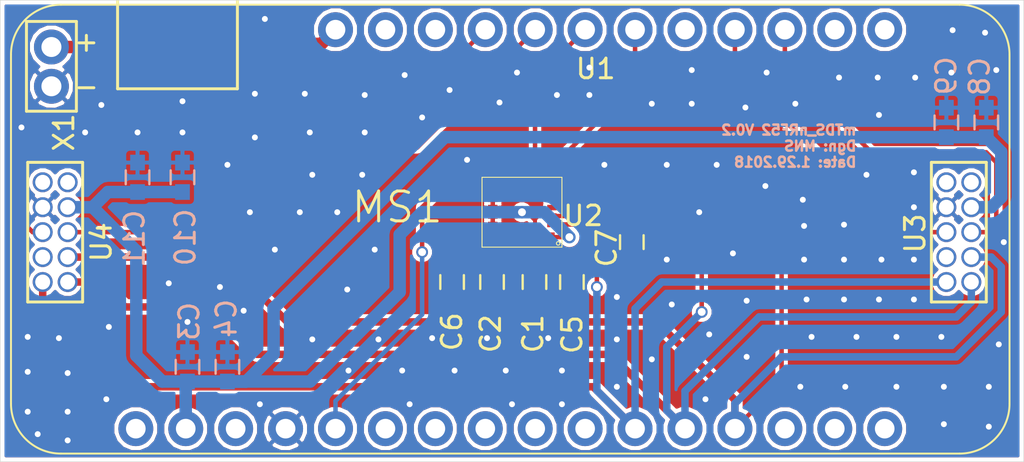
<source format=kicad_pcb>
(kicad_pcb (version 4) (host pcbnew 4.0.3-stable)

  (general
    (links 173)
    (no_connects 0)
    (area 144.62091 80.8651 203.85259 106.6479)
    (thickness 1.6)
    (drawings 5)
    (tracks 157)
    (zones 0)
    (modules 133)
    (nets 43)
  )

  (page A4)
  (layers
    (0 F.Cu signal hide)
    (31 B.Cu signal)
    (32 B.Adhes user)
    (33 F.Adhes user)
    (34 B.Paste user)
    (35 F.Paste user)
    (36 B.SilkS user)
    (37 F.SilkS user)
    (38 B.Mask user)
    (39 F.Mask user)
    (40 Dwgs.User user)
    (41 Cmts.User user)
    (42 Eco1.User user)
    (43 Eco2.User user)
    (44 Edge.Cuts user)
    (45 Margin user)
    (46 B.CrtYd user)
    (47 F.CrtYd user)
    (48 B.Fab user)
    (49 F.Fab user)
  )

  (setup
    (last_trace_width 0.2286)
    (trace_clearance 0.1524)
    (zone_clearance 0.2032)
    (zone_45_only no)
    (trace_min 0.2)
    (segment_width 0.2)
    (edge_width 0.0254)
    (via_size 0.6)
    (via_drill 0.4)
    (via_min_size 0.4)
    (via_min_drill 0.3)
    (uvia_size 0.3)
    (uvia_drill 0.1)
    (uvias_allowed no)
    (uvia_min_size 0.2)
    (uvia_min_drill 0.1)
    (pcb_text_width 0.3)
    (pcb_text_size 1.5 1.5)
    (mod_edge_width 0.15)
    (mod_text_size 1 1)
    (mod_text_width 0.15)
    (pad_size 0.6 0.6)
    (pad_drill 0.3)
    (pad_to_mask_clearance 0.2)
    (aux_axis_origin 0 0)
    (visible_elements 7FFFFF5F)
    (pcbplotparams
      (layerselection 0x010f0_80000001)
      (usegerberextensions false)
      (excludeedgelayer false)
      (linewidth 0.152400)
      (plotframeref false)
      (viasonmask false)
      (mode 1)
      (useauxorigin false)
      (hpglpennumber 1)
      (hpglpenspeed 20)
      (hpglpendiameter 15)
      (hpglpenoverlay 2)
      (psnegative false)
      (psa4output false)
      (plotreference true)
      (plotvalue true)
      (plotinvisibletext false)
      (padsonsilk false)
      (subtractmaskfromsilk false)
      (outputformat 1)
      (mirror false)
      (drillshape 0)
      (scaleselection 1)
      (outputdirectory Gerber_mTDS_nRF52_V0_2/))
  )

  (net 0 "")
  (net 1 GND)
  (net 2 +3V3)
  (net 3 "Net-(C5-Pad2)")
  (net 4 "Net-(C6-Pad2)")
  (net 5 "Net-(MS1-Pad1)")
  (net 6 "Net-(MS1-Pad3)")
  (net 7 /DEN_AG)
  (net 8 "Net-(MS1-Pad6)")
  (net 9 "Net-(MS1-Pad7)")
  (net 10 "Net-(MS1-Pad8)")
  (net 11 "Net-(MS1-Pad9)")
  (net 12 "Net-(MS1-Pad10)")
  (net 13 /SCK)
  (net 14 /MOSI)
  (net 15 /MISO)
  (net 16 "Net-(MS1-Pad14)")
  (net 17 "Net-(MS1-Pad15)")
  (net 18 "Net-(MS1-Pad16)")
  (net 19 "Net-(MS1-Pad17)")
  (net 20 "Net-(MS1-Pad18)")
  (net 21 /CS5)
  (net 22 /CS6)
  (net 23 "Net-(MS1-Pad21)")
  (net 24 /CS1)
  (net 25 /CS2)
  (net 26 /CS3)
  (net 27 /CS4)
  (net 28 "Net-(MS1-Pad26)")
  (net 29 "Net-(MS1-Pad27)")
  (net 30 "Net-(MS1-Pad28)")
  (net 31 "Net-(U1-Pad1)")
  (net 32 "Net-(U2-Pad9)")
  (net 33 "Net-(U2-Pad10)")
  (net 34 "Net-(U2-Pad11)")
  (net 35 "Net-(U2-Pad12)")
  (net 36 "Net-(U3-Pad4)")
  (net 37 "Net-(U3-Pad9)")
  (net 38 "Net-(U3-Pad10)")
  (net 39 "Net-(U4-Pad4)")
  (net 40 "Net-(U4-Pad9)")
  (net 41 "Net-(U4-Pad10)")
  (net 42 "Net-(U1-Pad2)")

  (net_class Default "This is the default net class."
    (clearance 0.1524)
    (trace_width 0.2286)
    (via_dia 0.6)
    (via_drill 0.4)
    (uvia_dia 0.3)
    (uvia_drill 0.1)
    (add_net /CS1)
    (add_net /CS2)
    (add_net /CS3)
    (add_net /CS4)
    (add_net /CS5)
    (add_net /CS6)
    (add_net /DEN_AG)
    (add_net GND)
    (add_net "Net-(C5-Pad2)")
    (add_net "Net-(C6-Pad2)")
    (add_net "Net-(MS1-Pad1)")
    (add_net "Net-(MS1-Pad10)")
    (add_net "Net-(MS1-Pad14)")
    (add_net "Net-(MS1-Pad15)")
    (add_net "Net-(MS1-Pad16)")
    (add_net "Net-(MS1-Pad17)")
    (add_net "Net-(MS1-Pad18)")
    (add_net "Net-(MS1-Pad21)")
    (add_net "Net-(MS1-Pad26)")
    (add_net "Net-(MS1-Pad27)")
    (add_net "Net-(MS1-Pad3)")
    (add_net "Net-(MS1-Pad6)")
    (add_net "Net-(MS1-Pad7)")
    (add_net "Net-(MS1-Pad8)")
    (add_net "Net-(MS1-Pad9)")
    (add_net "Net-(U1-Pad2)")
    (add_net "Net-(U2-Pad10)")
    (add_net "Net-(U2-Pad11)")
    (add_net "Net-(U2-Pad12)")
    (add_net "Net-(U2-Pad9)")
    (add_net "Net-(U3-Pad10)")
    (add_net "Net-(U3-Pad4)")
    (add_net "Net-(U3-Pad9)")
    (add_net "Net-(U4-Pad10)")
    (add_net "Net-(U4-Pad4)")
    (add_net "Net-(U4-Pad9)")
  )

  (net_class 3.3V ""
    (clearance 0.1524)
    (trace_width 0.635)
    (via_dia 0.6)
    (via_drill 0.4)
    (uvia_dia 0.3)
    (uvia_drill 0.1)
    (add_net +3V3)
  )

  (net_class Bat ""
    (clearance 0.1524)
    (trace_width 0.635)
    (via_dia 0.6)
    (via_drill 0.4)
    (uvia_dia 0.3)
    (uvia_drill 0.1)
    (add_net "Net-(MS1-Pad28)")
    (add_net "Net-(U1-Pad1)")
  )

  (net_class Fat_req ""
    (clearance 0.1524)
    (trace_width 0.381)
    (via_dia 0.6)
    (via_drill 0.4)
    (uvia_dia 0.3)
    (uvia_drill 0.1)
    (add_net /MISO)
    (add_net /MOSI)
    (add_net /SCK)
  )

  (module "Adafruit nRF52 Bluefruit Feather:MICROBUILDER_FEATHERWING_NOHOLES" (layer F.Cu) (tedit 5A6FD0CF) (tstamp 59D493E8)
    (at 148.5011 105.0036)
    (path /59D3D4FB)
    (attr virtual)
    (fp_text reference MS1 (at 19.6469 -12.5476) (layer F.SilkS)
      (effects (font (thickness 0.15)))
    )
    (fp_text value "" (at 3.1369 -1.4986) (layer F.SilkS)
      (effects (font (thickness 0.15)))
    )
    (fp_line (start 2.54 0) (end 48.26 0) (layer F.SilkS) (width 0))
    (fp_line (start 50.8 -2.54) (end 50.8 -20.32) (layer F.SilkS) (width 0))
    (fp_line (start 48.26 -22.86) (end 2.54 -22.86) (layer F.SilkS) (width 0))
    (fp_line (start 0 -20.32) (end 0 -2.54) (layer F.SilkS) (width 0))
    (fp_arc (start 48.26 -2.54) (end 50.8 -2.54) (angle 90) (layer F.SilkS) (width 0))
    (fp_arc (start 48.26 -20.32) (end 48.26 -22.86) (angle 90) (layer F.SilkS) (width 0))
    (fp_arc (start 2.54 -20.32) (end 0 -20.32) (angle 90) (layer F.SilkS) (width 0))
    (fp_arc (start 2.54 -2.54) (end 2.54 0) (angle 90) (layer F.SilkS) (width 0))
    (pad 1 thru_hole circle (at 6.35 -1.27) (size 1.778 1.778) (drill 0.99822) (layers *.Cu *.Paste *.Mask)
      (net 5 "Net-(MS1-Pad1)"))
    (pad 2 thru_hole circle (at 8.89 -1.27) (size 1.778 1.778) (drill 0.99822) (layers *.Cu *.Paste *.Mask)
      (net 2 +3V3))
    (pad 3 thru_hole circle (at 11.43 -1.27) (size 1.778 1.778) (drill 0.99822) (layers *.Cu *.Paste *.Mask)
      (net 6 "Net-(MS1-Pad3)"))
    (pad 4 thru_hole circle (at 13.97 -1.27) (size 1.778 1.778) (drill 0.99822) (layers *.Cu *.Paste *.Mask)
      (net 1 GND))
    (pad 5 thru_hole circle (at 16.51 -1.27) (size 1.778 1.778) (drill 0.99822) (layers *.Cu *.Paste *.Mask)
      (net 7 /DEN_AG))
    (pad 6 thru_hole circle (at 19.05 -1.27) (size 1.778 1.778) (drill 0.99822) (layers *.Cu *.Paste *.Mask)
      (net 8 "Net-(MS1-Pad6)"))
    (pad 7 thru_hole circle (at 21.59 -1.27) (size 1.778 1.778) (drill 0.99822) (layers *.Cu *.Paste *.Mask)
      (net 9 "Net-(MS1-Pad7)"))
    (pad 8 thru_hole circle (at 24.13 -1.27) (size 1.778 1.778) (drill 0.99822) (layers *.Cu *.Paste *.Mask)
      (net 10 "Net-(MS1-Pad8)"))
    (pad 9 thru_hole circle (at 26.67 -1.27) (size 1.778 1.778) (drill 0.99822) (layers *.Cu *.Paste *.Mask)
      (net 11 "Net-(MS1-Pad9)"))
    (pad 10 thru_hole circle (at 29.21 -1.27) (size 1.778 1.778) (drill 0.99822) (layers *.Cu *.Paste *.Mask)
      (net 12 "Net-(MS1-Pad10)"))
    (pad 11 thru_hole circle (at 31.75 -1.27) (size 1.778 1.778) (drill 0.99822) (layers *.Cu *.Paste *.Mask)
      (net 13 /SCK))
    (pad 12 thru_hole circle (at 34.29 -1.27) (size 1.778 1.778) (drill 0.99822) (layers *.Cu *.Paste *.Mask)
      (net 14 /MOSI))
    (pad 13 thru_hole circle (at 36.83 -1.27) (size 1.778 1.778) (drill 0.99822) (layers *.Cu *.Paste *.Mask)
      (net 15 /MISO))
    (pad 14 thru_hole circle (at 39.37 -1.27) (size 1.778 1.778) (drill 0.99822) (layers *.Cu *.Paste *.Mask)
      (net 16 "Net-(MS1-Pad14)"))
    (pad 15 thru_hole circle (at 41.91 -1.27) (size 1.778 1.778) (drill 0.99822) (layers *.Cu *.Paste *.Mask)
      (net 17 "Net-(MS1-Pad15)"))
    (pad 16 thru_hole circle (at 44.45 -1.27) (size 1.778 1.778) (drill 0.99822) (layers *.Cu *.Paste *.Mask)
      (net 18 "Net-(MS1-Pad16)"))
    (pad 17 thru_hole circle (at 44.45 -21.59) (size 1.778 1.778) (drill 0.99822) (layers *.Cu *.Paste *.Mask)
      (net 19 "Net-(MS1-Pad17)"))
    (pad 18 thru_hole circle (at 41.91 -21.59) (size 1.778 1.778) (drill 0.99822) (layers *.Cu *.Paste *.Mask)
      (net 20 "Net-(MS1-Pad18)"))
    (pad 19 thru_hole circle (at 39.37 -21.59) (size 1.778 1.778) (drill 0.99822) (layers *.Cu *.Paste *.Mask)
      (net 24 /CS1))
    (pad 20 thru_hole circle (at 36.83 -21.59) (size 1.778 1.778) (drill 0.99822) (layers *.Cu *.Paste *.Mask)
      (net 25 /CS2))
    (pad 21 thru_hole circle (at 34.29 -21.59) (size 1.778 1.778) (drill 0.99822) (layers *.Cu *.Paste *.Mask)
      (net 23 "Net-(MS1-Pad21)"))
    (pad 22 thru_hole circle (at 31.75 -21.59) (size 1.778 1.778) (drill 0.99822) (layers *.Cu *.Paste *.Mask)
      (net 22 /CS6))
    (pad 23 thru_hole circle (at 29.21 -21.59) (size 1.778 1.778) (drill 0.99822) (layers *.Cu *.Paste *.Mask)
      (net 21 /CS5))
    (pad 24 thru_hole circle (at 26.67 -21.59) (size 1.778 1.778) (drill 0.99822) (layers *.Cu *.Paste *.Mask)
      (net 26 /CS3))
    (pad 25 thru_hole circle (at 24.13 -21.59) (size 1.778 1.778) (drill 0.99822) (layers *.Cu *.Paste *.Mask)
      (net 27 /CS4))
    (pad 26 thru_hole circle (at 21.59 -21.59) (size 1.778 1.778) (drill 0.99822) (layers *.Cu *.Paste *.Mask)
      (net 28 "Net-(MS1-Pad26)"))
    (pad 27 thru_hole circle (at 19.05 -21.59) (size 1.778 1.778) (drill 0.99822) (layers *.Cu *.Paste *.Mask)
      (net 29 "Net-(MS1-Pad27)"))
    (pad 28 thru_hole circle (at 16.51 -21.59) (size 1.778 1.778) (drill 0.99822) (layers *.Cu *.Paste *.Mask)
      (net 30 "Net-(MS1-Pad28)"))
  )

  (module LSM9DS1:VIA_030mm (layer F.Cu) (tedit 59D50845) (tstamp 59D51998)
    (at 192.659 87.757)
    (fp_text reference REF** (at 0.43 1.29) (layer F.SilkS) hide
      (effects (font (size 1 1) (thickness 0.15)))
    )
    (fp_text value VIA_0.25mm (at 0.215 -1.075) (layer F.Fab) hide
      (effects (font (size 1 1) (thickness 0.15)))
    )
    (pad 1 thru_hole circle (at 0 0) (size 0.6 0.6) (drill 0.3) (layers *.Cu)
      (net 1 GND) (zone_connect 2))
  )

  (module LSM9DS1:VIA_030mm (layer F.Cu) (tedit 59D50845) (tstamp 59D51982)
    (at 184.404 90.297)
    (fp_text reference REF** (at 0.43 1.29) (layer F.SilkS) hide
      (effects (font (size 1 1) (thickness 0.15)))
    )
    (fp_text value VIA_0.25mm (at 0.215 -1.075) (layer F.Fab) hide
      (effects (font (size 1 1) (thickness 0.15)))
    )
    (pad 1 thru_hole circle (at 0 0) (size 0.6 0.6) (drill 0.3) (layers *.Cu)
      (net 1 GND) (zone_connect 2))
  )

  (module LSM9DS1:VIA_030mm (layer F.Cu) (tedit 59D50845) (tstamp 59D5192A)
    (at 198.628 85.471)
    (fp_text reference REF** (at 0.43 1.29) (layer F.SilkS) hide
      (effects (font (size 1 1) (thickness 0.15)))
    )
    (fp_text value VIA_0.25mm (at 0.215 -1.075) (layer F.Fab) hide
      (effects (font (size 1 1) (thickness 0.15)))
    )
    (pad 1 thru_hole circle (at 0 0) (size 0.6 0.6) (drill 0.3) (layers *.Cu)
      (net 1 GND) (zone_connect 2))
  )

  (module LSM9DS1:VIA_030mm (layer F.Cu) (tedit 59D50845) (tstamp 59D51905)
    (at 198.247 103.632)
    (fp_text reference REF** (at 0.43 1.29) (layer F.SilkS) hide
      (effects (font (size 1 1) (thickness 0.15)))
    )
    (fp_text value VIA_0.25mm (at 0.215 -1.075) (layer F.Fab) hide
      (effects (font (size 1 1) (thickness 0.15)))
    )
    (pad 1 thru_hole circle (at 0 0) (size 0.6 0.6) (drill 0.3) (layers *.Cu)
      (net 1 GND) (zone_connect 2))
  )

  (module LSM9DS1:VIA_030mm (layer F.Cu) (tedit 59D50845) (tstamp 59D518FF)
    (at 199.009 94.234)
    (fp_text reference REF** (at 0.43 1.29) (layer F.SilkS) hide
      (effects (font (size 1 1) (thickness 0.15)))
    )
    (fp_text value VIA_0.25mm (at 0.215 -1.075) (layer F.Fab) hide
      (effects (font (size 1 1) (thickness 0.15)))
    )
    (pad 1 thru_hole circle (at 0 0) (size 0.6 0.6) (drill 0.3) (layers *.Cu)
      (net 1 GND) (zone_connect 2))
  )

  (module LSM9DS1:VIA_030mm (layer F.Cu) (tedit 59D50845) (tstamp 59D518FA)
    (at 198.755 99.441)
    (fp_text reference REF** (at 0.43 1.29) (layer F.SilkS) hide
      (effects (font (size 1 1) (thickness 0.15)))
    )
    (fp_text value VIA_0.25mm (at 0.215 -1.075) (layer F.Fab) hide
      (effects (font (size 1 1) (thickness 0.15)))
    )
    (pad 1 thru_hole circle (at 0 0) (size 0.6 0.6) (drill 0.3) (layers *.Cu)
      (net 1 GND) (zone_connect 2))
  )

  (module LSM9DS1:VIA_030mm (layer F.Cu) (tedit 59D50845) (tstamp 59D518F5)
    (at 186.8805 91.3765)
    (fp_text reference REF** (at 0.43 1.29) (layer F.SilkS) hide
      (effects (font (size 1 1) (thickness 0.15)))
    )
    (fp_text value VIA_0.25mm (at 0.215 -1.075) (layer F.Fab) hide
      (effects (font (size 1 1) (thickness 0.15)))
    )
    (pad 1 thru_hole circle (at 0 0) (size 0.6 0.6) (drill 0.3) (layers *.Cu)
      (net 1 GND) (zone_connect 2))
  )

  (module LSM9DS1:VIA_030mm (layer F.Cu) (tedit 59D50845) (tstamp 59D518E6)
    (at 188.4045 87.1855)
    (fp_text reference REF** (at 0.43 1.29) (layer F.SilkS) hide
      (effects (font (size 1 1) (thickness 0.15)))
    )
    (fp_text value VIA_0.25mm (at 0.215 -1.075) (layer F.Fab) hide
      (effects (font (size 1 1) (thickness 0.15)))
    )
    (pad 1 thru_hole circle (at 0 0) (size 0.6 0.6) (drill 0.3) (layers *.Cu)
      (net 1 GND) (zone_connect 2))
  )

  (module LSM9DS1:VIA_030mm (layer F.Cu) (tedit 59D50845) (tstamp 59D518E1)
    (at 198.0565 83.566)
    (fp_text reference REF** (at 0.43 1.29) (layer F.SilkS) hide
      (effects (font (size 1 1) (thickness 0.15)))
    )
    (fp_text value VIA_0.25mm (at 0.215 -1.075) (layer F.Fab) hide
      (effects (font (size 1 1) (thickness 0.15)))
    )
    (pad 1 thru_hole circle (at 0 0) (size 0.6 0.6) (drill 0.3) (layers *.Cu)
      (net 1 GND) (zone_connect 2))
  )

  (module LSM9DS1:VIA_030mm (layer F.Cu) (tedit 59D50845) (tstamp 59D518CC)
    (at 183.134 85.471)
    (fp_text reference REF** (at 0.43 1.29) (layer F.SilkS) hide
      (effects (font (size 1 1) (thickness 0.15)))
    )
    (fp_text value VIA_0.25mm (at 0.215 -1.075) (layer F.Fab) hide
      (effects (font (size 1 1) (thickness 0.15)))
    )
    (pad 1 thru_hole circle (at 0 0) (size 0.6 0.6) (drill 0.3) (layers *.Cu)
      (net 1 GND) (zone_connect 2))
  )

  (module LSM9DS1:VIA_030mm (layer F.Cu) (tedit 59D50845) (tstamp 59D518C2)
    (at 171.704 90.043)
    (fp_text reference REF** (at 0.43 1.29) (layer F.SilkS) hide
      (effects (font (size 1 1) (thickness 0.15)))
    )
    (fp_text value VIA_0.25mm (at 0.215 -1.075) (layer F.Fab) hide
      (effects (font (size 1 1) (thickness 0.15)))
    )
    (pad 1 thru_hole circle (at 0 0) (size 0.6 0.6) (drill 0.3) (layers *.Cu)
      (net 1 GND) (zone_connect 2))
  )

  (module LSM9DS1:VIA_030mm (layer F.Cu) (tedit 59D50845) (tstamp 59D518A3)
    (at 165.6715 100.7745)
    (fp_text reference REF** (at 0.43 1.29) (layer F.SilkS) hide
      (effects (font (size 1 1) (thickness 0.15)))
    )
    (fp_text value VIA_0.25mm (at 0.215 -1.075) (layer F.Fab) hide
      (effects (font (size 1 1) (thickness 0.15)))
    )
    (pad 1 thru_hole circle (at 0 0) (size 0.6 0.6) (drill 0.3) (layers *.Cu)
      (net 1 GND) (zone_connect 2))
  )

  (module LSM9DS1:VIA_030mm (layer F.Cu) (tedit 59D50845) (tstamp 59D5189E)
    (at 151.384 104.3305)
    (fp_text reference REF** (at 0.43 1.29) (layer F.SilkS) hide
      (effects (font (size 1 1) (thickness 0.15)))
    )
    (fp_text value VIA_0.25mm (at 0.215 -1.075) (layer F.Fab) hide
      (effects (font (size 1 1) (thickness 0.15)))
    )
    (pad 1 thru_hole circle (at 0 0) (size 0.6 0.6) (drill 0.3) (layers *.Cu)
      (net 1 GND) (zone_connect 2))
  )

  (module LSM9DS1:VIA_030mm (layer F.Cu) (tedit 59D50845) (tstamp 59D51875)
    (at 165.1 92.71)
    (fp_text reference REF** (at 0.43 1.29) (layer F.SilkS) hide
      (effects (font (size 1 1) (thickness 0.15)))
    )
    (fp_text value VIA_0.25mm (at 0.215 -1.075) (layer F.Fab) hide
      (effects (font (size 1 1) (thickness 0.15)))
    )
    (pad 1 thru_hole circle (at 0 0) (size 0.6 0.6) (drill 0.3) (layers *.Cu)
      (net 1 GND) (zone_connect 2))
  )

  (module LSM9DS1:VIA_030mm (layer F.Cu) (tedit 59D50845) (tstamp 59D5186D)
    (at 161.417 82.8675)
    (fp_text reference REF** (at 0.43 1.29) (layer F.SilkS) hide
      (effects (font (size 1 1) (thickness 0.15)))
    )
    (fp_text value VIA_0.25mm (at 0.215 -1.075) (layer F.Fab) hide
      (effects (font (size 1 1) (thickness 0.15)))
    )
    (pad 1 thru_hole circle (at 0 0) (size 0.6 0.6) (drill 0.3) (layers *.Cu)
      (net 1 GND) (zone_connect 2))
  )

  (module LSM9DS1:VIA_030mm (layer F.Cu) (tedit 59D50845) (tstamp 59D51868)
    (at 160.909 86.6775)
    (fp_text reference REF** (at 0.43 1.29) (layer F.SilkS) hide
      (effects (font (size 1 1) (thickness 0.15)))
    )
    (fp_text value VIA_0.25mm (at 0.215 -1.075) (layer F.Fab) hide
      (effects (font (size 1 1) (thickness 0.15)))
    )
    (pad 1 thru_hole circle (at 0 0) (size 0.6 0.6) (drill 0.3) (layers *.Cu)
      (net 1 GND) (zone_connect 2))
  )

  (module LSM9DS1:VIA_030mm (layer F.Cu) (tedit 59D50845) (tstamp 59D51863)
    (at 188.849 93.4085)
    (fp_text reference REF** (at 0.43 1.29) (layer F.SilkS) hide
      (effects (font (size 1 1) (thickness 0.15)))
    )
    (fp_text value VIA_0.25mm (at 0.215 -1.075) (layer F.Fab) hide
      (effects (font (size 1 1) (thickness 0.15)))
    )
    (pad 1 thru_hole circle (at 0 0) (size 0.6 0.6) (drill 0.3) (layers *.Cu)
      (net 1 GND) (zone_connect 2))
  )

  (module LSM9DS1:VIA_030mm (layer F.Cu) (tedit 59D50845) (tstamp 59D5185D)
    (at 188.7855 92.075)
    (fp_text reference REF** (at 0.43 1.29) (layer F.SilkS) hide
      (effects (font (size 1 1) (thickness 0.15)))
    )
    (fp_text value VIA_0.25mm (at 0.215 -1.075) (layer F.Fab) hide
      (effects (font (size 1 1) (thickness 0.15)))
    )
    (pad 1 thru_hole circle (at 0 0) (size 0.6 0.6) (drill 0.3) (layers *.Cu)
      (net 1 GND) (zone_connect 2))
  )

  (module LSM9DS1:VIA_030mm (layer F.Cu) (tedit 59D50845) (tstamp 59D51858)
    (at 183.515 92.71)
    (fp_text reference REF** (at 0.43 1.29) (layer F.SilkS) hide
      (effects (font (size 1 1) (thickness 0.15)))
    )
    (fp_text value VIA_0.25mm (at 0.215 -1.075) (layer F.Fab) hide
      (effects (font (size 1 1) (thickness 0.15)))
    )
    (pad 1 thru_hole circle (at 0 0) (size 0.6 0.6) (drill 0.3) (layers *.Cu)
      (net 1 GND) (zone_connect 2))
  )

  (module LSM9DS1:VIA_030mm (layer F.Cu) (tedit 59D50845) (tstamp 59D5184E)
    (at 196.342 85.598)
    (fp_text reference REF** (at 0.43 1.29) (layer F.SilkS) hide
      (effects (font (size 1 1) (thickness 0.15)))
    )
    (fp_text value VIA_0.25mm (at 0.215 -1.075) (layer F.Fab) hide
      (effects (font (size 1 1) (thickness 0.15)))
    )
    (pad 1 thru_hole circle (at 0 0) (size 0.6 0.6) (drill 0.3) (layers *.Cu)
      (net 1 GND) (zone_connect 2))
  )

  (module LSM9DS1:VIA_030mm (layer F.Cu) (tedit 59D50845) (tstamp 59D5183F)
    (at 196.4055 83.439)
    (fp_text reference REF** (at 0.43 1.29) (layer F.SilkS) hide
      (effects (font (size 1 1) (thickness 0.15)))
    )
    (fp_text value VIA_0.25mm (at 0.215 -1.075) (layer F.Fab) hide
      (effects (font (size 1 1) (thickness 0.15)))
    )
    (pad 1 thru_hole circle (at 0 0) (size 0.6 0.6) (drill 0.3) (layers *.Cu)
      (net 1 GND) (zone_connect 2))
  )

  (module LSM9DS1:VIA_030mm (layer F.Cu) (tedit 59D50845) (tstamp 59D51835)
    (at 194.5005 85.852)
    (fp_text reference REF** (at 0.43 1.29) (layer F.SilkS) hide
      (effects (font (size 1 1) (thickness 0.15)))
    )
    (fp_text value VIA_0.25mm (at 0.215 -1.075) (layer F.Fab) hide
      (effects (font (size 1 1) (thickness 0.15)))
    )
    (pad 1 thru_hole circle (at 0 0) (size 0.6 0.6) (drill 0.3) (layers *.Cu)
      (net 1 GND) (zone_connect 2))
  )

  (module LSM9DS1:VIA_030mm (layer F.Cu) (tedit 59D50845) (tstamp 59D51830)
    (at 192.5955 85.852)
    (fp_text reference REF** (at 0.43 1.29) (layer F.SilkS) hide
      (effects (font (size 1 1) (thickness 0.15)))
    )
    (fp_text value VIA_0.25mm (at 0.215 -1.075) (layer F.Fab) hide
      (effects (font (size 1 1) (thickness 0.15)))
    )
    (pad 1 thru_hole circle (at 0 0) (size 0.6 0.6) (drill 0.3) (layers *.Cu)
      (net 1 GND) (zone_connect 2))
  )

  (module LSM9DS1:VIA_030mm (layer F.Cu) (tedit 59D50845) (tstamp 59D51826)
    (at 190.627 85.852)
    (fp_text reference REF** (at 0.43 1.29) (layer F.SilkS) hide
      (effects (font (size 1 1) (thickness 0.15)))
    )
    (fp_text value VIA_0.25mm (at 0.215 -1.075) (layer F.Fab) hide
      (effects (font (size 1 1) (thickness 0.15)))
    )
    (pad 1 thru_hole circle (at 0 0) (size 0.6 0.6) (drill 0.3) (layers *.Cu)
      (net 1 GND) (zone_connect 2))
  )

  (module LSM9DS1:VIA_030mm (layer F.Cu) (tedit 59D50845) (tstamp 59D51821)
    (at 178.689 90.297)
    (fp_text reference REF** (at 0.43 1.29) (layer F.SilkS) hide
      (effects (font (size 1 1) (thickness 0.15)))
    )
    (fp_text value VIA_0.25mm (at 0.215 -1.075) (layer F.Fab) hide
      (effects (font (size 1 1) (thickness 0.15)))
    )
    (pad 1 thru_hole circle (at 0 0) (size 0.6 0.6) (drill 0.3) (layers *.Cu)
      (net 1 GND) (zone_connect 2))
  )

  (module LSM9DS1:VIA_030mm (layer F.Cu) (tedit 59D50845) (tstamp 59D51817)
    (at 186.944 85.598)
    (fp_text reference REF** (at 0.43 1.29) (layer F.SilkS) hide
      (effects (font (size 1 1) (thickness 0.15)))
    )
    (fp_text value VIA_0.25mm (at 0.215 -1.075) (layer F.Fab) hide
      (effects (font (size 1 1) (thickness 0.15)))
    )
    (pad 1 thru_hole circle (at 0 0) (size 0.6 0.6) (drill 0.3) (layers *.Cu)
      (net 1 GND) (zone_connect 2))
  )

  (module LSM9DS1:VIA_030mm (layer F.Cu) (tedit 59D50845) (tstamp 59D51812)
    (at 194.437 90.678)
    (fp_text reference REF** (at 0.43 1.29) (layer F.SilkS) hide
      (effects (font (size 1 1) (thickness 0.15)))
    )
    (fp_text value VIA_0.25mm (at 0.215 -1.075) (layer F.Fab) hide
      (effects (font (size 1 1) (thickness 0.15)))
    )
    (pad 1 thru_hole circle (at 0 0) (size 0.6 0.6) (drill 0.3) (layers *.Cu)
      (net 1 GND) (zone_connect 2))
  )

  (module LSM9DS1:VIA_030mm (layer F.Cu) (tedit 59D50845) (tstamp 59D5180D)
    (at 192.024 90.805)
    (fp_text reference REF** (at 0.43 1.29) (layer F.SilkS) hide
      (effects (font (size 1 1) (thickness 0.15)))
    )
    (fp_text value VIA_0.25mm (at 0.215 -1.075) (layer F.Fab) hide
      (effects (font (size 1 1) (thickness 0.15)))
    )
    (pad 1 thru_hole circle (at 0 0) (size 0.6 0.6) (drill 0.3) (layers *.Cu)
      (net 1 GND) (zone_connect 2))
  )

  (module LSM9DS1:VIA_030mm (layer F.Cu) (tedit 59D50845) (tstamp 59D51808)
    (at 194.437 92.456)
    (fp_text reference REF** (at 0.43 1.29) (layer F.SilkS) hide
      (effects (font (size 1 1) (thickness 0.15)))
    )
    (fp_text value VIA_0.25mm (at 0.215 -1.075) (layer F.Fab) hide
      (effects (font (size 1 1) (thickness 0.15)))
    )
    (pad 1 thru_hole circle (at 0 0) (size 0.6 0.6) (drill 0.3) (layers *.Cu)
      (net 1 GND) (zone_connect 2))
  )

  (module LSM9DS1:VIA_030mm (layer F.Cu) (tedit 59D50845) (tstamp 59D51803)
    (at 190.881 93.345)
    (fp_text reference REF** (at 0.43 1.29) (layer F.SilkS) hide
      (effects (font (size 1 1) (thickness 0.15)))
    )
    (fp_text value VIA_0.25mm (at 0.215 -1.075) (layer F.Fab) hide
      (effects (font (size 1 1) (thickness 0.15)))
    )
    (pad 1 thru_hole circle (at 0 0) (size 0.6 0.6) (drill 0.3) (layers *.Cu)
      (net 1 GND) (zone_connect 2))
  )

  (module LSM9DS1:VIA_030mm (layer F.Cu) (tedit 59D50845) (tstamp 59D517EF)
    (at 195.961 103.505)
    (fp_text reference REF** (at 0.43 1.29) (layer F.SilkS) hide
      (effects (font (size 1 1) (thickness 0.15)))
    )
    (fp_text value VIA_0.25mm (at 0.215 -1.075) (layer F.Fab) hide
      (effects (font (size 1 1) (thickness 0.15)))
    )
    (pad 1 thru_hole circle (at 0 0) (size 0.6 0.6) (drill 0.3) (layers *.Cu)
      (net 1 GND) (zone_connect 2))
  )

  (module LSM9DS1:VIA_030mm (layer F.Cu) (tedit 59D50845) (tstamp 59D517EA)
    (at 198.247 101.6)
    (fp_text reference REF** (at 0.43 1.29) (layer F.SilkS) hide
      (effects (font (size 1 1) (thickness 0.15)))
    )
    (fp_text value VIA_0.25mm (at 0.215 -1.075) (layer F.Fab) hide
      (effects (font (size 1 1) (thickness 0.15)))
    )
    (pad 1 thru_hole circle (at 0 0) (size 0.6 0.6) (drill 0.3) (layers *.Cu)
      (net 1 GND) (zone_connect 2))
  )

  (module LSM9DS1:VIA_030mm (layer F.Cu) (tedit 59D50845) (tstamp 59D517E5)
    (at 195.961 101.6)
    (fp_text reference REF** (at 0.43 1.29) (layer F.SilkS) hide
      (effects (font (size 1 1) (thickness 0.15)))
    )
    (fp_text value VIA_0.25mm (at 0.215 -1.075) (layer F.Fab) hide
      (effects (font (size 1 1) (thickness 0.15)))
    )
    (pad 1 thru_hole circle (at 0 0) (size 0.6 0.6) (drill 0.3) (layers *.Cu)
      (net 1 GND) (zone_connect 2))
  )

  (module LSM9DS1:VIA_030mm (layer F.Cu) (tedit 59D50845) (tstamp 59D517E0)
    (at 193.548 101.6)
    (fp_text reference REF** (at 0.43 1.29) (layer F.SilkS) hide
      (effects (font (size 1 1) (thickness 0.15)))
    )
    (fp_text value VIA_0.25mm (at 0.215 -1.075) (layer F.Fab) hide
      (effects (font (size 1 1) (thickness 0.15)))
    )
    (pad 1 thru_hole circle (at 0 0) (size 0.6 0.6) (drill 0.3) (layers *.Cu)
      (net 1 GND) (zone_connect 2))
  )

  (module LSM9DS1:VIA_030mm (layer F.Cu) (tedit 59D50845) (tstamp 59D517DB)
    (at 190.9445 101.6)
    (fp_text reference REF** (at 0.43 1.29) (layer F.SilkS) hide
      (effects (font (size 1 1) (thickness 0.15)))
    )
    (fp_text value VIA_0.25mm (at 0.215 -1.075) (layer F.Fab) hide
      (effects (font (size 1 1) (thickness 0.15)))
    )
    (pad 1 thru_hole circle (at 0 0) (size 0.6 0.6) (drill 0.3) (layers *.Cu)
      (net 1 GND) (zone_connect 2))
  )

  (module LSM9DS1:VIA_030mm (layer F.Cu) (tedit 59D50845) (tstamp 59D517D1)
    (at 153.3525 102.235)
    (fp_text reference REF** (at 0.43 1.29) (layer F.SilkS) hide
      (effects (font (size 1 1) (thickness 0.15)))
    )
    (fp_text value VIA_0.25mm (at 0.215 -1.075) (layer F.Fab) hide
      (effects (font (size 1 1) (thickness 0.15)))
    )
    (pad 1 thru_hole circle (at 0 0) (size 0.6 0.6) (drill 0.3) (layers *.Cu)
      (net 1 GND) (zone_connect 2))
  )

  (module LSM9DS1:VIA_030mm (layer F.Cu) (tedit 59D50845) (tstamp 59D517CC)
    (at 160.655 92.71)
    (fp_text reference REF** (at 0.43 1.29) (layer F.SilkS) hide
      (effects (font (size 1 1) (thickness 0.15)))
    )
    (fp_text value VIA_0.25mm (at 0.215 -1.075) (layer F.Fab) hide
      (effects (font (size 1 1) (thickness 0.15)))
    )
    (pad 1 thru_hole circle (at 0 0) (size 0.6 0.6) (drill 0.3) (layers *.Cu)
      (net 1 GND) (zone_connect 2))
  )

  (module LSM9DS1:VIA_030mm (layer F.Cu) (tedit 59D50845) (tstamp 59D517C6)
    (at 163.449 86.6775)
    (fp_text reference REF** (at 0.43 1.29) (layer F.SilkS) hide
      (effects (font (size 1 1) (thickness 0.15)))
    )
    (fp_text value VIA_0.25mm (at 0.215 -1.075) (layer F.Fab) hide
      (effects (font (size 1 1) (thickness 0.15)))
    )
    (pad 1 thru_hole circle (at 0 0) (size 0.6 0.6) (drill 0.3) (layers *.Cu)
      (net 1 GND) (zone_connect 2))
  )

  (module LSM9DS1:VIA_030mm (layer F.Cu) (tedit 59D50845) (tstamp 59D517C0)
    (at 152.273 88.646)
    (fp_text reference REF** (at 0.43 1.29) (layer F.SilkS) hide
      (effects (font (size 1 1) (thickness 0.15)))
    )
    (fp_text value VIA_0.25mm (at 0.215 -1.075) (layer F.Fab) hide
      (effects (font (size 1 1) (thickness 0.15)))
    )
    (pad 1 thru_hole circle (at 0 0) (size 0.6 0.6) (drill 0.3) (layers *.Cu)
      (net 1 GND) (zone_connect 2))
  )

  (module LSM9DS1:VIA_030mm (layer F.Cu) (tedit 59D50845) (tstamp 59D517B8)
    (at 149.0345 88.392)
    (fp_text reference REF** (at 0.43 1.29) (layer F.SilkS) hide
      (effects (font (size 1 1) (thickness 0.15)))
    )
    (fp_text value VIA_0.25mm (at 0.215 -1.075) (layer F.Fab) hide
      (effects (font (size 1 1) (thickness 0.15)))
    )
    (pad 1 thru_hole circle (at 0 0) (size 0.6 0.6) (drill 0.3) (layers *.Cu)
      (net 1 GND) (zone_connect 2))
  )

  (module LSM9DS1:VIA_030mm (layer F.Cu) (tedit 59D50845) (tstamp 59D517B3)
    (at 153.0985 87.249)
    (fp_text reference REF** (at 0.43 1.29) (layer F.SilkS) hide
      (effects (font (size 1 1) (thickness 0.15)))
    )
    (fp_text value VIA_0.25mm (at 0.215 -1.075) (layer F.Fab) hide
      (effects (font (size 1 1) (thickness 0.15)))
    )
    (pad 1 thru_hole circle (at 0 0) (size 0.6 0.6) (drill 0.3) (layers *.Cu)
      (net 1 GND) (zone_connect 2))
  )

  (module LSM9DS1:VIA_030mm (layer F.Cu) (tedit 59D50845) (tstamp 59D517AE)
    (at 157.226 87.0585)
    (fp_text reference REF** (at 0.43 1.29) (layer F.SilkS) hide
      (effects (font (size 1 1) (thickness 0.15)))
    )
    (fp_text value VIA_0.25mm (at 0.215 -1.075) (layer F.Fab) hide
      (effects (font (size 1 1) (thickness 0.15)))
    )
    (pad 1 thru_hole circle (at 0 0) (size 0.6 0.6) (drill 0.3) (layers *.Cu)
      (net 1 GND) (zone_connect 2))
  )

  (module LSM9DS1:VIA_030mm (layer F.Cu) (tedit 59D50845) (tstamp 59D517A9)
    (at 168.529 85.725)
    (fp_text reference REF** (at 0.43 1.29) (layer F.SilkS) hide
      (effects (font (size 1 1) (thickness 0.15)))
    )
    (fp_text value VIA_0.25mm (at 0.215 -1.075) (layer F.Fab) hide
      (effects (font (size 1 1) (thickness 0.15)))
    )
    (pad 1 thru_hole circle (at 0 0) (size 0.6 0.6) (drill 0.3) (layers *.Cu)
      (net 1 GND) (zone_connect 2))
  )

  (module LSM9DS1:VIA_030mm (layer F.Cu) (tedit 59D50845) (tstamp 59D517A4)
    (at 166.497 86.741)
    (fp_text reference REF** (at 0.43 1.29) (layer F.SilkS) hide
      (effects (font (size 1 1) (thickness 0.15)))
    )
    (fp_text value VIA_0.25mm (at 0.215 -1.075) (layer F.Fab) hide
      (effects (font (size 1 1) (thickness 0.15)))
    )
    (pad 1 thru_hole circle (at 0 0) (size 0.6 0.6) (drill 0.3) (layers *.Cu)
      (net 1 GND) (zone_connect 2))
  )

  (module LSM9DS1:VIA_030mm (layer F.Cu) (tedit 59D50845) (tstamp 59D5179F)
    (at 170.815 86.487)
    (fp_text reference REF** (at 0.43 1.29) (layer F.SilkS) hide
      (effects (font (size 1 1) (thickness 0.15)))
    )
    (fp_text value VIA_0.25mm (at 0.215 -1.075) (layer F.Fab) hide
      (effects (font (size 1 1) (thickness 0.15)))
    )
    (pad 1 thru_hole circle (at 0 0) (size 0.6 0.6) (drill 0.3) (layers *.Cu)
      (net 1 GND) (zone_connect 2))
  )

  (module LSM9DS1:VIA_030mm (layer F.Cu) (tedit 59D50845) (tstamp 59D5179A)
    (at 169.418 87.884)
    (fp_text reference REF** (at 0.43 1.29) (layer F.SilkS) hide
      (effects (font (size 1 1) (thickness 0.15)))
    )
    (fp_text value VIA_0.25mm (at 0.215 -1.075) (layer F.Fab) hide
      (effects (font (size 1 1) (thickness 0.15)))
    )
    (pad 1 thru_hole circle (at 0 0) (size 0.6 0.6) (drill 0.3) (layers *.Cu)
      (net 1 GND) (zone_connect 2))
  )

  (module LSM9DS1:VIA_030mm (layer F.Cu) (tedit 59D50845) (tstamp 59D51795)
    (at 166.497 88.646)
    (fp_text reference REF** (at 0.43 1.29) (layer F.SilkS) hide
      (effects (font (size 1 1) (thickness 0.15)))
    )
    (fp_text value VIA_0.25mm (at 0.215 -1.075) (layer F.Fab) hide
      (effects (font (size 1 1) (thickness 0.15)))
    )
    (pad 1 thru_hole circle (at 0 0) (size 0.6 0.6) (drill 0.3) (layers *.Cu)
      (net 1 GND) (zone_connect 2))
  )

  (module LSM9DS1:VIA_030mm (layer F.Cu) (tedit 59D50845) (tstamp 59D51790)
    (at 163.703 88.646)
    (fp_text reference REF** (at 0.43 1.29) (layer F.SilkS) hide
      (effects (font (size 1 1) (thickness 0.15)))
    )
    (fp_text value VIA_0.25mm (at 0.215 -1.075) (layer F.Fab) hide
      (effects (font (size 1 1) (thickness 0.15)))
    )
    (pad 1 thru_hole circle (at 0 0) (size 0.6 0.6) (drill 0.3) (layers *.Cu)
      (net 1 GND) (zone_connect 2))
  )

  (module LSM9DS1:VIA_030mm (layer F.Cu) (tedit 59D50845) (tstamp 59D5178B)
    (at 157.226 88.646)
    (fp_text reference REF** (at 0.43 1.29) (layer F.SilkS) hide
      (effects (font (size 1 1) (thickness 0.15)))
    )
    (fp_text value VIA_0.25mm (at 0.215 -1.075) (layer F.Fab) hide
      (effects (font (size 1 1) (thickness 0.15)))
    )
    (pad 1 thru_hole circle (at 0 0) (size 0.6 0.6) (drill 0.3) (layers *.Cu)
      (net 1 GND) (zone_connect 2))
  )

  (module LSM9DS1:VIA_030mm (layer F.Cu) (tedit 59D50845) (tstamp 59D51786)
    (at 154.94 88.646)
    (fp_text reference REF** (at 0.43 1.29) (layer F.SilkS) hide
      (effects (font (size 1 1) (thickness 0.15)))
    )
    (fp_text value VIA_0.25mm (at 0.215 -1.075) (layer F.Fab) hide
      (effects (font (size 1 1) (thickness 0.15)))
    )
    (pad 1 thru_hole circle (at 0 0) (size 0.6 0.6) (drill 0.3) (layers *.Cu)
      (net 1 GND) (zone_connect 2))
  )

  (module LSM9DS1:VIA_030mm (layer F.Cu) (tedit 59D50845) (tstamp 59D51781)
    (at 160.909 88.9)
    (fp_text reference REF** (at 0.43 1.29) (layer F.SilkS) hide
      (effects (font (size 1 1) (thickness 0.15)))
    )
    (fp_text value VIA_0.25mm (at 0.215 -1.075) (layer F.Fab) hide
      (effects (font (size 1 1) (thickness 0.15)))
    )
    (pad 1 thru_hole circle (at 0 0) (size 0.6 0.6) (drill 0.3) (layers *.Cu)
      (net 1 GND) (zone_connect 2))
  )

  (module LSM9DS1:VIA_030mm (layer F.Cu) (tedit 59D50845) (tstamp 59D5177C)
    (at 159.512 90.297)
    (fp_text reference REF** (at 0.43 1.29) (layer F.SilkS) hide
      (effects (font (size 1 1) (thickness 0.15)))
    )
    (fp_text value VIA_0.25mm (at 0.215 -1.075) (layer F.Fab) hide
      (effects (font (size 1 1) (thickness 0.15)))
    )
    (pad 1 thru_hole circle (at 0 0) (size 0.6 0.6) (drill 0.3) (layers *.Cu)
      (net 1 GND) (zone_connect 2))
  )

  (module LSM9DS1:VIA_030mm (layer F.Cu) (tedit 59D50845) (tstamp 59D51777)
    (at 174.244 85.598)
    (fp_text reference REF** (at 0.43 1.29) (layer F.SilkS) hide
      (effects (font (size 1 1) (thickness 0.15)))
    )
    (fp_text value VIA_0.25mm (at 0.215 -1.075) (layer F.Fab) hide
      (effects (font (size 1 1) (thickness 0.15)))
    )
    (pad 1 thru_hole circle (at 0 0) (size 0.6 0.6) (drill 0.3) (layers *.Cu)
      (net 1 GND) (zone_connect 2))
  )

  (module LSM9DS1:VIA_030mm (layer F.Cu) (tedit 59D50845) (tstamp 59D51772)
    (at 173.355 87.122)
    (fp_text reference REF** (at 0.43 1.29) (layer F.SilkS) hide
      (effects (font (size 1 1) (thickness 0.15)))
    )
    (fp_text value VIA_0.25mm (at 0.215 -1.075) (layer F.Fab) hide
      (effects (font (size 1 1) (thickness 0.15)))
    )
    (pad 1 thru_hole circle (at 0 0) (size 0.6 0.6) (drill 0.3) (layers *.Cu)
      (net 1 GND) (zone_connect 2))
  )

  (module LSM9DS1:VIA_030mm (layer F.Cu) (tedit 59D50845) (tstamp 59D51754)
    (at 163.83 90.805)
    (fp_text reference REF** (at 0.43 1.29) (layer F.SilkS) hide
      (effects (font (size 1 1) (thickness 0.15)))
    )
    (fp_text value VIA_0.25mm (at 0.215 -1.075) (layer F.Fab) hide
      (effects (font (size 1 1) (thickness 0.15)))
    )
    (pad 1 thru_hole circle (at 0 0) (size 0.6 0.6) (drill 0.3) (layers *.Cu)
      (net 1 GND) (zone_connect 2))
  )

  (module LSM9DS1:VIA_030mm (layer F.Cu) (tedit 59D50845) (tstamp 59D5174F)
    (at 177.927 85.344)
    (fp_text reference REF** (at 0.43 1.29) (layer F.SilkS) hide
      (effects (font (size 1 1) (thickness 0.15)))
    )
    (fp_text value VIA_0.25mm (at 0.215 -1.075) (layer F.Fab) hide
      (effects (font (size 1 1) (thickness 0.15)))
    )
    (pad 1 thru_hole circle (at 0 0) (size 0.6 0.6) (drill 0.3) (layers *.Cu)
      (net 1 GND) (zone_connect 2))
  )

  (module LSM9DS1:VIA_030mm (layer F.Cu) (tedit 59D50845) (tstamp 59D5174A)
    (at 177.927 86.741)
    (fp_text reference REF** (at 0.43 1.29) (layer F.SilkS) hide
      (effects (font (size 1 1) (thickness 0.15)))
    )
    (fp_text value VIA_0.25mm (at 0.215 -1.075) (layer F.Fab) hide
      (effects (font (size 1 1) (thickness 0.15)))
    )
    (pad 1 thru_hole circle (at 0 0) (size 0.6 0.6) (drill 0.3) (layers *.Cu)
      (net 1 GND) (zone_connect 2))
  )

  (module LSM9DS1:VIA_030mm (layer F.Cu) (tedit 59D50845) (tstamp 59D51745)
    (at 176.276 86.741)
    (fp_text reference REF** (at 0.43 1.29) (layer F.SilkS) hide
      (effects (font (size 1 1) (thickness 0.15)))
    )
    (fp_text value VIA_0.25mm (at 0.215 -1.075) (layer F.Fab) hide
      (effects (font (size 1 1) (thickness 0.15)))
    )
    (pad 1 thru_hole circle (at 0 0) (size 0.6 0.6) (drill 0.3) (layers *.Cu)
      (net 1 GND) (zone_connect 2))
  )

  (module LSM9DS1:VIA_030mm (layer F.Cu) (tedit 59D50845) (tstamp 59D5173B)
    (at 181.102 87.1855)
    (fp_text reference REF** (at 0.43 1.29) (layer F.SilkS) hide
      (effects (font (size 1 1) (thickness 0.15)))
    )
    (fp_text value VIA_0.25mm (at 0.215 -1.075) (layer F.Fab) hide
      (effects (font (size 1 1) (thickness 0.15)))
    )
    (pad 1 thru_hole circle (at 0 0) (size 0.6 0.6) (drill 0.3) (layers *.Cu)
      (net 1 GND) (zone_connect 2))
  )

  (module LSM9DS1:VIA_030mm (layer F.Cu) (tedit 59D50845) (tstamp 59D51736)
    (at 185.8645 87.376)
    (fp_text reference REF** (at 0.43 1.29) (layer F.SilkS) hide
      (effects (font (size 1 1) (thickness 0.15)))
    )
    (fp_text value VIA_0.25mm (at 0.215 -1.075) (layer F.Fab) hide
      (effects (font (size 1 1) (thickness 0.15)))
    )
    (pad 1 thru_hole circle (at 0 0) (size 0.6 0.6) (drill 0.3) (layers *.Cu)
      (net 1 GND) (zone_connect 2))
  )

  (module LSM9DS1:VIA_030mm (layer F.Cu) (tedit 59D50845) (tstamp 59D51731)
    (at 183.134 87.1855)
    (fp_text reference REF** (at 0.43 1.29) (layer F.SilkS) hide
      (effects (font (size 1 1) (thickness 0.15)))
    )
    (fp_text value VIA_0.25mm (at 0.215 -1.075) (layer F.Fab) hide
      (effects (font (size 1 1) (thickness 0.15)))
    )
    (pad 1 thru_hole circle (at 0 0) (size 0.6 0.6) (drill 0.3) (layers *.Cu)
      (net 1 GND) (zone_connect 2))
  )

  (module LSM9DS1:VIA_030mm (layer F.Cu) (tedit 59D50845) (tstamp 59D51716)
    (at 181.864 90.297)
    (fp_text reference REF** (at 0.43 1.29) (layer F.SilkS) hide
      (effects (font (size 1 1) (thickness 0.15)))
    )
    (fp_text value VIA_0.25mm (at 0.215 -1.075) (layer F.Fab) hide
      (effects (font (size 1 1) (thickness 0.15)))
    )
    (pad 1 thru_hole circle (at 0 0) (size 0.6 0.6) (drill 0.3) (layers *.Cu)
      (net 1 GND) (zone_connect 2))
  )

  (module LSM9DS1:VIA_030mm (layer F.Cu) (tedit 59D50845) (tstamp 59D516F3)
    (at 194.437 95.123)
    (fp_text reference REF** (at 0.43 1.29) (layer F.SilkS) hide
      (effects (font (size 1 1) (thickness 0.15)))
    )
    (fp_text value VIA_0.25mm (at 0.215 -1.075) (layer F.Fab) hide
      (effects (font (size 1 1) (thickness 0.15)))
    )
    (pad 1 thru_hole circle (at 0 0) (size 0.6 0.6) (drill 0.3) (layers *.Cu)
      (net 1 GND) (zone_connect 2))
  )

  (module LSM9DS1:VIA_030mm (layer F.Cu) (tedit 59D50845) (tstamp 59D516EE)
    (at 192.786 95.123)
    (fp_text reference REF** (at 0.43 1.29) (layer F.SilkS) hide
      (effects (font (size 1 1) (thickness 0.15)))
    )
    (fp_text value VIA_0.25mm (at 0.215 -1.075) (layer F.Fab) hide
      (effects (font (size 1 1) (thickness 0.15)))
    )
    (pad 1 thru_hole circle (at 0 0) (size 0.6 0.6) (drill 0.3) (layers *.Cu)
      (net 1 GND) (zone_connect 2))
  )

  (module LSM9DS1:VIA_030mm (layer F.Cu) (tedit 59D50845) (tstamp 59D516E9)
    (at 190.881 95.123)
    (fp_text reference REF** (at 0.43 1.29) (layer F.SilkS) hide
      (effects (font (size 1 1) (thickness 0.15)))
    )
    (fp_text value VIA_0.25mm (at 0.215 -1.075) (layer F.Fab) hide
      (effects (font (size 1 1) (thickness 0.15)))
    )
    (pad 1 thru_hole circle (at 0 0) (size 0.6 0.6) (drill 0.3) (layers *.Cu)
      (net 1 GND) (zone_connect 2))
  )

  (module LSM9DS1:VIA_030mm (layer F.Cu) (tedit 59D50845) (tstamp 59D516E4)
    (at 188.849 95.123)
    (fp_text reference REF** (at 0.43 1.29) (layer F.SilkS) hide
      (effects (font (size 1 1) (thickness 0.15)))
    )
    (fp_text value VIA_0.25mm (at 0.215 -1.075) (layer F.Fab) hide
      (effects (font (size 1 1) (thickness 0.15)))
    )
    (pad 1 thru_hole circle (at 0 0) (size 0.6 0.6) (drill 0.3) (layers *.Cu)
      (net 1 GND) (zone_connect 2))
  )

  (module LSM9DS1:VIA_030mm (layer F.Cu) (tedit 59D50845) (tstamp 59D516DA)
    (at 185.2295 94.8055)
    (fp_text reference REF** (at 0.43 1.29) (layer F.SilkS) hide
      (effects (font (size 1 1) (thickness 0.15)))
    )
    (fp_text value VIA_0.25mm (at 0.215 -1.075) (layer F.Fab) hide
      (effects (font (size 1 1) (thickness 0.15)))
    )
    (pad 1 thru_hole circle (at 0 0) (size 0.6 0.6) (drill 0.3) (layers *.Cu)
      (net 1 GND) (zone_connect 2))
  )

  (module LSM9DS1:VIA_030mm (layer F.Cu) (tedit 59D50845) (tstamp 59D516D5)
    (at 181.864 95.123)
    (fp_text reference REF** (at 0.43 1.29) (layer F.SilkS) hide
      (effects (font (size 1 1) (thickness 0.15)))
    )
    (fp_text value VIA_0.25mm (at 0.215 -1.075) (layer F.Fab) hide
      (effects (font (size 1 1) (thickness 0.15)))
    )
    (pad 1 thru_hole circle (at 0 0) (size 0.6 0.6) (drill 0.3) (layers *.Cu)
      (net 1 GND) (zone_connect 2))
  )

  (module LSM9DS1:VIA_030mm (layer F.Cu) (tedit 59D50845) (tstamp 59D516D0)
    (at 185.928 100.076)
    (fp_text reference REF** (at 0.43 1.29) (layer F.SilkS) hide
      (effects (font (size 1 1) (thickness 0.15)))
    )
    (fp_text value VIA_0.25mm (at 0.215 -1.075) (layer F.Fab) hide
      (effects (font (size 1 1) (thickness 0.15)))
    )
    (pad 1 thru_hole circle (at 0 0) (size 0.6 0.6) (drill 0.3) (layers *.Cu)
      (net 1 GND) (zone_connect 2))
  )

  (module LSM9DS1:VIA_030mm (layer F.Cu) (tedit 59D50845) (tstamp 59D516C6)
    (at 194.437 97.155)
    (fp_text reference REF** (at 0.43 1.29) (layer F.SilkS) hide
      (effects (font (size 1 1) (thickness 0.15)))
    )
    (fp_text value VIA_0.25mm (at 0.215 -1.075) (layer F.Fab) hide
      (effects (font (size 1 1) (thickness 0.15)))
    )
    (pad 1 thru_hole circle (at 0 0) (size 0.6 0.6) (drill 0.3) (layers *.Cu)
      (net 1 GND) (zone_connect 2))
  )

  (module LSM9DS1:VIA_030mm (layer F.Cu) (tedit 59D50845) (tstamp 59D516C1)
    (at 192.659 97.155)
    (fp_text reference REF** (at 0.43 1.29) (layer F.SilkS) hide
      (effects (font (size 1 1) (thickness 0.15)))
    )
    (fp_text value VIA_0.25mm (at 0.215 -1.075) (layer F.Fab) hide
      (effects (font (size 1 1) (thickness 0.15)))
    )
    (pad 1 thru_hole circle (at 0 0) (size 0.6 0.6) (drill 0.3) (layers *.Cu)
      (net 1 GND) (zone_connect 2))
  )

  (module LSM9DS1:VIA_030mm (layer F.Cu) (tedit 59D50845) (tstamp 59D516B2)
    (at 190.881 97.155)
    (fp_text reference REF** (at 0.43 1.29) (layer F.SilkS) hide
      (effects (font (size 1 1) (thickness 0.15)))
    )
    (fp_text value VIA_0.25mm (at 0.215 -1.075) (layer F.Fab) hide
      (effects (font (size 1 1) (thickness 0.15)))
    )
    (pad 1 thru_hole circle (at 0 0) (size 0.6 0.6) (drill 0.3) (layers *.Cu)
      (net 1 GND) (zone_connect 2))
  )

  (module LSM9DS1:VIA_030mm (layer F.Cu) (tedit 59D50845) (tstamp 59D516A8)
    (at 188.976 97.155)
    (fp_text reference REF** (at 0.43 1.29) (layer F.SilkS) hide
      (effects (font (size 1 1) (thickness 0.15)))
    )
    (fp_text value VIA_0.25mm (at 0.215 -1.075) (layer F.Fab) hide
      (effects (font (size 1 1) (thickness 0.15)))
    )
    (pad 1 thru_hole circle (at 0 0) (size 0.6 0.6) (drill 0.3) (layers *.Cu)
      (net 1 GND) (zone_connect 2))
  )

  (module LSM9DS1:VIA_030mm (layer F.Cu) (tedit 59D50845) (tstamp 59D516A3)
    (at 195.834 99.06)
    (fp_text reference REF** (at 0.43 1.29) (layer F.SilkS) hide
      (effects (font (size 1 1) (thickness 0.15)))
    )
    (fp_text value VIA_0.25mm (at 0.215 -1.075) (layer F.Fab) hide
      (effects (font (size 1 1) (thickness 0.15)))
    )
    (pad 1 thru_hole circle (at 0 0) (size 0.6 0.6) (drill 0.3) (layers *.Cu)
      (net 1 GND) (zone_connect 2))
  )

  (module LSM9DS1:VIA_030mm (layer F.Cu) (tedit 59D50845) (tstamp 59D5169E)
    (at 193.548 99.06)
    (fp_text reference REF** (at 0.43 1.29) (layer F.SilkS) hide
      (effects (font (size 1 1) (thickness 0.15)))
    )
    (fp_text value VIA_0.25mm (at 0.215 -1.075) (layer F.Fab) hide
      (effects (font (size 1 1) (thickness 0.15)))
    )
    (pad 1 thru_hole circle (at 0 0) (size 0.6 0.6) (drill 0.3) (layers *.Cu)
      (net 1 GND) (zone_connect 2))
  )

  (module LSM9DS1:VIA_030mm (layer F.Cu) (tedit 59D50845) (tstamp 59D51699)
    (at 191.516 99.06)
    (fp_text reference REF** (at 0.43 1.29) (layer F.SilkS) hide
      (effects (font (size 1 1) (thickness 0.15)))
    )
    (fp_text value VIA_0.25mm (at 0.215 -1.075) (layer F.Fab) hide
      (effects (font (size 1 1) (thickness 0.15)))
    )
    (pad 1 thru_hole circle (at 0 0) (size 0.6 0.6) (drill 0.3) (layers *.Cu)
      (net 1 GND) (zone_connect 2))
  )

  (module LSM9DS1:VIA_030mm (layer F.Cu) (tedit 59D50845) (tstamp 59D51694)
    (at 189.23 99.06)
    (fp_text reference REF** (at 0.43 1.29) (layer F.SilkS) hide
      (effects (font (size 1 1) (thickness 0.15)))
    )
    (fp_text value VIA_0.25mm (at 0.215 -1.075) (layer F.Fab) hide
      (effects (font (size 1 1) (thickness 0.15)))
    )
    (pad 1 thru_hole circle (at 0 0) (size 0.6 0.6) (drill 0.3) (layers *.Cu)
      (net 1 GND) (zone_connect 2))
  )

  (module LSM9DS1:VIA_030mm (layer F.Cu) (tedit 59D50845) (tstamp 59D5168F)
    (at 184.023 98.933)
    (fp_text reference REF** (at 0.43 1.29) (layer F.SilkS) hide
      (effects (font (size 1 1) (thickness 0.15)))
    )
    (fp_text value VIA_0.25mm (at 0.215 -1.075) (layer F.Fab) hide
      (effects (font (size 1 1) (thickness 0.15)))
    )
    (pad 1 thru_hole circle (at 0 0) (size 0.6 0.6) (drill 0.3) (layers *.Cu)
      (net 1 GND) (zone_connect 2))
  )

  (module LSM9DS1:VIA_030mm (layer F.Cu) (tedit 59D50845) (tstamp 59D5168A)
    (at 188.6585 101.6)
    (fp_text reference REF** (at 0.43 1.29) (layer F.SilkS) hide
      (effects (font (size 1 1) (thickness 0.15)))
    )
    (fp_text value VIA_0.25mm (at 0.215 -1.075) (layer F.Fab) hide
      (effects (font (size 1 1) (thickness 0.15)))
    )
    (pad 1 thru_hole circle (at 0 0) (size 0.6 0.6) (drill 0.3) (layers *.Cu)
      (net 1 GND) (zone_connect 2))
  )

  (module LSM9DS1:VIA_030mm (layer F.Cu) (tedit 59D50845) (tstamp 59D51685)
    (at 185.928 97.2185)
    (fp_text reference REF** (at 0.43 1.29) (layer F.SilkS) hide
      (effects (font (size 1 1) (thickness 0.15)))
    )
    (fp_text value VIA_0.25mm (at 0.215 -1.075) (layer F.Fab) hide
      (effects (font (size 1 1) (thickness 0.15)))
    )
    (pad 1 thru_hole circle (at 0 0) (size 0.6 0.6) (drill 0.3) (layers *.Cu)
      (net 1 GND) (zone_connect 2))
  )

  (module LSM9DS1:VIA_030mm (layer F.Cu) (tedit 59D50845) (tstamp 59D51680)
    (at 182.118 97.409)
    (fp_text reference REF** (at 0.43 1.29) (layer F.SilkS) hide
      (effects (font (size 1 1) (thickness 0.15)))
    )
    (fp_text value VIA_0.25mm (at 0.215 -1.075) (layer F.Fab) hide
      (effects (font (size 1 1) (thickness 0.15)))
    )
    (pad 1 thru_hole circle (at 0 0) (size 0.6 0.6) (drill 0.3) (layers *.Cu)
      (net 1 GND) (zone_connect 2))
  )

  (module LSM9DS1:VIA_030mm (layer F.Cu) (tedit 59D50845) (tstamp 59D5167B)
    (at 179.324 97.028)
    (fp_text reference REF** (at 0.43 1.29) (layer F.SilkS) hide
      (effects (font (size 1 1) (thickness 0.15)))
    )
    (fp_text value VIA_0.25mm (at 0.215 -1.075) (layer F.Fab) hide
      (effects (font (size 1 1) (thickness 0.15)))
    )
    (pad 1 thru_hole circle (at 0 0) (size 0.6 0.6) (drill 0.3) (layers *.Cu)
      (net 1 GND) (zone_connect 2))
  )

  (module LSM9DS1:VIA_030mm (layer F.Cu) (tedit 59D50845) (tstamp 59D51662)
    (at 163.195 92.71)
    (fp_text reference REF** (at 0.43 1.29) (layer F.SilkS) hide
      (effects (font (size 1 1) (thickness 0.15)))
    )
    (fp_text value VIA_0.25mm (at 0.215 -1.075) (layer F.Fab) hide
      (effects (font (size 1 1) (thickness 0.15)))
    )
    (pad 1 thru_hole circle (at 0 0) (size 0.6 0.6) (drill 0.3) (layers *.Cu)
      (net 1 GND) (zone_connect 2))
  )

  (module LSM9DS1:VIA_030mm (layer F.Cu) (tedit 59D50845) (tstamp 59D51652)
    (at 161.925 94.615)
    (fp_text reference REF** (at 0.43 1.29) (layer F.SilkS) hide
      (effects (font (size 1 1) (thickness 0.15)))
    )
    (fp_text value VIA_0.25mm (at 0.215 -1.075) (layer F.Fab) hide
      (effects (font (size 1 1) (thickness 0.15)))
    )
    (pad 1 thru_hole circle (at 0 0) (size 0.6 0.6) (drill 0.3) (layers *.Cu)
      (net 1 GND) (zone_connect 2))
  )

  (module LSM9DS1:VIA_030mm (layer F.Cu) (tedit 59D50845) (tstamp 59D5164D)
    (at 176.53 102.489)
    (fp_text reference REF** (at 0.43 1.29) (layer F.SilkS) hide
      (effects (font (size 1 1) (thickness 0.15)))
    )
    (fp_text value VIA_0.25mm (at 0.215 -1.075) (layer F.Fab) hide
      (effects (font (size 1 1) (thickness 0.15)))
    )
    (pad 1 thru_hole circle (at 0 0) (size 0.6 0.6) (drill 0.3) (layers *.Cu)
      (net 1 GND) (zone_connect 2))
  )

  (module LSM9DS1:VIA_030mm (layer F.Cu) (tedit 59D50845) (tstamp 59D51648)
    (at 173.99 102.489)
    (fp_text reference REF** (at 0.43 1.29) (layer F.SilkS) hide
      (effects (font (size 1 1) (thickness 0.15)))
    )
    (fp_text value VIA_0.25mm (at 0.215 -1.075) (layer F.Fab) hide
      (effects (font (size 1 1) (thickness 0.15)))
    )
    (pad 1 thru_hole circle (at 0 0) (size 0.6 0.6) (drill 0.3) (layers *.Cu)
      (net 1 GND) (zone_connect 2))
  )

  (module LSM9DS1:VIA_030mm (layer F.Cu) (tedit 59D50845) (tstamp 59D51643)
    (at 161.163 102.489)
    (fp_text reference REF** (at 0.43 1.29) (layer F.SilkS) hide
      (effects (font (size 1 1) (thickness 0.15)))
    )
    (fp_text value VIA_0.25mm (at 0.215 -1.075) (layer F.Fab) hide
      (effects (font (size 1 1) (thickness 0.15)))
    )
    (pad 1 thru_hole circle (at 0 0) (size 0.6 0.6) (drill 0.3) (layers *.Cu)
      (net 1 GND) (zone_connect 2))
  )

  (module LSM9DS1:VIA_030mm (layer F.Cu) (tedit 59D50845) (tstamp 59D5163E)
    (at 168.783 102.489)
    (fp_text reference REF** (at 0.43 1.29) (layer F.SilkS) hide
      (effects (font (size 1 1) (thickness 0.15)))
    )
    (fp_text value VIA_0.25mm (at 0.215 -1.075) (layer F.Fab) hide
      (effects (font (size 1 1) (thickness 0.15)))
    )
    (pad 1 thru_hole circle (at 0 0) (size 0.6 0.6) (drill 0.3) (layers *.Cu)
      (net 1 GND) (zone_connect 2))
  )

  (module LSM9DS1:VIA_030mm (layer F.Cu) (tedit 59D50845) (tstamp 59D51634)
    (at 179.324 101.6)
    (fp_text reference REF** (at 0.43 1.29) (layer F.SilkS) hide
      (effects (font (size 1 1) (thickness 0.15)))
    )
    (fp_text value VIA_0.25mm (at 0.215 -1.075) (layer F.Fab) hide
      (effects (font (size 1 1) (thickness 0.15)))
    )
    (pad 1 thru_hole circle (at 0 0) (size 0.6 0.6) (drill 0.3) (layers *.Cu)
      (net 1 GND) (zone_connect 2))
  )

  (module LSM9DS1:VIA_030mm (layer F.Cu) (tedit 59D50845) (tstamp 59D5162F)
    (at 181.102 100.203)
    (fp_text reference REF** (at 0.43 1.29) (layer F.SilkS) hide
      (effects (font (size 1 1) (thickness 0.15)))
    )
    (fp_text value VIA_0.25mm (at 0.215 -1.075) (layer F.Fab) hide
      (effects (font (size 1 1) (thickness 0.15)))
    )
    (pad 1 thru_hole circle (at 0 0) (size 0.6 0.6) (drill 0.3) (layers *.Cu)
      (net 1 GND) (zone_connect 2))
  )

  (module LSM9DS1:VIA_030mm (layer F.Cu) (tedit 59D50845) (tstamp 59D5162A)
    (at 179.324 99.187)
    (fp_text reference REF** (at 0.43 1.29) (layer F.SilkS) hide
      (effects (font (size 1 1) (thickness 0.15)))
    )
    (fp_text value VIA_0.25mm (at 0.215 -1.075) (layer F.Fab) hide
      (effects (font (size 1 1) (thickness 0.15)))
    )
    (pad 1 thru_hole circle (at 0 0) (size 0.6 0.6) (drill 0.3) (layers *.Cu)
      (net 1 GND) (zone_connect 2))
  )

  (module LSM9DS1:VIA_030mm (layer F.Cu) (tedit 59D50845) (tstamp 59D51625)
    (at 175.8315 99.1235)
    (fp_text reference REF** (at 0.43 1.29) (layer F.SilkS) hide
      (effects (font (size 1 1) (thickness 0.15)))
    )
    (fp_text value VIA_0.25mm (at 0.215 -1.075) (layer F.Fab) hide
      (effects (font (size 1 1) (thickness 0.15)))
    )
    (pad 1 thru_hole circle (at 0 0) (size 0.6 0.6) (drill 0.3) (layers *.Cu)
      (net 1 GND) (zone_connect 2))
  )

  (module LSM9DS1:VIA_030mm (layer F.Cu) (tedit 59D50845) (tstamp 59D51620)
    (at 172.72 99.1235)
    (fp_text reference REF** (at 0.43 1.29) (layer F.SilkS) hide
      (effects (font (size 1 1) (thickness 0.15)))
    )
    (fp_text value VIA_0.25mm (at 0.215 -1.075) (layer F.Fab) hide
      (effects (font (size 1 1) (thickness 0.15)))
    )
    (pad 1 thru_hole circle (at 0 0) (size 0.6 0.6) (drill 0.3) (layers *.Cu)
      (net 1 GND) (zone_connect 2))
  )

  (module LSM9DS1:VIA_030mm (layer F.Cu) (tedit 59D50845) (tstamp 59D5161B)
    (at 169.926 99.1235)
    (fp_text reference REF** (at 0.43 1.29) (layer F.SilkS) hide
      (effects (font (size 1 1) (thickness 0.15)))
    )
    (fp_text value VIA_0.25mm (at 0.215 -1.075) (layer F.Fab) hide
      (effects (font (size 1 1) (thickness 0.15)))
    )
    (pad 1 thru_hole circle (at 0 0) (size 0.6 0.6) (drill 0.3) (layers *.Cu)
      (net 1 GND) (zone_connect 2))
  )

  (module LSM9DS1:VIA_030mm (layer F.Cu) (tedit 59D50845) (tstamp 59D51616)
    (at 167.1955 99.187)
    (fp_text reference REF** (at 0.43 1.29) (layer F.SilkS) hide
      (effects (font (size 1 1) (thickness 0.15)))
    )
    (fp_text value VIA_0.25mm (at 0.215 -1.075) (layer F.Fab) hide
      (effects (font (size 1 1) (thickness 0.15)))
    )
    (pad 1 thru_hole circle (at 0 0) (size 0.6 0.6) (drill 0.3) (layers *.Cu)
      (net 1 GND) (zone_connect 2))
  )

  (module LSM9DS1:VIA_030mm (layer F.Cu) (tedit 59D50845) (tstamp 59D51611)
    (at 167.005 94.615)
    (fp_text reference REF** (at 0.43 1.29) (layer F.SilkS) hide
      (effects (font (size 1 1) (thickness 0.15)))
    )
    (fp_text value VIA_0.25mm (at 0.215 -1.075) (layer F.Fab) hide
      (effects (font (size 1 1) (thickness 0.15)))
    )
    (pad 1 thru_hole circle (at 0 0) (size 0.6 0.6) (drill 0.3) (layers *.Cu)
      (net 1 GND) (zone_connect 2))
  )

  (module LSM9DS1:VIA_030mm (layer F.Cu) (tedit 59D50845) (tstamp 59D5160C)
    (at 163.83 99.187)
    (fp_text reference REF** (at 0.43 1.29) (layer F.SilkS) hide
      (effects (font (size 1 1) (thickness 0.15)))
    )
    (fp_text value VIA_0.25mm (at 0.215 -1.075) (layer F.Fab) hide
      (effects (font (size 1 1) (thickness 0.15)))
    )
    (pad 1 thru_hole circle (at 0 0) (size 0.6 0.6) (drill 0.3) (layers *.Cu)
      (net 1 GND) (zone_connect 2))
  )

  (module LSM9DS1:VIA_030mm (layer F.Cu) (tedit 59D50845) (tstamp 59D51606)
    (at 160.3375 97.7265)
    (fp_text reference REF** (at 0.43 1.29) (layer F.SilkS) hide
      (effects (font (size 1 1) (thickness 0.15)))
    )
    (fp_text value VIA_0.25mm (at 0.215 -1.075) (layer F.Fab) hide
      (effects (font (size 1 1) (thickness 0.15)))
    )
    (pad 1 thru_hole circle (at 0 0) (size 0.6 0.6) (drill 0.3) (layers *.Cu)
      (net 1 GND) (zone_connect 2))
  )

  (module LSM9DS1:VIA_030mm (layer F.Cu) (tedit 59D50845) (tstamp 59D51601)
    (at 159.131 96.52)
    (fp_text reference REF** (at 0.43 1.29) (layer F.SilkS) hide
      (effects (font (size 1 1) (thickness 0.15)))
    )
    (fp_text value VIA_0.25mm (at 0.215 -1.075) (layer F.Fab) hide
      (effects (font (size 1 1) (thickness 0.15)))
    )
    (pad 1 thru_hole circle (at 0 0) (size 0.6 0.6) (drill 0.3) (layers *.Cu)
      (net 1 GND) (zone_connect 2))
  )

  (module LSM9DS1:VIA_030mm (layer F.Cu) (tedit 59D50845) (tstamp 59D515FC)
    (at 176.53 100.7745)
    (fp_text reference REF** (at 0.43 1.29) (layer F.SilkS) hide
      (effects (font (size 1 1) (thickness 0.15)))
    )
    (fp_text value VIA_0.25mm (at 0.215 -1.075) (layer F.Fab) hide
      (effects (font (size 1 1) (thickness 0.15)))
    )
    (pad 1 thru_hole circle (at 0 0) (size 0.6 0.6) (drill 0.3) (layers *.Cu)
      (net 1 GND) (zone_connect 2))
  )

  (module LSM9DS1:VIA_030mm (layer F.Cu) (tedit 59D50845) (tstamp 59D515F7)
    (at 173.6725 100.7745)
    (fp_text reference REF** (at 0.43 1.29) (layer F.SilkS) hide
      (effects (font (size 1 1) (thickness 0.15)))
    )
    (fp_text value VIA_0.25mm (at 0.215 -1.075) (layer F.Fab) hide
      (effects (font (size 1 1) (thickness 0.15)))
    )
    (pad 1 thru_hole circle (at 0 0) (size 0.6 0.6) (drill 0.3) (layers *.Cu)
      (net 1 GND) (zone_connect 2))
  )

  (module LSM9DS1:VIA_030mm (layer F.Cu) (tedit 59D50845) (tstamp 59D515F2)
    (at 171.069 100.7745)
    (fp_text reference REF** (at 0.43 1.29) (layer F.SilkS) hide
      (effects (font (size 1 1) (thickness 0.15)))
    )
    (fp_text value VIA_0.25mm (at 0.215 -1.075) (layer F.Fab) hide
      (effects (font (size 1 1) (thickness 0.15)))
    )
    (pad 1 thru_hole circle (at 0 0) (size 0.6 0.6) (drill 0.3) (layers *.Cu)
      (net 1 GND) (zone_connect 2))
  )

  (module LSM9DS1:VIA_030mm (layer F.Cu) (tedit 59D50845) (tstamp 59D515ED)
    (at 168.402 100.7745)
    (fp_text reference REF** (at 0.43 1.29) (layer F.SilkS) hide
      (effects (font (size 1 1) (thickness 0.15)))
    )
    (fp_text value VIA_0.25mm (at 0.215 -1.075) (layer F.Fab) hide
      (effects (font (size 1 1) (thickness 0.15)))
    )
    (pad 1 thru_hole circle (at 0 0) (size 0.6 0.6) (drill 0.3) (layers *.Cu)
      (net 1 GND) (zone_connect 2))
  )

  (module LSM9DS1:VIA_030mm (layer F.Cu) (tedit 59D50845) (tstamp 59D515E3)
    (at 165.608 96.647)
    (fp_text reference REF** (at 0.43 1.29) (layer F.SilkS) hide
      (effects (font (size 1 1) (thickness 0.15)))
    )
    (fp_text value VIA_0.25mm (at 0.215 -1.075) (layer F.Fab) hide
      (effects (font (size 1 1) (thickness 0.15)))
    )
    (pad 1 thru_hole circle (at 0 0) (size 0.6 0.6) (drill 0.3) (layers *.Cu)
      (net 1 GND) (zone_connect 2))
  )

  (module LSM9DS1:VIA_030mm (layer F.Cu) (tedit 59D50845) (tstamp 59D515D1)
    (at 156.5275 96.3295)
    (fp_text reference REF** (at 0.43 1.29) (layer F.SilkS) hide
      (effects (font (size 1 1) (thickness 0.15)))
    )
    (fp_text value VIA_0.25mm (at 0.215 -1.075) (layer F.Fab) hide
      (effects (font (size 1 1) (thickness 0.15)))
    )
    (pad 1 thru_hole circle (at 0 0) (size 0.6 0.6) (drill 0.3) (layers *.Cu)
      (net 1 GND) (zone_connect 2))
  )

  (module LSM9DS1:VIA_030mm (layer F.Cu) (tedit 59D50845) (tstamp 59D515CC)
    (at 153.4795 98.552)
    (fp_text reference REF** (at 0.43 1.29) (layer F.SilkS) hide
      (effects (font (size 1 1) (thickness 0.15)))
    )
    (fp_text value VIA_0.25mm (at 0.215 -1.075) (layer F.Fab) hide
      (effects (font (size 1 1) (thickness 0.15)))
    )
    (pad 1 thru_hole circle (at 0 0) (size 0.6 0.6) (drill 0.3) (layers *.Cu)
      (net 1 GND) (zone_connect 2))
  )

  (module LSM9DS1:VIA_030mm (layer F.Cu) (tedit 59D50845) (tstamp 59D515C7)
    (at 149.86 104.013)
    (fp_text reference REF** (at 0.43 1.29) (layer F.SilkS) hide
      (effects (font (size 1 1) (thickness 0.15)))
    )
    (fp_text value VIA_0.25mm (at 0.215 -1.075) (layer F.Fab) hide
      (effects (font (size 1 1) (thickness 0.15)))
    )
    (pad 1 thru_hole circle (at 0 0) (size 0.6 0.6) (drill 0.3) (layers *.Cu)
      (net 1 GND) (zone_connect 2))
  )

  (module LSM9DS1:VIA_030mm (layer F.Cu) (tedit 59D50845) (tstamp 59D515C2)
    (at 151.384 100.9015)
    (fp_text reference REF** (at 0.43 1.29) (layer F.SilkS) hide
      (effects (font (size 1 1) (thickness 0.15)))
    )
    (fp_text value VIA_0.25mm (at 0.215 -1.075) (layer F.Fab) hide
      (effects (font (size 1 1) (thickness 0.15)))
    )
    (pad 1 thru_hole circle (at 0 0) (size 0.6 0.6) (drill 0.3) (layers *.Cu)
      (net 1 GND) (zone_connect 2))
  )

  (module LSM9DS1:VIA_030mm (layer F.Cu) (tedit 59D50845) (tstamp 59D515B8)
    (at 149.352 102.87)
    (fp_text reference REF** (at 0.43 1.29) (layer F.SilkS) hide
      (effects (font (size 1 1) (thickness 0.15)))
    )
    (fp_text value VIA_0.25mm (at 0.215 -1.075) (layer F.Fab) hide
      (effects (font (size 1 1) (thickness 0.15)))
    )
    (pad 1 thru_hole circle (at 0 0) (size 0.6 0.6) (drill 0.3) (layers *.Cu)
      (net 1 GND) (zone_connect 2))
  )

  (module LSM9DS1:VIA_030mm (layer F.Cu) (tedit 59D50845) (tstamp 59D515B3)
    (at 149.352 100.838)
    (fp_text reference REF** (at 0.43 1.29) (layer F.SilkS) hide
      (effects (font (size 1 1) (thickness 0.15)))
    )
    (fp_text value VIA_0.25mm (at 0.215 -1.075) (layer F.Fab) hide
      (effects (font (size 1 1) (thickness 0.15)))
    )
    (pad 1 thru_hole circle (at 0 0) (size 0.6 0.6) (drill 0.3) (layers *.Cu)
      (net 1 GND) (zone_connect 2))
  )

  (module LSM9DS1:VIA_030mm (layer F.Cu) (tedit 59D50845) (tstamp 59D515AE)
    (at 149.352 99.06)
    (fp_text reference REF** (at 0.43 1.29) (layer F.SilkS) hide
      (effects (font (size 1 1) (thickness 0.15)))
    )
    (fp_text value VIA_0.25mm (at 0.215 -1.075) (layer F.Fab) hide
      (effects (font (size 1 1) (thickness 0.15)))
    )
    (pad 1 thru_hole circle (at 0 0) (size 0.6 0.6) (drill 0.3) (layers *.Cu)
      (net 1 GND) (zone_connect 2))
  )

  (module LSM9DS1:VIA_030mm (layer F.Cu) (tedit 59D50845) (tstamp 59D515A9)
    (at 157.48 98.298)
    (fp_text reference REF** (at 0.43 1.29) (layer F.SilkS) hide
      (effects (font (size 1 1) (thickness 0.15)))
    )
    (fp_text value VIA_0.25mm (at 0.215 -1.075) (layer F.Fab) hide
      (effects (font (size 1 1) (thickness 0.15)))
    )
    (pad 1 thru_hole circle (at 0 0) (size 0.6 0.6) (drill 0.3) (layers *.Cu)
      (net 1 GND) (zone_connect 2))
  )

  (module LSM9DS1:VIA_030mm (layer F.Cu) (tedit 59D50845) (tstamp 59D515A4)
    (at 151.384 102.87)
    (fp_text reference REF** (at 0.43 1.29) (layer F.SilkS) hide
      (effects (font (size 1 1) (thickness 0.15)))
    )
    (fp_text value VIA_0.25mm (at 0.215 -1.075) (layer F.Fab) hide
      (effects (font (size 1 1) (thickness 0.15)))
    )
    (pad 1 thru_hole circle (at 0 0) (size 0.6 0.6) (drill 0.3) (layers *.Cu)
      (net 1 GND) (zone_connect 2))
  )

  (module LSM9DS1:VIA_030mm (layer F.Cu) (tedit 59D50845) (tstamp 59D5159F)
    (at 150.9395 99.1235)
    (fp_text reference REF** (at 0.43 1.29) (layer F.SilkS) hide
      (effects (font (size 1 1) (thickness 0.15)))
    )
    (fp_text value VIA_0.25mm (at 0.215 -1.075) (layer F.Fab) hide
      (effects (font (size 1 1) (thickness 0.15)))
    )
    (pad 1 thru_hole circle (at 0 0) (size 0.6 0.6) (drill 0.3) (layers *.Cu)
      (net 1 GND) (zone_connect 2))
  )

  (module LSM9DS1:VIA_030mm (layer F.Cu) (tedit 59D50845) (tstamp 59D51586)
    (at 183.8325 102.235)
    (fp_text reference REF** (at 0.43 1.29) (layer F.SilkS) hide
      (effects (font (size 1 1) (thickness 0.15)))
    )
    (fp_text value VIA_0.25mm (at 0.215 -1.075) (layer F.Fab) hide
      (effects (font (size 1 1) (thickness 0.15)))
    )
    (pad 1 thru_hole circle (at 0 0) (size 0.6 0.6) (drill 0.3) (layers *.Cu)
      (net 1 GND) (zone_connect 2))
  )

  (module LSM9DS1:switch (layer F.Cu) (tedit 5A6FD013) (tstamp 59D493F3)
    (at 154.94 84.1375 270)
    (path /59D3E017)
    (fp_text reference U1 (at 1.27 -23.3045 540) (layer F.SilkS)
      (effects (font (size 1 1) (thickness 0.15)))
    )
    (fp_text value "" (at 0 2.032 270) (layer F.Fab)
      (effects (font (size 1 1) (thickness 0.15)))
    )
    (fp_line (start -2.286 -5.08) (end -2.286 1.016) (layer F.SilkS) (width 0.15))
    (fp_line (start -2.286 1.016) (end 2.286 1.016) (layer F.SilkS) (width 0.15))
    (fp_line (start 2.286 1.016) (end 2.286 -5.08) (layer F.SilkS) (width 0.15))
    (fp_line (start 2.286 -5.08) (end -2.286 -5.08) (layer F.SilkS) (width 0.15))
    (pad 1 smd rect (at 0 0 270) (size 3.683 1.143) (layers F.Cu F.Paste F.Mask)
      (net 31 "Net-(U1-Pad1)"))
    (pad 2 smd rect (at 0 -1.999996 270) (size 3.683 1.143) (layers F.Cu F.Paste F.Mask)
      (net 42 "Net-(U1-Pad2)"))
    (pad 3 smd rect (at 0 -3.999992 270) (size 3.683 1.143) (layers F.Cu F.Paste F.Mask)
      (net 30 "Net-(MS1-Pad28)"))
  )

  (module LSM9DS1:TDS_SC (layer F.Cu) (tedit 5A6FD03E) (tstamp 59D4941D)
    (at 197.358 96.266 90)
    (path /59D47AE5)
    (fp_text reference U3 (at 2.4765 -2.8575 90) (layer F.SilkS)
      (effects (font (size 1 1) (thickness 0.15)))
    )
    (fp_text value "" (at 2.54 1.778 90) (layer F.Fab)
      (effects (font (size 1 1) (thickness 0.15)))
    )
    (fp_line (start -1.016 -2.032) (end -1.016 0.762) (layer F.SilkS) (width 0.15))
    (fp_line (start -1.016 0.762) (end 6.096 0.762) (layer F.SilkS) (width 0.15))
    (fp_line (start 6.096 0.762) (end 6.096 -2.032) (layer F.SilkS) (width 0.15))
    (fp_line (start 6.096 -2.032) (end -1.016 -2.032) (layer F.SilkS) (width 0.15))
    (pad 1 thru_hole circle (at 0 0 90) (size 1.016 1.016) (drill 0.762) (layers *.Cu *.Mask)
      (net 14 /MOSI))
    (pad 2 thru_hole circle (at 0 -1.27 90) (size 1.016 1.016) (drill 0.762) (layers *.Cu *.Mask)
      (net 13 /SCK))
    (pad 3 thru_hole circle (at 1.27 0 90) (size 1.016 1.016) (drill 0.762) (layers *.Cu *.Mask)
      (net 15 /MISO))
    (pad 4 thru_hole circle (at 1.27 -1.27 90) (size 1.016 1.016) (drill 0.762) (layers *.Cu *.Mask)
      (net 36 "Net-(U3-Pad4)"))
    (pad 5 thru_hole circle (at 2.54 0 90) (size 1.016 1.016) (drill 0.762) (layers *.Cu *.Mask)
      (net 24 /CS1))
    (pad 6 thru_hole circle (at 2.54 -1.27 90) (size 1.016 1.016) (drill 0.762) (layers *.Cu *.Mask)
      (net 25 /CS2))
    (pad 7 thru_hole circle (at 3.81 0 90) (size 1.016 1.016) (drill 0.762) (layers *.Cu *.Mask)
      (net 2 +3V3))
    (pad 8 thru_hole circle (at 3.81 -1.27 90) (size 1.016 1.016) (drill 0.762) (layers *.Cu *.Mask)
      (net 1 GND))
    (pad 9 thru_hole circle (at 5.08 0 90) (size 1.016 1.016) (drill 0.762) (layers *.Cu *.Mask)
      (net 37 "Net-(U3-Pad9)"))
    (pad 10 thru_hole circle (at 5.08 -1.27 90) (size 1.016 1.016) (drill 0.762) (layers *.Cu *.Mask)
      (net 38 "Net-(U3-Pad10)"))
  )

  (module LSM9DS1:TDS_SC (layer F.Cu) (tedit 5A6FD034) (tstamp 59D4942B)
    (at 151.384 96.266 90)
    (path /59D47B56)
    (fp_text reference U4 (at 2.032 1.7145 90) (layer F.SilkS)
      (effects (font (size 1 1) (thickness 0.15)))
    )
    (fp_text value "" (at 2.54 1.778 90) (layer F.Fab)
      (effects (font (size 1 1) (thickness 0.15)))
    )
    (fp_line (start -1.016 -2.032) (end -1.016 0.762) (layer F.SilkS) (width 0.15))
    (fp_line (start -1.016 0.762) (end 6.096 0.762) (layer F.SilkS) (width 0.15))
    (fp_line (start 6.096 0.762) (end 6.096 -2.032) (layer F.SilkS) (width 0.15))
    (fp_line (start 6.096 -2.032) (end -1.016 -2.032) (layer F.SilkS) (width 0.15))
    (pad 1 thru_hole circle (at 0 0 90) (size 1.016 1.016) (drill 0.762) (layers *.Cu *.Mask)
      (net 14 /MOSI))
    (pad 2 thru_hole circle (at 0 -1.27 90) (size 1.016 1.016) (drill 0.762) (layers *.Cu *.Mask)
      (net 13 /SCK))
    (pad 3 thru_hole circle (at 1.27 0 90) (size 1.016 1.016) (drill 0.762) (layers *.Cu *.Mask)
      (net 15 /MISO))
    (pad 4 thru_hole circle (at 1.27 -1.27 90) (size 1.016 1.016) (drill 0.762) (layers *.Cu *.Mask)
      (net 39 "Net-(U4-Pad4)"))
    (pad 5 thru_hole circle (at 2.54 0 90) (size 1.016 1.016) (drill 0.762) (layers *.Cu *.Mask)
      (net 26 /CS3))
    (pad 6 thru_hole circle (at 2.54 -1.27 90) (size 1.016 1.016) (drill 0.762) (layers *.Cu *.Mask)
      (net 27 /CS4))
    (pad 7 thru_hole circle (at 3.81 0 90) (size 1.016 1.016) (drill 0.762) (layers *.Cu *.Mask)
      (net 2 +3V3))
    (pad 8 thru_hole circle (at 3.81 -1.27 90) (size 1.016 1.016) (drill 0.762) (layers *.Cu *.Mask)
      (net 1 GND))
    (pad 9 thru_hole circle (at 5.08 0 90) (size 1.016 1.016) (drill 0.762) (layers *.Cu *.Mask)
      (net 40 "Net-(U4-Pad9)"))
    (pad 10 thru_hole circle (at 5.08 -1.27 90) (size 1.016 1.016) (drill 0.762) (layers *.Cu *.Mask)
      (net 41 "Net-(U4-Pad10)"))
  )

  (module LSM9DS1:Bat_Con (layer F.Cu) (tedit 5A6FD02C) (tstamp 59D42915)
    (at 150.5585 86.2965)
    (path /59D3D5A1)
    (fp_text reference X1 (at 0.635 2.3495 90) (layer F.SilkS)
      (effects (font (size 1 1) (thickness 0.15)))
    )
    (fp_text value "" (at 0 2.286) (layer F.Fab)
      (effects (font (size 1 1) (thickness 0.15)))
    )
    (fp_text user - (at 1.778 0) (layer F.SilkS)
      (effects (font (size 1 1) (thickness 0.15)))
    )
    (fp_text user + (at 1.778 -2.286) (layer F.SilkS)
      (effects (font (size 1 1) (thickness 0.15)))
    )
    (fp_line (start -1.27 -3.048) (end -1.27 1.27) (layer F.SilkS) (width 0.15))
    (fp_line (start -1.27 1.27) (end 1.27 1.27) (layer F.SilkS) (width 0.15))
    (fp_line (start 1.27 1.27) (end 1.27 -3.302) (layer F.SilkS) (width 0.15))
    (fp_line (start 1.27 -3.302) (end -1.27 -3.302) (layer F.SilkS) (width 0.15))
    (fp_line (start -1.27 -3.302) (end -1.27 -3.048) (layer F.SilkS) (width 0.15))
    (pad 1 thru_hole circle (at 0 0) (size 1.778 1.778) (drill 1.016) (layers *.Cu *.Mask)
      (net 1 GND))
    (pad 2 thru_hole circle (at 0 -1.999996) (size 1.778 1.778) (drill 1.016) (layers *.Cu *.Mask)
      (net 31 "Net-(U1-Pad1)"))
  )

  (module LSM9DS1:VIA_030mm (layer F.Cu) (tedit 59D50845) (tstamp 59D51514)
    (at 166.37 90.805)
    (fp_text reference REF** (at 0.43 1.29) (layer F.SilkS) hide
      (effects (font (size 1 1) (thickness 0.15)))
    )
    (fp_text value VIA_0.25mm (at 0.215 -1.075) (layer F.Fab) hide
      (effects (font (size 1 1) (thickness 0.15)))
    )
    (pad 1 thru_hole circle (at 0 0) (size 0.6 0.6) (drill 0.3) (layers *.Cu)
      (net 1 GND) (zone_connect 2))
  )

  (module Capacitors_SMD:C_0603 (layer B.Cu) (tedit 5A6FD0FB) (tstamp 59D493C0)
    (at 154.94 90.932 90)
    (descr "Capacitor SMD 0603, reflow soldering, AVX (see smccp.pdf)")
    (tags "capacitor 0603")
    (path /59D48BCE)
    (attr smd)
    (fp_text reference C11 (at -3.118 -0.16 90) (layer B.SilkS)
      (effects (font (size 1 1) (thickness 0.15)) (justify mirror))
    )
    (fp_text value 0.1uF (at 2.002 5.19 90) (layer B.Fab)
      (effects (font (size 1 1) (thickness 0.15)) (justify mirror))
    )
    (fp_line (start 1.4 -0.65) (end -1.4 -0.65) (layer B.CrtYd) (width 0.05))
    (fp_line (start 1.4 -0.65) (end 1.4 0.65) (layer B.CrtYd) (width 0.05))
    (fp_line (start -1.4 0.65) (end -1.4 -0.65) (layer B.CrtYd) (width 0.05))
    (fp_line (start -1.4 0.65) (end 1.4 0.65) (layer B.CrtYd) (width 0.05))
    (fp_line (start 0.35 -0.6) (end -0.35 -0.6) (layer B.SilkS) (width 0.12))
    (fp_line (start -0.35 0.6) (end 0.35 0.6) (layer B.SilkS) (width 0.12))
    (fp_line (start -0.8 0.4) (end 0.8 0.4) (layer B.Fab) (width 0.1))
    (fp_line (start 0.8 0.4) (end 0.8 -0.4) (layer B.Fab) (width 0.1))
    (fp_line (start 0.8 -0.4) (end -0.8 -0.4) (layer B.Fab) (width 0.1))
    (fp_line (start -0.8 -0.4) (end -0.8 0.4) (layer B.Fab) (width 0.1))
    (fp_text user %R (at 0 0 90) (layer B.Fab)
      (effects (font (size 0.3 0.3) (thickness 0.075)) (justify mirror))
    )
    (pad 2 smd rect (at 0.75 0 90) (size 0.8 0.75) (layers B.Cu B.Paste B.Mask)
      (net 1 GND))
    (pad 1 smd rect (at -0.75 0 90) (size 0.8 0.75) (layers B.Cu B.Paste B.Mask)
      (net 2 +3V3))
    (model Capacitors_SMD.3dshapes/C_0603.wrl
      (at (xyz 0 0 0))
      (scale (xyz 1 1 1))
      (rotate (xyz 0 0 0))
    )
  )

  (module Capacitors_SMD:C_0603 (layer B.Cu) (tedit 5A6FD0F7) (tstamp 59D493BA)
    (at 157.226 90.932 90)
    (descr "Capacitor SMD 0603, reflow soldering, AVX (see smccp.pdf)")
    (tags "capacitor 0603")
    (path /59D489DF)
    (attr smd)
    (fp_text reference C10 (at -3.058 0.144 90) (layer B.SilkS)
      (effects (font (size 1 1) (thickness 0.15)) (justify mirror))
    )
    (fp_text value 10uF (at 2.072 4.834 90) (layer B.Fab)
      (effects (font (size 1 1) (thickness 0.15)) (justify mirror))
    )
    (fp_line (start 1.4 -0.65) (end -1.4 -0.65) (layer B.CrtYd) (width 0.05))
    (fp_line (start 1.4 -0.65) (end 1.4 0.65) (layer B.CrtYd) (width 0.05))
    (fp_line (start -1.4 0.65) (end -1.4 -0.65) (layer B.CrtYd) (width 0.05))
    (fp_line (start -1.4 0.65) (end 1.4 0.65) (layer B.CrtYd) (width 0.05))
    (fp_line (start 0.35 -0.6) (end -0.35 -0.6) (layer B.SilkS) (width 0.12))
    (fp_line (start -0.35 0.6) (end 0.35 0.6) (layer B.SilkS) (width 0.12))
    (fp_line (start -0.8 0.4) (end 0.8 0.4) (layer B.Fab) (width 0.1))
    (fp_line (start 0.8 0.4) (end 0.8 -0.4) (layer B.Fab) (width 0.1))
    (fp_line (start 0.8 -0.4) (end -0.8 -0.4) (layer B.Fab) (width 0.1))
    (fp_line (start -0.8 -0.4) (end -0.8 0.4) (layer B.Fab) (width 0.1))
    (fp_text user %R (at 0 0 90) (layer B.Fab)
      (effects (font (size 0.3 0.3) (thickness 0.075)) (justify mirror))
    )
    (pad 2 smd rect (at 0.75 0 90) (size 0.8 0.75) (layers B.Cu B.Paste B.Mask)
      (net 1 GND))
    (pad 1 smd rect (at -0.75 0 90) (size 0.8 0.75) (layers B.Cu B.Paste B.Mask)
      (net 2 +3V3))
    (model Capacitors_SMD.3dshapes/C_0603.wrl
      (at (xyz 0 0 0))
      (scale (xyz 1 1 1))
      (rotate (xyz 0 0 0))
    )
  )

  (module Capacitors_SMD:C_0603 (layer B.Cu) (tedit 5A6FD122) (tstamp 59D493B4)
    (at 196.088 88.138 90)
    (descr "Capacitor SMD 0603, reflow soldering, AVX (see smccp.pdf)")
    (tags "capacitor 0603")
    (path /59D48961)
    (attr smd)
    (fp_text reference C9 (at 2.378 -0.008 90) (layer B.SilkS)
      (effects (font (size 1 1) (thickness 0.15)) (justify mirror))
    )
    (fp_text value 0.1uF (at -0.242 -3.398 90) (layer B.Fab)
      (effects (font (size 1 1) (thickness 0.15)) (justify mirror))
    )
    (fp_line (start 1.4 -0.65) (end -1.4 -0.65) (layer B.CrtYd) (width 0.05))
    (fp_line (start 1.4 -0.65) (end 1.4 0.65) (layer B.CrtYd) (width 0.05))
    (fp_line (start -1.4 0.65) (end -1.4 -0.65) (layer B.CrtYd) (width 0.05))
    (fp_line (start -1.4 0.65) (end 1.4 0.65) (layer B.CrtYd) (width 0.05))
    (fp_line (start 0.35 -0.6) (end -0.35 -0.6) (layer B.SilkS) (width 0.12))
    (fp_line (start -0.35 0.6) (end 0.35 0.6) (layer B.SilkS) (width 0.12))
    (fp_line (start -0.8 0.4) (end 0.8 0.4) (layer B.Fab) (width 0.1))
    (fp_line (start 0.8 0.4) (end 0.8 -0.4) (layer B.Fab) (width 0.1))
    (fp_line (start 0.8 -0.4) (end -0.8 -0.4) (layer B.Fab) (width 0.1))
    (fp_line (start -0.8 -0.4) (end -0.8 0.4) (layer B.Fab) (width 0.1))
    (fp_text user %R (at 0 0 90) (layer B.Fab)
      (effects (font (size 0.3 0.3) (thickness 0.075)) (justify mirror))
    )
    (pad 2 smd rect (at 0.75 0 90) (size 0.8 0.75) (layers B.Cu B.Paste B.Mask)
      (net 1 GND))
    (pad 1 smd rect (at -0.75 0 90) (size 0.8 0.75) (layers B.Cu B.Paste B.Mask)
      (net 2 +3V3))
    (model Capacitors_SMD.3dshapes/C_0603.wrl
      (at (xyz 0 0 0))
      (scale (xyz 1 1 1))
      (rotate (xyz 0 0 0))
    )
  )

  (module Capacitors_SMD:C_0603 (layer B.Cu) (tedit 5A6FD128) (tstamp 59D493AE)
    (at 198.12 88.138 90)
    (descr "Capacitor SMD 0603, reflow soldering, AVX (see smccp.pdf)")
    (tags "capacitor 0603")
    (path /59D488C8)
    (attr smd)
    (fp_text reference C8 (at 2.338 -0.34 90) (layer B.SilkS)
      (effects (font (size 1 1) (thickness 0.15)) (justify mirror))
    )
    (fp_text value 10uF (at -0.132 -4.07 90) (layer B.Fab)
      (effects (font (size 1 1) (thickness 0.15)) (justify mirror))
    )
    (fp_line (start 1.4 -0.65) (end -1.4 -0.65) (layer B.CrtYd) (width 0.05))
    (fp_line (start 1.4 -0.65) (end 1.4 0.65) (layer B.CrtYd) (width 0.05))
    (fp_line (start -1.4 0.65) (end -1.4 -0.65) (layer B.CrtYd) (width 0.05))
    (fp_line (start -1.4 0.65) (end 1.4 0.65) (layer B.CrtYd) (width 0.05))
    (fp_line (start 0.35 -0.6) (end -0.35 -0.6) (layer B.SilkS) (width 0.12))
    (fp_line (start -0.35 0.6) (end 0.35 0.6) (layer B.SilkS) (width 0.12))
    (fp_line (start -0.8 0.4) (end 0.8 0.4) (layer B.Fab) (width 0.1))
    (fp_line (start 0.8 0.4) (end 0.8 -0.4) (layer B.Fab) (width 0.1))
    (fp_line (start 0.8 -0.4) (end -0.8 -0.4) (layer B.Fab) (width 0.1))
    (fp_line (start -0.8 -0.4) (end -0.8 0.4) (layer B.Fab) (width 0.1))
    (fp_text user %R (at 0 0 90) (layer B.Fab)
      (effects (font (size 0.3 0.3) (thickness 0.075)) (justify mirror))
    )
    (pad 2 smd rect (at 0.75 0 90) (size 0.8 0.75) (layers B.Cu B.Paste B.Mask)
      (net 1 GND))
    (pad 1 smd rect (at -0.75 0 90) (size 0.8 0.75) (layers B.Cu B.Paste B.Mask)
      (net 2 +3V3))
    (model Capacitors_SMD.3dshapes/C_0603.wrl
      (at (xyz 0 0 0))
      (scale (xyz 1 1 1))
      (rotate (xyz 0 0 0))
    )
  )

  (module Capacitors_SMD:C_0603 (layer F.Cu) (tedit 5A6FD0C1) (tstamp 59D493A8)
    (at 180.086 94.234 270)
    (descr "Capacitor SMD 0603, reflow soldering, AVX (see smccp.pdf)")
    (tags "capacitor 0603")
    (path /59D3E8DD)
    (attr smd)
    (fp_text reference C7 (at 0.296 1.286 270) (layer F.SilkS)
      (effects (font (size 1 1) (thickness 0.15)))
    )
    (fp_text value 100nF (at -3.934 0.066 270) (layer F.Fab)
      (effects (font (size 1 1) (thickness 0.15)))
    )
    (fp_line (start 1.4 0.65) (end -1.4 0.65) (layer F.CrtYd) (width 0.05))
    (fp_line (start 1.4 0.65) (end 1.4 -0.65) (layer F.CrtYd) (width 0.05))
    (fp_line (start -1.4 -0.65) (end -1.4 0.65) (layer F.CrtYd) (width 0.05))
    (fp_line (start -1.4 -0.65) (end 1.4 -0.65) (layer F.CrtYd) (width 0.05))
    (fp_line (start 0.35 0.6) (end -0.35 0.6) (layer F.SilkS) (width 0.12))
    (fp_line (start -0.35 -0.6) (end 0.35 -0.6) (layer F.SilkS) (width 0.12))
    (fp_line (start -0.8 -0.4) (end 0.8 -0.4) (layer F.Fab) (width 0.1))
    (fp_line (start 0.8 -0.4) (end 0.8 0.4) (layer F.Fab) (width 0.1))
    (fp_line (start 0.8 0.4) (end -0.8 0.4) (layer F.Fab) (width 0.1))
    (fp_line (start -0.8 0.4) (end -0.8 -0.4) (layer F.Fab) (width 0.1))
    (fp_text user %R (at 0 0 270) (layer F.Fab)
      (effects (font (size 0.3 0.3) (thickness 0.075)))
    )
    (pad 2 smd rect (at 0.75 0 270) (size 0.8 0.75) (layers F.Cu F.Paste F.Mask)
      (net 1 GND))
    (pad 1 smd rect (at -0.75 0 270) (size 0.8 0.75) (layers F.Cu F.Paste F.Mask)
      (net 2 +3V3))
    (model Capacitors_SMD.3dshapes/C_0603.wrl
      (at (xyz 0 0 0))
      (scale (xyz 1 1 1))
      (rotate (xyz 0 0 0))
    )
  )

  (module Capacitors_SMD:C_0603 (layer F.Cu) (tedit 5A6FD0AB) (tstamp 59D493A2)
    (at 170.942 96.266 90)
    (descr "Capacitor SMD 0603, reflow soldering, AVX (see smccp.pdf)")
    (tags "capacitor 0603")
    (path /59D3E7AE)
    (attr smd)
    (fp_text reference C6 (at -2.534 -0.012 90) (layer F.SilkS)
      (effects (font (size 1 1) (thickness 0.15)))
    )
    (fp_text value 10nF (at -3.324 -6.002 90) (layer F.Fab)
      (effects (font (size 1 1) (thickness 0.15)))
    )
    (fp_line (start 1.4 0.65) (end -1.4 0.65) (layer F.CrtYd) (width 0.05))
    (fp_line (start 1.4 0.65) (end 1.4 -0.65) (layer F.CrtYd) (width 0.05))
    (fp_line (start -1.4 -0.65) (end -1.4 0.65) (layer F.CrtYd) (width 0.05))
    (fp_line (start -1.4 -0.65) (end 1.4 -0.65) (layer F.CrtYd) (width 0.05))
    (fp_line (start 0.35 0.6) (end -0.35 0.6) (layer F.SilkS) (width 0.12))
    (fp_line (start -0.35 -0.6) (end 0.35 -0.6) (layer F.SilkS) (width 0.12))
    (fp_line (start -0.8 -0.4) (end 0.8 -0.4) (layer F.Fab) (width 0.1))
    (fp_line (start 0.8 -0.4) (end 0.8 0.4) (layer F.Fab) (width 0.1))
    (fp_line (start 0.8 0.4) (end -0.8 0.4) (layer F.Fab) (width 0.1))
    (fp_line (start -0.8 0.4) (end -0.8 -0.4) (layer F.Fab) (width 0.1))
    (fp_text user %R (at 0 0 90) (layer F.Fab)
      (effects (font (size 0.3 0.3) (thickness 0.075)))
    )
    (pad 2 smd rect (at 0.75 0 90) (size 0.8 0.75) (layers F.Cu F.Paste F.Mask)
      (net 4 "Net-(C6-Pad2)"))
    (pad 1 smd rect (at -0.75 0 90) (size 0.8 0.75) (layers F.Cu F.Paste F.Mask)
      (net 1 GND))
    (model Capacitors_SMD.3dshapes/C_0603.wrl
      (at (xyz 0 0 0))
      (scale (xyz 1 1 1))
      (rotate (xyz 0 0 0))
    )
  )

  (module Capacitors_SMD:C_0603 (layer F.Cu) (tedit 5A6FD0B9) (tstamp 59D4939C)
    (at 177.038 96.266 90)
    (descr "Capacitor SMD 0603, reflow soldering, AVX (see smccp.pdf)")
    (tags "capacitor 0603")
    (path /59D3E803)
    (attr smd)
    (fp_text reference C5 (at -2.674 0.012 90) (layer F.SilkS)
      (effects (font (size 1 1) (thickness 0.15)))
    )
    (fp_text value 100nF (at -3.344 -7.838 90) (layer F.Fab)
      (effects (font (size 1 1) (thickness 0.15)))
    )
    (fp_line (start 1.4 0.65) (end -1.4 0.65) (layer F.CrtYd) (width 0.05))
    (fp_line (start 1.4 0.65) (end 1.4 -0.65) (layer F.CrtYd) (width 0.05))
    (fp_line (start -1.4 -0.65) (end -1.4 0.65) (layer F.CrtYd) (width 0.05))
    (fp_line (start -1.4 -0.65) (end 1.4 -0.65) (layer F.CrtYd) (width 0.05))
    (fp_line (start 0.35 0.6) (end -0.35 0.6) (layer F.SilkS) (width 0.12))
    (fp_line (start -0.35 -0.6) (end 0.35 -0.6) (layer F.SilkS) (width 0.12))
    (fp_line (start -0.8 -0.4) (end 0.8 -0.4) (layer F.Fab) (width 0.1))
    (fp_line (start 0.8 -0.4) (end 0.8 0.4) (layer F.Fab) (width 0.1))
    (fp_line (start 0.8 0.4) (end -0.8 0.4) (layer F.Fab) (width 0.1))
    (fp_line (start -0.8 0.4) (end -0.8 -0.4) (layer F.Fab) (width 0.1))
    (fp_text user %R (at 0 0 90) (layer F.Fab)
      (effects (font (size 0.3 0.3) (thickness 0.075)))
    )
    (pad 2 smd rect (at 0.75 0 90) (size 0.8 0.75) (layers F.Cu F.Paste F.Mask)
      (net 3 "Net-(C5-Pad2)"))
    (pad 1 smd rect (at -0.75 0 90) (size 0.8 0.75) (layers F.Cu F.Paste F.Mask)
      (net 1 GND))
    (model Capacitors_SMD.3dshapes/C_0603.wrl
      (at (xyz 0 0 0))
      (scale (xyz 1 1 1))
      (rotate (xyz 0 0 0))
    )
  )

  (module Capacitors_SMD:C_0603 (layer B.Cu) (tedit 5A6FD10F) (tstamp 59D49396)
    (at 159.512 100.584 90)
    (descr "Capacitor SMD 0603, reflow soldering, AVX (see smccp.pdf)")
    (tags "capacitor 0603")
    (path /59D41E22)
    (attr smd)
    (fp_text reference C4 (at 2.464 -0.052 90) (layer B.SilkS)
      (effects (font (size 1 1) (thickness 0.15)) (justify mirror))
    )
    (fp_text value 100nF (at 0.214 -3.622 90) (layer B.Fab)
      (effects (font (size 1 1) (thickness 0.15)) (justify mirror))
    )
    (fp_line (start 1.4 -0.65) (end -1.4 -0.65) (layer B.CrtYd) (width 0.05))
    (fp_line (start 1.4 -0.65) (end 1.4 0.65) (layer B.CrtYd) (width 0.05))
    (fp_line (start -1.4 0.65) (end -1.4 -0.65) (layer B.CrtYd) (width 0.05))
    (fp_line (start -1.4 0.65) (end 1.4 0.65) (layer B.CrtYd) (width 0.05))
    (fp_line (start 0.35 -0.6) (end -0.35 -0.6) (layer B.SilkS) (width 0.12))
    (fp_line (start -0.35 0.6) (end 0.35 0.6) (layer B.SilkS) (width 0.12))
    (fp_line (start -0.8 0.4) (end 0.8 0.4) (layer B.Fab) (width 0.1))
    (fp_line (start 0.8 0.4) (end 0.8 -0.4) (layer B.Fab) (width 0.1))
    (fp_line (start 0.8 -0.4) (end -0.8 -0.4) (layer B.Fab) (width 0.1))
    (fp_line (start -0.8 -0.4) (end -0.8 0.4) (layer B.Fab) (width 0.1))
    (fp_text user %R (at 0 0 90) (layer B.Fab)
      (effects (font (size 0.3 0.3) (thickness 0.075)) (justify mirror))
    )
    (pad 2 smd rect (at 0.75 0 90) (size 0.8 0.75) (layers B.Cu B.Paste B.Mask)
      (net 1 GND))
    (pad 1 smd rect (at -0.75 0 90) (size 0.8 0.75) (layers B.Cu B.Paste B.Mask)
      (net 2 +3V3))
    (model Capacitors_SMD.3dshapes/C_0603.wrl
      (at (xyz 0 0 0))
      (scale (xyz 1 1 1))
      (rotate (xyz 0 0 0))
    )
  )

  (module Capacitors_SMD:C_0603 (layer B.Cu) (tedit 5A6FD10C) (tstamp 59D49390)
    (at 157.48 100.584 90)
    (descr "Capacitor SMD 0603, reflow soldering, AVX (see smccp.pdf)")
    (tags "capacitor 0603")
    (path /59D41C76)
    (attr smd)
    (fp_text reference C3 (at 2.314 0.09 90) (layer B.SilkS)
      (effects (font (size 1 1) (thickness 0.15)) (justify mirror))
    )
    (fp_text value 10uF (at 0.064 -2.98 90) (layer B.Fab)
      (effects (font (size 1 1) (thickness 0.15)) (justify mirror))
    )
    (fp_line (start 1.4 -0.65) (end -1.4 -0.65) (layer B.CrtYd) (width 0.05))
    (fp_line (start 1.4 -0.65) (end 1.4 0.65) (layer B.CrtYd) (width 0.05))
    (fp_line (start -1.4 0.65) (end -1.4 -0.65) (layer B.CrtYd) (width 0.05))
    (fp_line (start -1.4 0.65) (end 1.4 0.65) (layer B.CrtYd) (width 0.05))
    (fp_line (start 0.35 -0.6) (end -0.35 -0.6) (layer B.SilkS) (width 0.12))
    (fp_line (start -0.35 0.6) (end 0.35 0.6) (layer B.SilkS) (width 0.12))
    (fp_line (start -0.8 0.4) (end 0.8 0.4) (layer B.Fab) (width 0.1))
    (fp_line (start 0.8 0.4) (end 0.8 -0.4) (layer B.Fab) (width 0.1))
    (fp_line (start 0.8 -0.4) (end -0.8 -0.4) (layer B.Fab) (width 0.1))
    (fp_line (start -0.8 -0.4) (end -0.8 0.4) (layer B.Fab) (width 0.1))
    (fp_text user %R (at 0 0 90) (layer B.Fab)
      (effects (font (size 0.3 0.3) (thickness 0.075)) (justify mirror))
    )
    (pad 2 smd rect (at 0.75 0 90) (size 0.8 0.75) (layers B.Cu B.Paste B.Mask)
      (net 1 GND))
    (pad 1 smd rect (at -0.75 0 90) (size 0.8 0.75) (layers B.Cu B.Paste B.Mask)
      (net 2 +3V3))
    (model Capacitors_SMD.3dshapes/C_0603.wrl
      (at (xyz 0 0 0))
      (scale (xyz 1 1 1))
      (rotate (xyz 0 0 0))
    )
  )

  (module Capacitors_SMD:C_0603 (layer F.Cu) (tedit 5A6FD0B0) (tstamp 59D4938A)
    (at 175.133 96.266 270)
    (descr "Capacitor SMD 0603, reflow soldering, AVX (see smccp.pdf)")
    (tags "capacitor 0603")
    (path /59D3ECA1)
    (attr smd)
    (fp_text reference C2 (at 2.634 2.233 270) (layer F.SilkS)
      (effects (font (size 1 1) (thickness 0.15)))
    )
    (fp_text value 0.1uF (at 3.144 7.333 270) (layer F.Fab)
      (effects (font (size 1 1) (thickness 0.15)))
    )
    (fp_line (start 1.4 0.65) (end -1.4 0.65) (layer F.CrtYd) (width 0.05))
    (fp_line (start 1.4 0.65) (end 1.4 -0.65) (layer F.CrtYd) (width 0.05))
    (fp_line (start -1.4 -0.65) (end -1.4 0.65) (layer F.CrtYd) (width 0.05))
    (fp_line (start -1.4 -0.65) (end 1.4 -0.65) (layer F.CrtYd) (width 0.05))
    (fp_line (start 0.35 0.6) (end -0.35 0.6) (layer F.SilkS) (width 0.12))
    (fp_line (start -0.35 -0.6) (end 0.35 -0.6) (layer F.SilkS) (width 0.12))
    (fp_line (start -0.8 -0.4) (end 0.8 -0.4) (layer F.Fab) (width 0.1))
    (fp_line (start 0.8 -0.4) (end 0.8 0.4) (layer F.Fab) (width 0.1))
    (fp_line (start 0.8 0.4) (end -0.8 0.4) (layer F.Fab) (width 0.1))
    (fp_line (start -0.8 0.4) (end -0.8 -0.4) (layer F.Fab) (width 0.1))
    (fp_text user %R (at 0 0 270) (layer F.Fab)
      (effects (font (size 0.3 0.3) (thickness 0.075)))
    )
    (pad 2 smd rect (at 0.75 0 270) (size 0.8 0.75) (layers F.Cu F.Paste F.Mask)
      (net 1 GND))
    (pad 1 smd rect (at -0.75 0 270) (size 0.8 0.75) (layers F.Cu F.Paste F.Mask)
      (net 2 +3V3))
    (model Capacitors_SMD.3dshapes/C_0603.wrl
      (at (xyz 0 0 0))
      (scale (xyz 1 1 1))
      (rotate (xyz 0 0 0))
    )
  )

  (module Capacitors_SMD:C_0603 (layer F.Cu) (tedit 5A6FD0B4) (tstamp 59D49384)
    (at 172.974 96.266 270)
    (descr "Capacitor SMD 0603, reflow soldering, AVX (see smccp.pdf)")
    (tags "capacitor 0603")
    (path /59D3EC37)
    (attr smd)
    (fp_text reference C1 (at 2.634 -2.086 270) (layer F.SilkS)
      (effects (font (size 1 1) (thickness 0.15)))
    )
    (fp_text value 10uF (at 3.384 6.534 270) (layer F.Fab)
      (effects (font (size 1 1) (thickness 0.15)))
    )
    (fp_line (start 1.4 0.65) (end -1.4 0.65) (layer F.CrtYd) (width 0.05))
    (fp_line (start 1.4 0.65) (end 1.4 -0.65) (layer F.CrtYd) (width 0.05))
    (fp_line (start -1.4 -0.65) (end -1.4 0.65) (layer F.CrtYd) (width 0.05))
    (fp_line (start -1.4 -0.65) (end 1.4 -0.65) (layer F.CrtYd) (width 0.05))
    (fp_line (start 0.35 0.6) (end -0.35 0.6) (layer F.SilkS) (width 0.12))
    (fp_line (start -0.35 -0.6) (end 0.35 -0.6) (layer F.SilkS) (width 0.12))
    (fp_line (start -0.8 -0.4) (end 0.8 -0.4) (layer F.Fab) (width 0.1))
    (fp_line (start 0.8 -0.4) (end 0.8 0.4) (layer F.Fab) (width 0.1))
    (fp_line (start 0.8 0.4) (end -0.8 0.4) (layer F.Fab) (width 0.1))
    (fp_line (start -0.8 0.4) (end -0.8 -0.4) (layer F.Fab) (width 0.1))
    (fp_text user %R (at 0 0 270) (layer F.Fab)
      (effects (font (size 0.3 0.3) (thickness 0.075)))
    )
    (pad 2 smd rect (at 0.75 0 270) (size 0.8 0.75) (layers F.Cu F.Paste F.Mask)
      (net 1 GND))
    (pad 1 smd rect (at -0.75 0 270) (size 0.8 0.75) (layers F.Cu F.Paste F.Mask)
      (net 2 +3V3))
    (model Capacitors_SMD.3dshapes/C_0603.wrl
      (at (xyz 0 0 0))
      (scale (xyz 1 1 1))
      (rotate (xyz 0 0 0))
    )
  )

  (module WiHome:LSM9DS1B (layer F.Cu) (tedit 5A6FD07E) (tstamp 5A6FC2CF)
    (at 176.022 93.98 180)
    (path /59D3E4D0)
    (fp_text reference U2 (at -1.588 1.09 180) (layer F.SilkS)
      (effects (font (size 1 1) (thickness 0.15)))
    )
    (fp_text value LSM9DS1 (at 2.7 -1.8 180) (layer F.Fab)
      (effects (font (size 0.5 0.5) (thickness 0.01)))
    )
    (fp_circle (center -0.3175 -0.3175) (end -0.254 -0.254) (layer F.SilkS) (width 0.05))
    (fp_line (start -0.508 -0.508) (end 3.556 -0.508) (layer F.SilkS) (width 0.05))
    (fp_line (start 3.556 -0.508) (end 3.556 3.048) (layer F.SilkS) (width 0.05))
    (fp_line (start 3.556 3.048) (end -0.508 3.048) (layer F.SilkS) (width 0.05))
    (fp_line (start -0.508 3.048) (end -0.508 -0.508) (layer F.SilkS) (width 0.05))
    (pad 1 smd rect (at 0 0 180) (size 0.279908 0.48) (layers F.Cu F.Paste F.Mask)
      (net 2 +3V3))
    (pad 24 smd rect (at 0.430022 0 180) (size 0.279908 0.48) (layers F.Cu F.Paste F.Mask)
      (net 3 "Net-(C5-Pad2)"))
    (pad 23 smd rect (at 0.860044 0 180) (size 0.279908 0.48) (layers F.Cu F.Paste F.Mask)
      (net 2 +3V3))
    (pad 22 smd rect (at 1.290066 0 180) (size 0.279908 0.48) (layers F.Cu F.Paste F.Mask)
      (net 2 +3V3))
    (pad 21 smd rect (at 1.719834 0 180) (size 0.279908 0.48) (layers F.Cu F.Paste F.Mask)
      (net 4 "Net-(C6-Pad2)"))
    (pad 20 smd rect (at 2.149856 0 180) (size 0.279908 0.48) (layers F.Cu F.Paste F.Mask)
      (net 1 GND))
    (pad 19 smd rect (at 2.579878 0 180) (size 0.279908 0.48) (layers F.Cu F.Paste F.Mask)
      (net 1 GND))
    (pad 18 smd rect (at 3.0099 0 180) (size 0.279908 0.48) (layers F.Cu F.Paste F.Mask)
      (net 1 GND))
    (pad 2 smd rect (at 0 0.64516 270) (size 0.279908 0.48) (layers F.Cu F.Paste F.Mask)
      (net 13 /SCK))
    (pad 3 smd rect (at 0 1.075182 270) (size 0.279908 0.48) (layers F.Cu F.Paste F.Mask)
      (net 2 +3V3))
    (pad 4 smd rect (at 0 1.50495 270) (size 0.279908 0.48) (layers F.Cu F.Paste F.Mask)
      (net 14 /MOSI))
    (pad 5 smd rect (at 0 1.934972 270) (size 0.279908 0.48) (layers F.Cu F.Paste F.Mask)
      (net 15 /MISO))
    (pad 6 smd rect (at 0 2.580132 180) (size 0.279908 0.48) (layers F.Cu F.Paste F.Mask)
      (net 15 /MISO))
    (pad 7 smd rect (at 0.430022 2.580132 180) (size 0.279908 0.48) (layers F.Cu F.Paste F.Mask)
      (net 22 /CS6))
    (pad 8 smd rect (at 0.860044 2.580132 180) (size 0.279908 0.48) (layers F.Cu F.Paste F.Mask)
      (net 21 /CS5))
    (pad 9 smd rect (at 1.290066 2.580132 180) (size 0.279908 0.48) (layers F.Cu F.Paste F.Mask)
      (net 32 "Net-(U2-Pad9)"))
    (pad 10 smd rect (at 1.719834 2.580132 180) (size 0.279908 0.48) (layers F.Cu F.Paste F.Mask)
      (net 33 "Net-(U2-Pad10)"))
    (pad 11 smd rect (at 2.149856 2.580132 180) (size 0.279908 0.48) (layers F.Cu F.Paste F.Mask)
      (net 34 "Net-(U2-Pad11)"))
    (pad 12 smd rect (at 2.579878 2.580132 180) (size 0.279908 0.48) (layers F.Cu F.Paste F.Mask)
      (net 35 "Net-(U2-Pad12)"))
    (pad 13 smd rect (at 3.0099 2.580132 180) (size 0.279908 0.48) (layers F.Cu F.Paste F.Mask)
      (net 7 /DEN_AG))
    (pad 14 smd rect (at 3.0099 1.934972 270) (size 0.279908 0.48) (layers F.Cu F.Paste F.Mask)
      (net 1 GND))
    (pad 15 smd rect (at 3.0099 1.50495 270) (size 0.279908 0.48) (layers F.Cu F.Paste F.Mask)
      (net 1 GND))
    (pad 16 smd rect (at 3.0099 1.075182 270) (size 0.279908 0.48) (layers F.Cu F.Paste F.Mask)
      (net 1 GND))
    (pad 17 smd rect (at 3.0099 0.64516 270) (size 0.279908 0.48) (layers F.Cu F.Paste F.Mask)
      (net 1 GND))
  )

  (gr_line (start 147.955 81.915) (end 147.955 105.41) (angle 90) (layer Edge.Cuts) (width 0.0254))
  (gr_line (start 200.025 81.915) (end 147.955 81.915) (angle 90) (layer Edge.Cuts) (width 0.0254))
  (gr_line (start 147.955 105.41) (end 200.025 105.41) (angle 90) (layer Edge.Cuts) (width 0.0254))
  (gr_line (start 200.025 105.41) (end 200.025 81.915) (angle 90) (layer Edge.Cuts) (width 0.0254))
  (gr_text "mTDS_nRF52 V0.2\nDgn: MNS\nDate: 1.29.2018" (at 191.5795 89.3445) (layer B.SilkS)
    (effects (font (size 0.508 0.508) (thickness 0.127)) (justify left mirror))
  )

  (segment (start 173.872 93.98) (end 173.442 93.98) (width 0.2286) (layer F.Cu) (net 1))
  (segment (start 173.0121 93.98) (end 173.442 93.98) (width 0.2286) (layer F.Cu) (net 1))
  (segment (start 173.012 93.335) (end 173.012 93.9799) (width 0.2286) (layer F.Cu) (net 1))
  (segment (start 173.012 93.9799) (end 173.0121 93.98) (width 0.2286) (layer F.Cu) (net 1) (tstamp 59D4403D))
  (segment (start 173.012 92.905) (end 173.012 93.335) (width 0.2286) (layer F.Cu) (net 1))
  (segment (start 173.012 92.045) (end 173.012 92.475) (width 0.2286) (layer F.Cu) (net 1))
  (segment (start 173.012 92.475) (end 173.012 92.905) (width 0.2286) (layer F.Cu) (net 1) (tstamp 59D44032))
  (segment (start 159.512 101.334) (end 163.715 101.334) (width 0.635) (layer B.Cu) (net 2))
  (segment (start 168.275 96.774) (end 168.275 93.853) (width 0.635) (layer B.Cu) (net 2) (tstamp 59D53FDB))
  (segment (start 163.715 101.334) (end 168.275 96.774) (width 0.635) (layer B.Cu) (net 2) (tstamp 59D53FCE))
  (segment (start 196.088 88.888) (end 170.573 88.888) (width 0.635) (layer B.Cu) (net 2))
  (segment (start 161.8615 99.937) (end 160.4645 101.334) (width 0.635) (layer B.Cu) (net 2) (tstamp 59D53FA7))
  (segment (start 161.8615 97.5995) (end 161.8615 99.937) (width 0.635) (layer B.Cu) (net 2) (tstamp 59D53FA5))
  (segment (start 170.573 88.888) (end 161.8615 97.5995) (width 0.635) (layer B.Cu) (net 2) (tstamp 59D53F9A))
  (segment (start 160.4645 101.334) (end 159.512 101.334) (width 0.635) (layer B.Cu) (net 2) (tstamp 59D53FB0))
  (segment (start 169.418 92.71) (end 174.498 92.71) (width 0.635) (layer B.Cu) (net 2) (tstamp 59D53E2A))
  (segment (start 168.275 93.853) (end 169.418 92.71) (width 0.635) (layer B.Cu) (net 2) (tstamp 59D53F5F))
  (segment (start 159.512 101.334) (end 160.4645 101.334) (width 0.635) (layer B.Cu) (net 2))
  (segment (start 157.48 101.334) (end 156.198 101.334) (width 0.635) (layer B.Cu) (net 2))
  (segment (start 154.8765 94.6785) (end 152.654 92.456) (width 0.635) (layer B.Cu) (net 2) (tstamp 59D53CA8))
  (segment (start 154.8765 100.0125) (end 154.8765 94.6785) (width 0.635) (layer B.Cu) (net 2) (tstamp 59D53C9E))
  (segment (start 156.198 101.334) (end 154.8765 100.0125) (width 0.635) (layer B.Cu) (net 2) (tstamp 59D53C9A))
  (segment (start 174.498 92.71) (end 175.641 92.71) (width 0.635) (layer B.Cu) (net 2))
  (segment (start 175.641 92.71) (end 176.911 93.98) (width 0.635) (layer B.Cu) (net 2) (tstamp 59D52A3C))
  (segment (start 176.022 93.98) (end 176.911 93.98) (width 0.2286) (layer F.Cu) (net 2))
  (via (at 176.911 93.98) (size 0.6) (drill 0.4) (layers F.Cu B.Cu) (net 2))
  (segment (start 175.162 93.98) (end 175.162 95.487) (width 0.2286) (layer F.Cu) (net 2))
  (segment (start 175.162 95.487) (end 175.133 95.516) (width 0.2286) (layer F.Cu) (net 2) (tstamp 59D519F6))
  (segment (start 172.974 95.516) (end 175.133 95.516) (width 0.635) (layer F.Cu) (net 2))
  (segment (start 174.498 92.71) (end 174.752 92.71) (width 0.2032) (layer F.Cu) (net 2))
  (segment (start 174.752 92.71) (end 175.162 93.12) (width 0.2032) (layer F.Cu) (net 2) (tstamp 59D4401B))
  (via (at 174.498 92.71) (size 0.6) (drill 0.4) (layers F.Cu B.Cu) (net 2))
  (segment (start 175.162 93.98) (end 174.732 93.98) (width 0.2032) (layer F.Cu) (net 2))
  (segment (start 176.022 92.905) (end 175.319 92.905) (width 0.2032) (layer F.Cu) (net 2))
  (segment (start 175.319 92.905) (end 175.162 93.062) (width 0.2032) (layer F.Cu) (net 2) (tstamp 59D43ECD))
  (segment (start 175.162 93.062) (end 175.162 93.12) (width 0.2032) (layer F.Cu) (net 2) (tstamp 59D43ED0))
  (segment (start 175.162 93.12) (end 175.162 93.98) (width 0.2032) (layer F.Cu) (net 2) (tstamp 59D44024))
  (segment (start 176.022 92.905) (end 178.249 92.905) (width 0.2286) (layer F.Cu) (net 2))
  (segment (start 178.828 93.484) (end 180.086 93.484) (width 0.2286) (layer F.Cu) (net 2) (tstamp 59D43E91))
  (segment (start 178.249 92.905) (end 178.828 93.484) (width 0.2286) (layer F.Cu) (net 2) (tstamp 59D43E8E))
  (segment (start 157.226 91.682) (end 154.94 91.682) (width 0.635) (layer B.Cu) (net 2))
  (segment (start 154.94 91.682) (end 153.428 91.682) (width 0.635) (layer B.Cu) (net 2))
  (segment (start 153.162 91.948) (end 152.654 92.456) (width 0.635) (layer B.Cu) (net 2) (tstamp 59D437E4))
  (segment (start 153.428 91.682) (end 153.162 91.948) (width 0.635) (layer B.Cu) (net 2) (tstamp 59D4381F))
  (segment (start 152.654 92.456) (end 151.384 92.456) (width 0.635) (layer B.Cu) (net 2) (tstamp 59D437E9))
  (segment (start 198.12 88.888) (end 196.088 88.888) (width 0.635) (layer B.Cu) (net 2))
  (segment (start 197.358 92.456) (end 198.374 92.456) (width 0.635) (layer B.Cu) (net 2))
  (segment (start 198.374 92.456) (end 198.882 91.948) (width 0.635) (layer B.Cu) (net 2) (tstamp 59D43742))
  (segment (start 198.882 89.65) (end 198.12 88.888) (width 0.635) (layer B.Cu) (net 2) (tstamp 59D43748))
  (segment (start 198.882 91.948) (end 198.882 89.65) (width 0.635) (layer B.Cu) (net 2) (tstamp 59D43745))
  (segment (start 159.512 101.334) (end 157.48 101.334) (width 0.635) (layer B.Cu) (net 2))
  (segment (start 157.3911 103.7336) (end 157.3911 101.4229) (width 0.635) (layer B.Cu) (net 2))
  (segment (start 157.3911 101.4229) (end 157.48 101.334) (width 0.635) (layer B.Cu) (net 2) (tstamp 59D4372A))
  (segment (start 157.48 103.6447) (end 157.3911 103.7336) (width 0.381) (layer B.Cu) (net 2) (tstamp 59D430BF))
  (segment (start 175.592 93.98) (end 175.592 94.566) (width 0.2286) (layer F.Cu) (net 3))
  (segment (start 176.542 95.516) (end 177.038 95.516) (width 0.2286) (layer F.Cu) (net 3) (tstamp 59D519F3))
  (segment (start 175.592 94.566) (end 176.542 95.516) (width 0.2286) (layer F.Cu) (net 3) (tstamp 59D519F2))
  (segment (start 174.302 93.98) (end 174.302 94.557) (width 0.2286) (layer F.Cu) (net 4))
  (segment (start 171.716 94.742) (end 170.942 95.516) (width 0.2286) (layer F.Cu) (net 4) (tstamp 59D519EC))
  (segment (start 174.117 94.742) (end 171.716 94.742) (width 0.2286) (layer F.Cu) (net 4) (tstamp 59D519EB))
  (segment (start 174.302 94.557) (end 174.117 94.742) (width 0.2286) (layer F.Cu) (net 4) (tstamp 59D519EA))
  (segment (start 169.418 94.742) (end 169.418 97.917) (width 0.2286) (layer B.Cu) (net 7))
  (segment (start 165.0111 102.3239) (end 165.0111 103.7336) (width 0.2286) (layer B.Cu) (net 7) (tstamp 59D53FC0))
  (segment (start 169.418 97.917) (end 165.0111 102.3239) (width 0.2286) (layer B.Cu) (net 7) (tstamp 59D53FBF))
  (segment (start 170.474 91.4) (end 173.012 91.4) (width 0.2286) (layer F.Cu) (net 7) (tstamp 59D43D1D))
  (segment (start 169.418 92.456) (end 170.474 91.4) (width 0.2286) (layer F.Cu) (net 7) (tstamp 59D43D1B))
  (segment (start 169.418 94.742) (end 169.418 92.456) (width 0.2286) (layer F.Cu) (net 7) (tstamp 59D43D1A))
  (via (at 169.418 94.742) (size 0.6) (drill 0.4) (layers F.Cu B.Cu) (net 7))
  (segment (start 165.0111 103.7209) (end 165.0111 103.7336) (width 0.2286) (layer B.Cu) (net 7) (tstamp 59D4365B))
  (segment (start 178.308 96.52) (end 178.308 101.7905) (width 0.381) (layer B.Cu) (net 13))
  (segment (start 178.308 101.7905) (end 180.2511 103.7336) (width 0.381) (layer B.Cu) (net 13) (tstamp 59D43CA3))
  (segment (start 196.088 96.266) (end 181.61 96.266) (width 0.381) (layer B.Cu) (net 13))
  (segment (start 181.61 96.266) (end 180.2511 97.6249) (width 0.381) (layer B.Cu) (net 13) (tstamp 59D43C6E))
  (segment (start 180.2511 97.6249) (end 180.2511 103.7336) (width 0.381) (layer B.Cu) (net 13) (tstamp 59D43C72))
  (segment (start 150.114 96.266) (end 150.114 97.028) (width 0.381) (layer F.Cu) (net 13))
  (segment (start 150.114 97.028) (end 154.686 101.6) (width 0.381) (layer F.Cu) (net 13) (tstamp 59D43C30))
  (segment (start 154.686 101.6) (end 178.1175 101.6) (width 0.381) (layer F.Cu) (net 13) (tstamp 59D43C32))
  (segment (start 178.1175 101.6) (end 180.2511 103.7336) (width 0.381) (layer F.Cu) (net 13) (tstamp 59D43C38))
  (segment (start 176.022 93.335) (end 177.409 93.335) (width 0.2286) (layer F.Cu) (net 13))
  (segment (start 178.308 101.854) (end 180.1876 103.7336) (width 0.2286) (layer B.Cu) (net 13) (tstamp 59D43B62))
  (segment (start 178.308 96.52) (end 178.308 101.854) (width 0.2286) (layer B.Cu) (net 13) (tstamp 59D43B61))
  (via (at 178.308 96.52) (size 0.6) (drill 0.4) (layers F.Cu B.Cu) (net 13))
  (segment (start 178.308 94.234) (end 178.308 96.52) (width 0.2286) (layer F.Cu) (net 13) (tstamp 59D43B57))
  (segment (start 177.409 93.335) (end 178.308 94.234) (width 0.2286) (layer F.Cu) (net 13) (tstamp 59D43B55))
  (segment (start 180.1876 103.7336) (end 180.2511 103.7336) (width 0.2286) (layer B.Cu) (net 13) (tstamp 59D43B63))
  (segment (start 180.2511 103.7336) (end 180.2511 103.2129) (width 0.2286) (layer B.Cu) (net 13))
  (segment (start 180.2511 103.7336) (end 180.4924 103.7336) (width 0.2286) (layer F.Cu) (net 13))
  (segment (start 181.864 99.568) (end 183.642 97.79) (width 0.381) (layer B.Cu) (net 14))
  (segment (start 176.022 92.475) (end 181.629 92.475) (width 0.2286) (layer F.Cu) (net 14))
  (via (at 183.642 97.79) (size 0.6) (drill 0.4) (layers F.Cu B.Cu) (net 14))
  (segment (start 183.642 94.488) (end 183.642 97.79) (width 0.2286) (layer F.Cu) (net 14) (tstamp 59D52DC3))
  (segment (start 181.629 92.475) (end 183.642 94.488) (width 0.2286) (layer F.Cu) (net 14) (tstamp 59D52D9E))
  (segment (start 182.7911 103.7336) (end 182.7911 101.8159) (width 0.381) (layer B.Cu) (net 14))
  (segment (start 182.7911 101.8159) (end 186.563 98.044) (width 0.381) (layer B.Cu) (net 14) (tstamp 59D52CB5))
  (segment (start 151.384 96.266) (end 153.035 96.266) (width 0.381) (layer F.Cu) (net 14))
  (segment (start 179.0065 99.949) (end 182.7911 103.7336) (width 0.381) (layer F.Cu) (net 14) (tstamp 59D51A5B))
  (segment (start 161.036 99.949) (end 179.0065 99.949) (width 0.381) (layer F.Cu) (net 14) (tstamp 59D51A59))
  (segment (start 158.623 97.536) (end 161.036 99.949) (width 0.381) (layer F.Cu) (net 14) (tstamp 59D51A57))
  (segment (start 154.305 97.536) (end 158.623 97.536) (width 0.381) (layer F.Cu) (net 14) (tstamp 59D51A56))
  (segment (start 153.035 96.266) (end 154.305 97.536) (width 0.381) (layer F.Cu) (net 14) (tstamp 59D51A55))
  (segment (start 182.7911 103.7336) (end 182.7911 103.6701) (width 0.381) (layer F.Cu) (net 14))
  (segment (start 182.7911 103.7336) (end 181.864 102.8065) (width 0.381) (layer B.Cu) (net 14))
  (segment (start 181.864 102.8065) (end 181.864 99.568) (width 0.381) (layer B.Cu) (net 14) (tstamp 59D43CAD))
  (segment (start 197.358 97.282) (end 197.358 96.266) (width 0.381) (layer B.Cu) (net 14) (tstamp 59D43C82))
  (segment (start 196.596 98.044) (end 197.358 97.282) (width 0.381) (layer B.Cu) (net 14) (tstamp 59D43C81))
  (segment (start 186.563 98.044) (end 196.596 98.044) (width 0.381) (layer B.Cu) (net 14) (tstamp 59D52CC1))
  (segment (start 182.7911 103.7336) (end 183.0324 103.7336) (width 0.2286) (layer B.Cu) (net 14))
  (segment (start 182.7911 103.7336) (end 182.7911 103.4669) (width 0.2286) (layer F.Cu) (net 14))
  (segment (start 181.356 98.298) (end 162.56 98.298) (width 0.381) (layer F.Cu) (net 15))
  (segment (start 162.56 98.298) (end 161.798 97.536) (width 0.381) (layer F.Cu) (net 15) (tstamp 59D52C57))
  (segment (start 181.356 98.298) (end 181.61 98.552) (width 0.381) (layer F.Cu) (net 15) (tstamp 59D52C55))
  (segment (start 151.384 94.996) (end 159.258 94.996) (width 0.381) (layer F.Cu) (net 15))
  (segment (start 159.258 94.996) (end 161.798 97.536) (width 0.381) (layer F.Cu) (net 15) (tstamp 59D44072))
  (segment (start 185.3311 102.2731) (end 185.3311 103.7336) (width 0.381) (layer F.Cu) (net 15) (tstamp 59D4407D))
  (segment (start 181.61 98.552) (end 185.3311 102.2731) (width 0.381) (layer F.Cu) (net 15) (tstamp 59D4407B))
  (segment (start 185.3311 103.7336) (end 185.3311 102.4509) (width 0.381) (layer B.Cu) (net 15))
  (segment (start 198.374 94.996) (end 197.358 94.996) (width 0.381) (layer B.Cu) (net 15) (tstamp 59D43C92))
  (segment (start 198.882 95.504) (end 198.374 94.996) (width 0.381) (layer B.Cu) (net 15) (tstamp 59D43C91))
  (segment (start 198.882 97.79) (end 198.882 95.504) (width 0.381) (layer B.Cu) (net 15) (tstamp 59D43C8F))
  (segment (start 196.596 100.076) (end 198.882 97.79) (width 0.381) (layer B.Cu) (net 15) (tstamp 59D43C8C))
  (segment (start 187.706 100.076) (end 196.596 100.076) (width 0.381) (layer B.Cu) (net 15) (tstamp 59D43C89))
  (segment (start 185.3311 102.4509) (end 187.706 100.076) (width 0.381) (layer B.Cu) (net 15) (tstamp 59D43C87))
  (segment (start 176.022 91.4) (end 183.856 91.4) (width 0.2286) (layer F.Cu) (net 15))
  (segment (start 187.706 101.3587) (end 185.3311 103.7336) (width 0.2286) (layer F.Cu) (net 15) (tstamp 59D43BB0))
  (segment (start 187.706 95.25) (end 187.706 101.3587) (width 0.2286) (layer F.Cu) (net 15) (tstamp 59D43BAC))
  (segment (start 183.856 91.4) (end 187.706 95.25) (width 0.2286) (layer F.Cu) (net 15) (tstamp 59D43BA5))
  (segment (start 176.022 92.045) (end 176.022 91.4) (width 0.2286) (layer F.Cu) (net 15))
  (segment (start 185.3311 103.7336) (end 185.5724 103.7336) (width 0.2286) (layer F.Cu) (net 15))
  (segment (start 175.162 91.4) (end 175.162 85.9627) (width 0.2286) (layer F.Cu) (net 21))
  (segment (start 175.162 85.9627) (end 177.7111 83.4136) (width 0.2286) (layer F.Cu) (net 21) (tstamp 59D43050))
  (segment (start 175.592 91.4) (end 175.592 90.854) (width 0.2286) (layer F.Cu) (net 22))
  (segment (start 180.2511 86.1949) (end 180.2511 83.4136) (width 0.2286) (layer F.Cu) (net 22) (tstamp 59D4413E))
  (segment (start 175.592 90.854) (end 180.2511 86.1949) (width 0.2286) (layer F.Cu) (net 22) (tstamp 59D4413D))
  (segment (start 187.8711 83.4136) (end 187.8711 85.2551) (width 0.2286) (layer F.Cu) (net 24))
  (segment (start 198.12 93.726) (end 197.358 93.726) (width 0.2286) (layer F.Cu) (net 24) (tstamp 59D42F86))
  (segment (start 198.628 93.218) (end 198.12 93.726) (width 0.2286) (layer F.Cu) (net 24) (tstamp 59D42F83))
  (segment (start 198.628 90.17) (end 198.628 93.218) (width 0.2286) (layer F.Cu) (net 24) (tstamp 59D42F81))
  (segment (start 198.12 89.662) (end 198.628 90.17) (width 0.2286) (layer F.Cu) (net 24) (tstamp 59D42F80))
  (segment (start 192.278 89.662) (end 198.12 89.662) (width 0.2286) (layer F.Cu) (net 24) (tstamp 59D42F7D))
  (segment (start 187.8711 85.2551) (end 192.278 89.662) (width 0.2286) (layer F.Cu) (net 24) (tstamp 59D42F78))
  (segment (start 185.3311 83.4136) (end 185.3311 85.5091) (width 0.2286) (layer F.Cu) (net 25))
  (segment (start 193.548 93.726) (end 196.088 93.726) (width 0.2286) (layer F.Cu) (net 25) (tstamp 59D42F3F))
  (segment (start 185.3311 85.5091) (end 193.548 93.726) (width 0.2286) (layer F.Cu) (net 25) (tstamp 59D42F3B))
  (segment (start 151.384 93.726) (end 158.242 93.726) (width 0.2286) (layer F.Cu) (net 26))
  (segment (start 169.1767 89.408) (end 175.1711 83.4136) (width 0.2286) (layer F.Cu) (net 26) (tstamp 59D4300A))
  (segment (start 162.56 89.408) (end 169.1767 89.408) (width 0.2286) (layer F.Cu) (net 26) (tstamp 59D43008))
  (segment (start 158.242 93.726) (end 162.56 89.408) (width 0.2286) (layer F.Cu) (net 26) (tstamp 59D43002))
  (segment (start 149.606 93.726) (end 148.844 92.964) (width 0.2286) (layer F.Cu) (net 27) (tstamp 59D42FF2))
  (segment (start 168.1607 87.884) (end 172.6311 83.4136) (width 0.2286) (layer F.Cu) (net 27) (tstamp 59D42FFE))
  (segment (start 151.13 87.884) (end 168.1607 87.884) (width 0.2286) (layer F.Cu) (net 27) (tstamp 59D42FFA))
  (segment (start 148.844 90.17) (end 151.13 87.884) (width 0.2286) (layer F.Cu) (net 27) (tstamp 59D42FF7))
  (segment (start 148.844 92.964) (end 148.844 90.17) (width 0.2286) (layer F.Cu) (net 27) (tstamp 59D42FF5))
  (segment (start 150.114 93.726) (end 149.606 93.726) (width 0.2286) (layer F.Cu) (net 27))
  (segment (start 158.939992 84.1375) (end 164.2872 84.1375) (width 0.635) (layer F.Cu) (net 30))
  (segment (start 164.2872 84.1375) (end 165.0111 83.4136) (width 0.635) (layer F.Cu) (net 30) (tstamp 5A6FC416))
  (segment (start 154.780996 84.296504) (end 154.94 84.1375) (width 0.635) (layer F.Cu) (net 31) (tstamp 5A6FC519))
  (segment (start 150.5585 84.296504) (end 154.780996 84.296504) (width 0.635) (layer F.Cu) (net 31))

  (zone (net 1) (net_name GND) (layer B.Cu) (tstamp 59D54141) (hatch edge 0.508)
    (connect_pads (clearance 0.2032))
    (min_thickness 0.1524)
    (fill yes (arc_segments 16) (thermal_gap 0.2032) (thermal_bridge_width 0.2032))
    (polygon
      (pts
        (xy 200.025 105.41) (xy 147.955 105.41) (xy 147.955 81.915) (xy 200.025 81.915)
      )
    )
    (filled_polygon
      (pts
        (xy 199.7329 105.1179) (xy 148.2471 105.1179) (xy 148.2471 103.964989) (xy 153.682498 103.964989) (xy 153.860001 104.394581)
        (xy 154.188391 104.723543) (xy 154.617671 104.901796) (xy 155.082489 104.902202) (xy 155.512081 104.724699) (xy 155.841043 104.396309)
        (xy 156.019296 103.967029) (xy 156.019702 103.502211) (xy 155.842199 103.072619) (xy 155.513809 102.743657) (xy 155.084529 102.565404)
        (xy 154.619711 102.564998) (xy 154.190119 102.742501) (xy 153.861157 103.070891) (xy 153.682904 103.500171) (xy 153.682498 103.964989)
        (xy 148.2471 103.964989) (xy 148.2471 92.606614) (xy 149.325429 92.606614) (xy 149.443093 92.896922) (xy 149.449896 92.907104)
        (xy 149.578058 92.956021) (xy 150.078079 92.456) (xy 149.578058 91.955979) (xy 149.449896 92.004896) (xy 149.327818 92.293376)
        (xy 149.325429 92.606614) (xy 148.2471 92.606614) (xy 148.2471 91.341936) (xy 149.326464 91.341936) (xy 149.446086 91.631444)
        (xy 149.64723 91.83294) (xy 149.613979 91.920058) (xy 150.114 92.420079) (xy 150.614021 91.920058) (xy 150.580683 91.832712)
        (xy 150.749137 91.664552) (xy 150.905448 91.821137) (xy 150.73706 91.98923) (xy 150.649942 91.955979) (xy 150.149921 92.456)
        (xy 150.649942 92.956021) (xy 150.737288 92.922683) (xy 150.905448 93.091137) (xy 150.748863 93.247448) (xy 150.58077 93.07906)
        (xy 150.614021 92.991942) (xy 150.114 92.491921) (xy 149.613979 92.991942) (xy 149.647317 93.079288) (xy 149.446864 93.279391)
        (xy 149.326737 93.568689) (xy 149.326464 93.881936) (xy 149.446086 94.171444) (xy 149.635448 94.361137) (xy 149.446864 94.549391)
        (xy 149.326737 94.838689) (xy 149.326464 95.151936) (xy 149.446086 95.441444) (xy 149.635448 95.631137) (xy 149.446864 95.819391)
        (xy 149.326737 96.108689) (xy 149.326464 96.421936) (xy 149.446086 96.711444) (xy 149.667391 96.933136) (xy 149.956689 97.053263)
        (xy 150.269936 97.053536) (xy 150.559444 96.933914) (xy 150.749137 96.744552) (xy 150.937391 96.933136) (xy 151.226689 97.053263)
        (xy 151.539936 97.053536) (xy 151.829444 96.933914) (xy 152.051136 96.712609) (xy 152.171263 96.423311) (xy 152.171536 96.110064)
        (xy 152.051914 95.820556) (xy 151.862552 95.630863) (xy 152.051136 95.442609) (xy 152.171263 95.153311) (xy 152.171536 94.840064)
        (xy 152.051914 94.550556) (xy 151.862552 94.360863) (xy 152.051136 94.172609) (xy 152.171263 93.883311) (xy 152.171536 93.570064)
        (xy 152.051914 93.280556) (xy 151.862552 93.090863) (xy 151.900582 93.0529) (xy 152.406756 93.0529) (xy 154.2796 94.925744)
        (xy 154.2796 100.0125) (xy 154.325036 100.240924) (xy 154.454428 100.434572) (xy 155.775928 101.756072) (xy 155.969576 101.885464)
        (xy 156.198 101.9309) (xy 156.7942 101.9309) (xy 156.7942 102.716023) (xy 156.730119 102.742501) (xy 156.401157 103.070891)
        (xy 156.222904 103.500171) (xy 156.222498 103.964989) (xy 156.400001 104.394581) (xy 156.728391 104.723543) (xy 157.157671 104.901796)
        (xy 157.622489 104.902202) (xy 158.052081 104.724699) (xy 158.381043 104.396309) (xy 158.559296 103.967029) (xy 158.559297 103.964989)
        (xy 158.762498 103.964989) (xy 158.940001 104.394581) (xy 159.268391 104.723543) (xy 159.697671 104.901796) (xy 160.162489 104.902202)
        (xy 160.592081 104.724699) (xy 160.772759 104.544335) (xy 161.696286 104.544335) (xy 161.791586 104.712084) (xy 162.217761 104.897641)
        (xy 162.682504 104.905982) (xy 163.115063 104.735838) (xy 163.150614 104.712084) (xy 163.245914 104.544335) (xy 162.4711 103.769521)
        (xy 161.696286 104.544335) (xy 160.772759 104.544335) (xy 160.921043 104.396309) (xy 161.099296 103.967029) (xy 161.099315 103.945004)
        (xy 161.298718 103.945004) (xy 161.468862 104.377563) (xy 161.492616 104.413114) (xy 161.660365 104.508414) (xy 162.435179 103.7336)
        (xy 162.507021 103.7336) (xy 163.281835 104.508414) (xy 163.449584 104.413114) (xy 163.635141 103.986939) (xy 163.643482 103.522196)
        (xy 163.473338 103.089637) (xy 163.449584 103.054086) (xy 163.281835 102.958786) (xy 162.507021 103.7336) (xy 162.435179 103.7336)
        (xy 161.660365 102.958786) (xy 161.492616 103.054086) (xy 161.307059 103.480261) (xy 161.298718 103.945004) (xy 161.099315 103.945004)
        (xy 161.099702 103.502211) (xy 160.922199 103.072619) (xy 160.772706 102.922865) (xy 161.696286 102.922865) (xy 162.4711 103.697679)
        (xy 163.245914 102.922865) (xy 163.150614 102.755116) (xy 162.724439 102.569559) (xy 162.259696 102.561218) (xy 161.827137 102.731362)
        (xy 161.791586 102.755116) (xy 161.696286 102.922865) (xy 160.772706 102.922865) (xy 160.593809 102.743657) (xy 160.164529 102.565404)
        (xy 159.699711 102.564998) (xy 159.270119 102.742501) (xy 158.941157 103.070891) (xy 158.762904 103.500171) (xy 158.762498 103.964989)
        (xy 158.559297 103.964989) (xy 158.559702 103.502211) (xy 158.382199 103.072619) (xy 158.053809 102.743657) (xy 157.988 102.716331)
        (xy 157.988 101.980433) (xy 158.053634 101.938199) (xy 158.058621 101.9309) (xy 158.931685 101.9309) (xy 158.932801 101.932634)
        (xy 159.026168 101.996429) (xy 159.137 102.018873) (xy 159.887 102.018873) (xy 159.990539 101.999391) (xy 160.085634 101.938199)
        (xy 160.090621 101.9309) (xy 163.715 101.9309) (xy 163.943424 101.885464) (xy 164.137072 101.756072) (xy 168.697072 97.196072)
        (xy 168.826464 97.002424) (xy 168.8719 96.774) (xy 168.8719 94.937579) (xy 168.926522 95.069775) (xy 169.0243 95.167724)
        (xy 169.0243 97.753924) (xy 164.732712 102.045512) (xy 164.647369 102.173237) (xy 164.647369 102.173238) (xy 164.6174 102.3239)
        (xy 164.6174 102.632063) (xy 164.350119 102.742501) (xy 164.021157 103.070891) (xy 163.842904 103.500171) (xy 163.842498 103.964989)
        (xy 164.020001 104.394581) (xy 164.348391 104.723543) (xy 164.777671 104.901796) (xy 165.242489 104.902202) (xy 165.672081 104.724699)
        (xy 166.001043 104.396309) (xy 166.179296 103.967029) (xy 166.179297 103.964989) (xy 166.382498 103.964989) (xy 166.560001 104.394581)
        (xy 166.888391 104.723543) (xy 167.317671 104.901796) (xy 167.782489 104.902202) (xy 168.212081 104.724699) (xy 168.541043 104.396309)
        (xy 168.719296 103.967029) (xy 168.719297 103.964989) (xy 168.922498 103.964989) (xy 169.100001 104.394581) (xy 169.428391 104.723543)
        (xy 169.857671 104.901796) (xy 170.322489 104.902202) (xy 170.752081 104.724699) (xy 171.081043 104.396309) (xy 171.259296 103.967029)
        (xy 171.259297 103.964989) (xy 171.462498 103.964989) (xy 171.640001 104.394581) (xy 171.968391 104.723543) (xy 172.397671 104.901796)
        (xy 172.862489 104.902202) (xy 173.292081 104.724699) (xy 173.621043 104.396309) (xy 173.799296 103.967029) (xy 173.799297 103.964989)
        (xy 174.002498 103.964989) (xy 174.180001 104.394581) (xy 174.508391 104.723543) (xy 174.937671 104.901796) (xy 175.402489 104.902202)
        (xy 175.832081 104.724699) (xy 176.161043 104.396309) (xy 176.339296 103.967029) (xy 176.339297 103.964989) (xy 176.542498 103.964989)
        (xy 176.720001 104.394581) (xy 177.048391 104.723543) (xy 177.477671 104.901796) (xy 177.942489 104.902202) (xy 178.372081 104.724699)
        (xy 178.701043 104.396309) (xy 178.879296 103.967029) (xy 178.879702 103.502211) (xy 178.702199 103.072619) (xy 178.373809 102.743657)
        (xy 177.944529 102.565404) (xy 177.479711 102.564998) (xy 177.050119 102.742501) (xy 176.721157 103.070891) (xy 176.542904 103.500171)
        (xy 176.542498 103.964989) (xy 176.339297 103.964989) (xy 176.339702 103.502211) (xy 176.162199 103.072619) (xy 175.833809 102.743657)
        (xy 175.404529 102.565404) (xy 174.939711 102.564998) (xy 174.510119 102.742501) (xy 174.181157 103.070891) (xy 174.002904 103.500171)
        (xy 174.002498 103.964989) (xy 173.799297 103.964989) (xy 173.799702 103.502211) (xy 173.622199 103.072619) (xy 173.293809 102.743657)
        (xy 172.864529 102.565404) (xy 172.399711 102.564998) (xy 171.970119 102.742501) (xy 171.641157 103.070891) (xy 171.462904 103.500171)
        (xy 171.462498 103.964989) (xy 171.259297 103.964989) (xy 171.259702 103.502211) (xy 171.082199 103.072619) (xy 170.753809 102.743657)
        (xy 170.324529 102.565404) (xy 169.859711 102.564998) (xy 169.430119 102.742501) (xy 169.101157 103.070891) (xy 168.922904 103.500171)
        (xy 168.922498 103.964989) (xy 168.719297 103.964989) (xy 168.719702 103.502211) (xy 168.542199 103.072619) (xy 168.213809 102.743657)
        (xy 167.784529 102.565404) (xy 167.319711 102.564998) (xy 166.890119 102.742501) (xy 166.561157 103.070891) (xy 166.382904 103.500171)
        (xy 166.382498 103.964989) (xy 166.179297 103.964989) (xy 166.179702 103.502211) (xy 166.002199 103.072619) (xy 165.673809 102.743657)
        (xy 165.4048 102.631954) (xy 165.4048 102.486976) (xy 169.696388 98.195388) (xy 169.781731 98.067662) (xy 169.8117 97.917)
        (xy 169.8117 95.167668) (xy 169.908905 95.070632) (xy 169.997299 94.857755) (xy 169.9975 94.627256) (xy 169.909478 94.414225)
        (xy 169.746632 94.251095) (xy 169.533755 94.162701) (xy 169.303256 94.1625) (xy 169.090225 94.250522) (xy 168.927095 94.413368)
        (xy 168.8719 94.546293) (xy 168.8719 94.100244) (xy 169.665244 93.3069) (xy 175.393756 93.3069) (xy 176.488928 94.402072)
        (xy 176.563187 94.45169) (xy 176.582368 94.470905) (xy 176.607662 94.481408) (xy 176.682576 94.531464) (xy 176.770172 94.548888)
        (xy 176.795245 94.559299) (xy 176.822633 94.559323) (xy 176.911 94.5769) (xy 176.998595 94.559476) (xy 177.025744 94.5595)
        (xy 177.051056 94.549041) (xy 177.139424 94.531464) (xy 177.213682 94.481846) (xy 177.238775 94.471478) (xy 177.25816 94.452127)
        (xy 177.333072 94.402072) (xy 177.38269 94.327813) (xy 177.401905 94.308632) (xy 177.412408 94.283338) (xy 177.462464 94.208424)
        (xy 177.479888 94.120828) (xy 177.490299 94.095755) (xy 177.490323 94.068367) (xy 177.5079 93.98) (xy 177.490476 93.892405)
        (xy 177.4905 93.865256) (xy 177.480041 93.839944) (xy 177.462464 93.751576) (xy 177.412846 93.677318) (xy 177.402478 93.652225)
        (xy 177.383127 93.63284) (xy 177.333072 93.557928) (xy 176.381758 92.606614) (xy 195.299429 92.606614) (xy 195.417093 92.896922)
        (xy 195.423896 92.907104) (xy 195.552058 92.956021) (xy 196.052079 92.456) (xy 195.552058 91.955979) (xy 195.423896 92.004896)
        (xy 195.301818 92.293376) (xy 195.299429 92.606614) (xy 176.381758 92.606614) (xy 176.063072 92.287928) (xy 175.869424 92.158536)
        (xy 175.641 92.1131) (xy 169.418 92.1131) (xy 169.189576 92.158536) (xy 168.995928 92.287928) (xy 167.852928 93.430928)
        (xy 167.723536 93.624576) (xy 167.6781 93.853) (xy 167.6781 96.526756) (xy 163.467756 100.7371) (xy 161.905544 100.7371)
        (xy 162.283572 100.359072) (xy 162.412964 100.165424) (xy 162.4584 99.937) (xy 162.4584 97.846744) (xy 170.820244 89.4849)
        (xy 195.507685 89.4849) (xy 195.508801 89.486634) (xy 195.602168 89.550429) (xy 195.713 89.572873) (xy 196.463 89.572873)
        (xy 196.566539 89.553391) (xy 196.661634 89.492199) (xy 196.666621 89.4849) (xy 197.539685 89.4849) (xy 197.540801 89.486634)
        (xy 197.634168 89.550429) (xy 197.745 89.572873) (xy 197.960729 89.572873) (xy 198.2851 89.897244) (xy 198.2851 91.700756)
        (xy 198.126756 91.8591) (xy 197.874722 91.8591) (xy 197.836552 91.820863) (xy 198.025136 91.632609) (xy 198.145263 91.343311)
        (xy 198.145536 91.030064) (xy 198.025914 90.740556) (xy 197.804609 90.518864) (xy 197.515311 90.398737) (xy 197.202064 90.398464)
        (xy 196.912556 90.518086) (xy 196.722863 90.707448) (xy 196.534609 90.518864) (xy 196.245311 90.398737) (xy 195.932064 90.398464)
        (xy 195.642556 90.518086) (xy 195.420864 90.739391) (xy 195.300737 91.028689) (xy 195.300464 91.341936) (xy 195.420086 91.631444)
        (xy 195.62123 91.83294) (xy 195.587979 91.920058) (xy 196.088 92.420079) (xy 196.588021 91.920058) (xy 196.554683 91.832712)
        (xy 196.723137 91.664552) (xy 196.879448 91.821137) (xy 196.71106 91.98923) (xy 196.623942 91.955979) (xy 196.123921 92.456)
        (xy 196.623942 92.956021) (xy 196.711288 92.922683) (xy 196.879448 93.091137) (xy 196.722863 93.247448) (xy 196.55477 93.07906)
        (xy 196.588021 92.991942) (xy 196.088 92.491921) (xy 195.587979 92.991942) (xy 195.621317 93.079288) (xy 195.420864 93.279391)
        (xy 195.300737 93.568689) (xy 195.300464 93.881936) (xy 195.420086 94.171444) (xy 195.609448 94.361137) (xy 195.420864 94.549391)
        (xy 195.300737 94.838689) (xy 195.300464 95.151936) (xy 195.420086 95.441444) (xy 195.609448 95.631137) (xy 195.444196 95.7961)
        (xy 181.61 95.7961) (xy 181.430177 95.831869) (xy 181.277731 95.93373) (xy 179.918831 97.292631) (xy 179.816969 97.445077)
        (xy 179.7812 97.6249) (xy 179.7812 102.599161) (xy 178.7779 101.595862) (xy 178.7779 96.8696) (xy 178.798905 96.848632)
        (xy 178.887299 96.635755) (xy 178.8875 96.405256) (xy 178.799478 96.192225) (xy 178.636632 96.029095) (xy 178.423755 95.940701)
        (xy 178.193256 95.9405) (xy 177.980225 96.028522) (xy 177.817095 96.191368) (xy 177.728701 96.404245) (xy 177.7285 96.634744)
        (xy 177.816522 96.847775) (xy 177.8381 96.869391) (xy 177.8381 101.7905) (xy 177.866372 101.932634) (xy 177.873869 101.970323)
        (xy 177.975731 102.122769) (xy 179.16219 103.309229) (xy 179.082904 103.500171) (xy 179.082498 103.964989) (xy 179.260001 104.394581)
        (xy 179.588391 104.723543) (xy 180.017671 104.901796) (xy 180.482489 104.902202) (xy 180.912081 104.724699) (xy 181.241043 104.396309)
        (xy 181.419296 103.967029) (xy 181.419702 103.502211) (xy 181.242199 103.072619) (xy 180.913809 102.743657) (xy 180.721 102.663596)
        (xy 180.721 97.819538) (xy 181.804639 96.7359) (xy 195.444499 96.7359) (xy 195.641391 96.933136) (xy 195.930689 97.053263)
        (xy 196.243936 97.053536) (xy 196.533444 96.933914) (xy 196.723137 96.744552) (xy 196.8881 96.909804) (xy 196.8881 97.087361)
        (xy 196.401362 97.5741) (xy 186.563 97.5741) (xy 186.383177 97.609869) (xy 186.23073 97.711731) (xy 182.458831 101.483631)
        (xy 182.356969 101.636077) (xy 182.3339 101.752053) (xy 182.3339 99.762638) (xy 183.727065 98.369474) (xy 183.756744 98.3695)
        (xy 183.969775 98.281478) (xy 184.132905 98.118632) (xy 184.221299 97.905755) (xy 184.2215 97.675256) (xy 184.133478 97.462225)
        (xy 183.970632 97.299095) (xy 183.757755 97.210701) (xy 183.527256 97.2105) (xy 183.314225 97.298522) (xy 183.151095 97.461368)
        (xy 183.062701 97.674245) (xy 183.062674 97.704787) (xy 181.531731 99.235731) (xy 181.429869 99.388177) (xy 181.3941 99.568)
        (xy 181.3941 102.8065) (xy 181.419563 102.934512) (xy 181.429869 102.986323) (xy 181.531731 103.138769) (xy 181.70219 103.309229)
        (xy 181.622904 103.500171) (xy 181.622498 103.964989) (xy 181.800001 104.394581) (xy 182.128391 104.723543) (xy 182.557671 104.901796)
        (xy 183.022489 104.902202) (xy 183.452081 104.724699) (xy 183.781043 104.396309) (xy 183.959296 103.967029) (xy 183.959702 103.502211)
        (xy 183.782199 103.072619) (xy 183.453809 102.743657) (xy 183.261 102.663596) (xy 183.261 102.010538) (xy 186.757639 98.5139)
        (xy 196.596 98.5139) (xy 196.775823 98.478131) (xy 196.928269 98.376269) (xy 197.69027 97.614269) (xy 197.792131 97.461823)
        (xy 197.8279 97.282) (xy 197.8279 96.909501) (xy 198.025136 96.712609) (xy 198.145263 96.423311) (xy 198.145536 96.110064)
        (xy 198.025914 95.820556) (xy 197.836552 95.630863) (xy 198.001804 95.4659) (xy 198.179362 95.4659) (xy 198.4121 95.698639)
        (xy 198.4121 97.595361) (xy 196.401362 99.6061) (xy 187.706 99.6061) (xy 187.526177 99.641869) (xy 187.373731 99.74373)
        (xy 184.998831 102.118631) (xy 184.896969 102.271077) (xy 184.8612 102.4509) (xy 184.8612 102.663548) (xy 184.670119 102.742501)
        (xy 184.341157 103.070891) (xy 184.162904 103.500171) (xy 184.162498 103.964989) (xy 184.340001 104.394581) (xy 184.668391 104.723543)
        (xy 185.097671 104.901796) (xy 185.562489 104.902202) (xy 185.992081 104.724699) (xy 186.321043 104.396309) (xy 186.499296 103.967029)
        (xy 186.499297 103.964989) (xy 186.702498 103.964989) (xy 186.880001 104.394581) (xy 187.208391 104.723543) (xy 187.637671 104.901796)
        (xy 188.102489 104.902202) (xy 188.532081 104.724699) (xy 188.861043 104.396309) (xy 189.039296 103.967029) (xy 189.039297 103.964989)
        (xy 189.242498 103.964989) (xy 189.420001 104.394581) (xy 189.748391 104.723543) (xy 190.177671 104.901796) (xy 190.642489 104.902202)
        (xy 191.072081 104.724699) (xy 191.401043 104.396309) (xy 191.579296 103.967029) (xy 191.579297 103.964989) (xy 191.782498 103.964989)
        (xy 191.960001 104.394581) (xy 192.288391 104.723543) (xy 192.717671 104.901796) (xy 193.182489 104.902202) (xy 193.612081 104.724699)
        (xy 193.941043 104.396309) (xy 194.119296 103.967029) (xy 194.119702 103.502211) (xy 193.942199 103.072619) (xy 193.613809 102.743657)
        (xy 193.184529 102.565404) (xy 192.719711 102.564998) (xy 192.290119 102.742501) (xy 191.961157 103.070891) (xy 191.782904 103.500171)
        (xy 191.782498 103.964989) (xy 191.579297 103.964989) (xy 191.579702 103.502211) (xy 191.402199 103.072619) (xy 191.073809 102.743657)
        (xy 190.644529 102.565404) (xy 190.179711 102.564998) (xy 189.750119 102.742501) (xy 189.421157 103.070891) (xy 189.242904 103.500171)
        (xy 189.242498 103.964989) (xy 189.039297 103.964989) (xy 189.039702 103.502211) (xy 188.862199 103.072619) (xy 188.533809 102.743657)
        (xy 188.104529 102.565404) (xy 187.639711 102.564998) (xy 187.210119 102.742501) (xy 186.881157 103.070891) (xy 186.702904 103.500171)
        (xy 186.702498 103.964989) (xy 186.499297 103.964989) (xy 186.499702 103.502211) (xy 186.322199 103.072619) (xy 185.993809 102.743657)
        (xy 185.801 102.663596) (xy 185.801 102.645538) (xy 187.900639 100.5459) (xy 196.596 100.5459) (xy 196.775823 100.510131)
        (xy 196.928269 100.408269) (xy 199.214269 98.12227) (xy 199.316131 97.969823) (xy 199.344356 97.827924) (xy 199.3519 97.79)
        (xy 199.3519 95.504) (xy 199.316131 95.324177) (xy 199.283539 95.2754) (xy 199.214269 95.17173) (xy 198.706269 94.663731)
        (xy 198.553823 94.561869) (xy 198.541913 94.5595) (xy 198.374 94.5261) (xy 198.001501 94.5261) (xy 197.836552 94.360863)
        (xy 198.025136 94.172609) (xy 198.145263 93.883311) (xy 198.145536 93.570064) (xy 198.025914 93.280556) (xy 197.836552 93.090863)
        (xy 197.874582 93.0529) (xy 198.374 93.0529) (xy 198.602424 93.007464) (xy 198.796072 92.878072) (xy 199.304072 92.370072)
        (xy 199.433464 92.176424) (xy 199.4789 91.948) (xy 199.4789 89.65) (xy 199.433464 89.421576) (xy 199.304072 89.227928)
        (xy 198.779873 88.703729) (xy 198.779873 88.488) (xy 198.760391 88.384461) (xy 198.699199 88.289366) (xy 198.605832 88.225571)
        (xy 198.495 88.203127) (xy 197.745 88.203127) (xy 197.641461 88.222609) (xy 197.546366 88.283801) (xy 197.541379 88.2911)
        (xy 196.668315 88.2911) (xy 196.667199 88.289366) (xy 196.573832 88.225571) (xy 196.463 88.203127) (xy 195.713 88.203127)
        (xy 195.609461 88.222609) (xy 195.514366 88.283801) (xy 195.509379 88.2911) (xy 170.573 88.2911) (xy 170.344576 88.336536)
        (xy 170.150928 88.465928) (xy 161.439428 97.177428) (xy 161.310036 97.371076) (xy 161.2646 97.5995) (xy 161.2646 99.689756)
        (xy 160.217256 100.7371) (xy 160.092315 100.7371) (xy 160.091199 100.735366) (xy 159.997832 100.671571) (xy 159.887 100.649127)
        (xy 159.137 100.649127) (xy 159.033461 100.668609) (xy 158.938366 100.729801) (xy 158.933379 100.7371) (xy 158.060315 100.7371)
        (xy 158.059199 100.735366) (xy 157.965832 100.671571) (xy 157.855 100.649127) (xy 157.105 100.649127) (xy 157.001461 100.668609)
        (xy 156.906366 100.729801) (xy 156.901379 100.7371) (xy 156.445244 100.7371) (xy 155.637394 99.92925) (xy 156.8256 99.92925)
        (xy 156.8256 100.289576) (xy 156.868136 100.392267) (xy 156.946733 100.470864) (xy 157.049424 100.5134) (xy 157.38475 100.5134)
        (xy 157.4546 100.44355) (xy 157.4546 99.8594) (xy 157.5054 99.8594) (xy 157.5054 100.44355) (xy 157.57525 100.5134)
        (xy 157.910576 100.5134) (xy 158.013267 100.470864) (xy 158.091864 100.392267) (xy 158.1344 100.289576) (xy 158.1344 99.92925)
        (xy 158.8576 99.92925) (xy 158.8576 100.289576) (xy 158.900136 100.392267) (xy 158.978733 100.470864) (xy 159.081424 100.5134)
        (xy 159.41675 100.5134) (xy 159.4866 100.44355) (xy 159.4866 99.8594) (xy 159.5374 99.8594) (xy 159.5374 100.44355)
        (xy 159.60725 100.5134) (xy 159.942576 100.5134) (xy 160.045267 100.470864) (xy 160.123864 100.392267) (xy 160.1664 100.289576)
        (xy 160.1664 99.92925) (xy 160.09655 99.8594) (xy 159.5374 99.8594) (xy 159.4866 99.8594) (xy 158.92745 99.8594)
        (xy 158.8576 99.92925) (xy 158.1344 99.92925) (xy 158.06455 99.8594) (xy 157.5054 99.8594) (xy 157.4546 99.8594)
        (xy 156.89545 99.8594) (xy 156.8256 99.92925) (xy 155.637394 99.92925) (xy 155.4734 99.765256) (xy 155.4734 99.378424)
        (xy 156.8256 99.378424) (xy 156.8256 99.73875) (xy 156.89545 99.8086) (xy 157.4546 99.8086) (xy 157.4546 99.22445)
        (xy 157.5054 99.22445) (xy 157.5054 99.8086) (xy 158.06455 99.8086) (xy 158.1344 99.73875) (xy 158.1344 99.378424)
        (xy 158.8576 99.378424) (xy 158.8576 99.73875) (xy 158.92745 99.8086) (xy 159.4866 99.8086) (xy 159.4866 99.22445)
        (xy 159.5374 99.22445) (xy 159.5374 99.8086) (xy 160.09655 99.8086) (xy 160.1664 99.73875) (xy 160.1664 99.378424)
        (xy 160.123864 99.275733) (xy 160.045267 99.197136) (xy 159.942576 99.1546) (xy 159.60725 99.1546) (xy 159.5374 99.22445)
        (xy 159.4866 99.22445) (xy 159.41675 99.1546) (xy 159.081424 99.1546) (xy 158.978733 99.197136) (xy 158.900136 99.275733)
        (xy 158.8576 99.378424) (xy 158.1344 99.378424) (xy 158.091864 99.275733) (xy 158.013267 99.197136) (xy 157.910576 99.1546)
        (xy 157.57525 99.1546) (xy 157.5054 99.22445) (xy 157.4546 99.22445) (xy 157.38475 99.1546) (xy 157.049424 99.1546)
        (xy 156.946733 99.197136) (xy 156.868136 99.275733) (xy 156.8256 99.378424) (xy 155.4734 99.378424) (xy 155.4734 94.6785)
        (xy 155.427964 94.450076) (xy 155.298572 94.256428) (xy 153.498144 92.456) (xy 153.675244 92.2789) (xy 154.359685 92.2789)
        (xy 154.360801 92.280634) (xy 154.454168 92.344429) (xy 154.565 92.366873) (xy 155.315 92.366873) (xy 155.418539 92.347391)
        (xy 155.513634 92.286199) (xy 155.518621 92.2789) (xy 156.645685 92.2789) (xy 156.646801 92.280634) (xy 156.740168 92.344429)
        (xy 156.851 92.366873) (xy 157.601 92.366873) (xy 157.704539 92.347391) (xy 157.799634 92.286199) (xy 157.863429 92.192832)
        (xy 157.885873 92.082) (xy 157.885873 91.282) (xy 157.866391 91.178461) (xy 157.805199 91.083366) (xy 157.711832 91.019571)
        (xy 157.601 90.997127) (xy 156.851 90.997127) (xy 156.747461 91.016609) (xy 156.652366 91.077801) (xy 156.647379 91.0851)
        (xy 155.520315 91.0851) (xy 155.519199 91.083366) (xy 155.425832 91.019571) (xy 155.315 90.997127) (xy 154.565 90.997127)
        (xy 154.461461 91.016609) (xy 154.366366 91.077801) (xy 154.361379 91.0851) (xy 153.428 91.0851) (xy 153.199576 91.130536)
        (xy 153.005928 91.259928) (xy 152.406756 91.8591) (xy 151.900722 91.8591) (xy 151.862552 91.820863) (xy 152.051136 91.632609)
        (xy 152.171263 91.343311) (xy 152.171536 91.030064) (xy 152.051914 90.740556) (xy 151.830609 90.518864) (xy 151.541311 90.398737)
        (xy 151.228064 90.398464) (xy 150.938556 90.518086) (xy 150.748863 90.707448) (xy 150.560609 90.518864) (xy 150.271311 90.398737)
        (xy 149.958064 90.398464) (xy 149.668556 90.518086) (xy 149.446864 90.739391) (xy 149.326737 91.028689) (xy 149.326464 91.341936)
        (xy 148.2471 91.341936) (xy 148.2471 90.27725) (xy 154.2856 90.27725) (xy 154.2856 90.637576) (xy 154.328136 90.740267)
        (xy 154.406733 90.818864) (xy 154.509424 90.8614) (xy 154.84475 90.8614) (xy 154.9146 90.79155) (xy 154.9146 90.2074)
        (xy 154.9654 90.2074) (xy 154.9654 90.79155) (xy 155.03525 90.8614) (xy 155.370576 90.8614) (xy 155.473267 90.818864)
        (xy 155.551864 90.740267) (xy 155.5944 90.637576) (xy 155.5944 90.27725) (xy 156.5716 90.27725) (xy 156.5716 90.637576)
        (xy 156.614136 90.740267) (xy 156.692733 90.818864) (xy 156.795424 90.8614) (xy 157.13075 90.8614) (xy 157.2006 90.79155)
        (xy 157.2006 90.2074) (xy 157.2514 90.2074) (xy 157.2514 90.79155) (xy 157.32125 90.8614) (xy 157.656576 90.8614)
        (xy 157.759267 90.818864) (xy 157.837864 90.740267) (xy 157.8804 90.637576) (xy 157.8804 90.27725) (xy 157.81055 90.2074)
        (xy 157.2514 90.2074) (xy 157.2006 90.2074) (xy 156.64145 90.2074) (xy 156.5716 90.27725) (xy 155.5944 90.27725)
        (xy 155.52455 90.2074) (xy 154.9654 90.2074) (xy 154.9146 90.2074) (xy 154.35545 90.2074) (xy 154.2856 90.27725)
        (xy 148.2471 90.27725) (xy 148.2471 89.726424) (xy 154.2856 89.726424) (xy 154.2856 90.08675) (xy 154.35545 90.1566)
        (xy 154.9146 90.1566) (xy 154.9146 89.57245) (xy 154.9654 89.57245) (xy 154.9654 90.1566) (xy 155.52455 90.1566)
        (xy 155.5944 90.08675) (xy 155.5944 89.726424) (xy 156.5716 89.726424) (xy 156.5716 90.08675) (xy 156.64145 90.1566)
        (xy 157.2006 90.1566) (xy 157.2006 89.57245) (xy 157.2514 89.57245) (xy 157.2514 90.1566) (xy 157.81055 90.1566)
        (xy 157.8804 90.08675) (xy 157.8804 89.726424) (xy 157.837864 89.623733) (xy 157.759267 89.545136) (xy 157.656576 89.5026)
        (xy 157.32125 89.5026) (xy 157.2514 89.57245) (xy 157.2006 89.57245) (xy 157.13075 89.5026) (xy 156.795424 89.5026)
        (xy 156.692733 89.545136) (xy 156.614136 89.623733) (xy 156.5716 89.726424) (xy 155.5944 89.726424) (xy 155.551864 89.623733)
        (xy 155.473267 89.545136) (xy 155.370576 89.5026) (xy 155.03525 89.5026) (xy 154.9654 89.57245) (xy 154.9146 89.57245)
        (xy 154.84475 89.5026) (xy 154.509424 89.5026) (xy 154.406733 89.545136) (xy 154.328136 89.623733) (xy 154.2856 89.726424)
        (xy 148.2471 89.726424) (xy 148.2471 87.48325) (xy 195.4336 87.48325) (xy 195.4336 87.843576) (xy 195.476136 87.946267)
        (xy 195.554733 88.024864) (xy 195.657424 88.0674) (xy 195.99275 88.0674) (xy 196.0626 87.99755) (xy 196.0626 87.4134)
        (xy 196.1134 87.4134) (xy 196.1134 87.99755) (xy 196.18325 88.0674) (xy 196.518576 88.0674) (xy 196.621267 88.024864)
        (xy 196.699864 87.946267) (xy 196.7424 87.843576) (xy 196.7424 87.48325) (xy 197.4656 87.48325) (xy 197.4656 87.843576)
        (xy 197.508136 87.946267) (xy 197.586733 88.024864) (xy 197.689424 88.0674) (xy 198.02475 88.0674) (xy 198.0946 87.99755)
        (xy 198.0946 87.4134) (xy 198.1454 87.4134) (xy 198.1454 87.99755) (xy 198.21525 88.0674) (xy 198.550576 88.0674)
        (xy 198.653267 88.024864) (xy 198.731864 87.946267) (xy 198.7744 87.843576) (xy 198.7744 87.48325) (xy 198.70455 87.4134)
        (xy 198.1454 87.4134) (xy 198.0946 87.4134) (xy 197.53545 87.4134) (xy 197.4656 87.48325) (xy 196.7424 87.48325)
        (xy 196.67255 87.4134) (xy 196.1134 87.4134) (xy 196.0626 87.4134) (xy 195.50345 87.4134) (xy 195.4336 87.48325)
        (xy 148.2471 87.48325) (xy 148.2471 87.107235) (xy 149.783686 87.107235) (xy 149.878986 87.274984) (xy 150.305161 87.460541)
        (xy 150.769904 87.468882) (xy 151.202463 87.298738) (xy 151.238014 87.274984) (xy 151.333314 87.107235) (xy 150.5585 86.332421)
        (xy 149.783686 87.107235) (xy 148.2471 87.107235) (xy 148.2471 86.507904) (xy 149.386118 86.507904) (xy 149.556262 86.940463)
        (xy 149.580016 86.976014) (xy 149.747765 87.071314) (xy 150.522579 86.2965) (xy 150.594421 86.2965) (xy 151.369235 87.071314)
        (xy 151.536984 86.976014) (xy 151.555963 86.932424) (xy 195.4336 86.932424) (xy 195.4336 87.29275) (xy 195.50345 87.3626)
        (xy 196.0626 87.3626) (xy 196.0626 86.77845) (xy 196.1134 86.77845) (xy 196.1134 87.3626) (xy 196.67255 87.3626)
        (xy 196.7424 87.29275) (xy 196.7424 86.932424) (xy 197.4656 86.932424) (xy 197.4656 87.29275) (xy 197.53545 87.3626)
        (xy 198.0946 87.3626) (xy 198.0946 86.77845) (xy 198.1454 86.77845) (xy 198.1454 87.3626) (xy 198.70455 87.3626)
        (xy 198.7744 87.29275) (xy 198.7744 86.932424) (xy 198.731864 86.829733) (xy 198.653267 86.751136) (xy 198.550576 86.7086)
        (xy 198.21525 86.7086) (xy 198.1454 86.77845) (xy 198.0946 86.77845) (xy 198.02475 86.7086) (xy 197.689424 86.7086)
        (xy 197.586733 86.751136) (xy 197.508136 86.829733) (xy 197.4656 86.932424) (xy 196.7424 86.932424) (xy 196.699864 86.829733)
        (xy 196.621267 86.751136) (xy 196.518576 86.7086) (xy 196.18325 86.7086) (xy 196.1134 86.77845) (xy 196.0626 86.77845)
        (xy 195.99275 86.7086) (xy 195.657424 86.7086) (xy 195.554733 86.751136) (xy 195.476136 86.829733) (xy 195.4336 86.932424)
        (xy 151.555963 86.932424) (xy 151.722541 86.549839) (xy 151.730882 86.085096) (xy 151.560738 85.652537) (xy 151.536984 85.616986)
        (xy 151.369235 85.521686) (xy 150.594421 86.2965) (xy 150.522579 86.2965) (xy 149.747765 85.521686) (xy 149.580016 85.616986)
        (xy 149.394459 86.043161) (xy 149.386118 86.507904) (xy 148.2471 86.507904) (xy 148.2471 84.527893) (xy 149.389898 84.527893)
        (xy 149.567401 84.957485) (xy 149.895791 85.286447) (xy 149.914575 85.294247) (xy 149.914537 85.294262) (xy 149.878986 85.318016)
        (xy 149.783686 85.485765) (xy 150.5585 86.260579) (xy 151.333314 85.485765) (xy 151.238014 85.318016) (xy 151.193151 85.298482)
        (xy 151.219481 85.287603) (xy 151.548443 84.959213) (xy 151.726696 84.529933) (xy 151.727102 84.065115) (xy 151.553511 83.644989)
        (xy 163.842498 83.644989) (xy 164.020001 84.074581) (xy 164.348391 84.403543) (xy 164.777671 84.581796) (xy 165.242489 84.582202)
        (xy 165.672081 84.404699) (xy 166.001043 84.076309) (xy 166.179296 83.647029) (xy 166.179297 83.644989) (xy 166.382498 83.644989)
        (xy 166.560001 84.074581) (xy 166.888391 84.403543) (xy 167.317671 84.581796) (xy 167.782489 84.582202) (xy 168.212081 84.404699)
        (xy 168.541043 84.076309) (xy 168.719296 83.647029) (xy 168.719297 83.644989) (xy 168.922498 83.644989) (xy 169.100001 84.074581)
        (xy 169.428391 84.403543) (xy 169.857671 84.581796) (xy 170.322489 84.582202) (xy 170.752081 84.404699) (xy 171.081043 84.076309)
        (xy 171.259296 83.647029) (xy 171.259297 83.644989) (xy 171.462498 83.644989) (xy 171.640001 84.074581) (xy 171.968391 84.403543)
        (xy 172.397671 84.581796) (xy 172.862489 84.582202) (xy 173.292081 84.404699) (xy 173.621043 84.076309) (xy 173.799296 83.647029)
        (xy 173.799297 83.644989) (xy 174.002498 83.644989) (xy 174.180001 84.074581) (xy 174.508391 84.403543) (xy 174.937671 84.581796)
        (xy 175.402489 84.582202) (xy 175.832081 84.404699) (xy 176.161043 84.076309) (xy 176.339296 83.647029) (xy 176.339297 83.644989)
        (xy 176.542498 83.644989) (xy 176.720001 84.074581) (xy 177.048391 84.403543) (xy 177.477671 84.581796) (xy 177.942489 84.582202)
        (xy 178.372081 84.404699) (xy 178.701043 84.076309) (xy 178.879296 83.647029) (xy 178.879297 83.644989) (xy 179.082498 83.644989)
        (xy 179.260001 84.074581) (xy 179.588391 84.403543) (xy 180.017671 84.581796) (xy 180.482489 84.582202) (xy 180.912081 84.404699)
        (xy 181.241043 84.076309) (xy 181.419296 83.647029) (xy 181.419297 83.644989) (xy 181.622498 83.644989) (xy 181.800001 84.074581)
        (xy 182.128391 84.403543) (xy 182.557671 84.581796) (xy 183.022489 84.582202) (xy 183.452081 84.404699) (xy 183.781043 84.076309)
        (xy 183.959296 83.647029) (xy 183.959297 83.644989) (xy 184.162498 83.644989) (xy 184.340001 84.074581) (xy 184.668391 84.403543)
        (xy 185.097671 84.581796) (xy 185.562489 84.582202) (xy 185.992081 84.404699) (xy 186.321043 84.076309) (xy 186.499296 83.647029)
        (xy 186.499297 83.644989) (xy 186.702498 83.644989) (xy 186.880001 84.074581) (xy 187.208391 84.403543) (xy 187.637671 84.581796)
        (xy 188.102489 84.582202) (xy 188.532081 84.404699) (xy 188.861043 84.076309) (xy 189.039296 83.647029) (xy 189.039297 83.644989)
        (xy 189.242498 83.644989) (xy 189.420001 84.074581) (xy 189.748391 84.403543) (xy 190.177671 84.581796) (xy 190.642489 84.582202)
        (xy 191.072081 84.404699) (xy 191.401043 84.076309) (xy 191.579296 83.647029) (xy 191.579297 83.644989) (xy 191.782498 83.644989)
        (xy 191.960001 84.074581) (xy 192.288391 84.403543) (xy 192.717671 84.581796) (xy 193.182489 84.582202) (xy 193.612081 84.404699)
        (xy 193.941043 84.076309) (xy 194.119296 83.647029) (xy 194.119702 83.182211) (xy 193.942199 82.752619) (xy 193.613809 82.423657)
        (xy 193.184529 82.245404) (xy 192.719711 82.244998) (xy 192.290119 82.422501) (xy 191.961157 82.750891) (xy 191.782904 83.180171)
        (xy 191.782498 83.644989) (xy 191.579297 83.644989) (xy 191.579702 83.182211) (xy 191.402199 82.752619) (xy 191.073809 82.423657)
        (xy 190.644529 82.245404) (xy 190.179711 82.244998) (xy 189.750119 82.422501) (xy 189.421157 82.750891) (xy 189.242904 83.180171)
        (xy 189.242498 83.644989) (xy 189.039297 83.644989) (xy 189.039702 83.182211) (xy 188.862199 82.752619) (xy 188.533809 82.423657)
        (xy 188.104529 82.245404) (xy 187.639711 82.244998) (xy 187.210119 82.422501) (xy 186.881157 82.750891) (xy 186.702904 83.180171)
        (xy 186.702498 83.644989) (xy 186.499297 83.644989) (xy 186.499702 83.182211) (xy 186.322199 82.752619) (xy 185.993809 82.423657)
        (xy 185.564529 82.245404) (xy 185.099711 82.244998) (xy 184.670119 82.422501) (xy 184.341157 82.750891) (xy 184.162904 83.180171)
        (xy 184.162498 83.644989) (xy 183.959297 83.644989) (xy 183.959702 83.182211) (xy 183.782199 82.752619) (xy 183.453809 82.423657)
        (xy 183.024529 82.245404) (xy 182.559711 82.244998) (xy 182.130119 82.422501) (xy 181.801157 82.750891) (xy 181.622904 83.180171)
        (xy 181.622498 83.644989) (xy 181.419297 83.644989) (xy 181.419702 83.182211) (xy 181.242199 82.752619) (xy 180.913809 82.423657)
        (xy 180.484529 82.245404) (xy 180.019711 82.244998) (xy 179.590119 82.422501) (xy 179.261157 82.750891) (xy 179.082904 83.180171)
        (xy 179.082498 83.644989) (xy 178.879297 83.644989) (xy 178.879702 83.182211) (xy 178.702199 82.752619) (xy 178.373809 82.423657)
        (xy 177.944529 82.245404) (xy 177.479711 82.244998) (xy 177.050119 82.422501) (xy 176.721157 82.750891) (xy 176.542904 83.180171)
        (xy 176.542498 83.644989) (xy 176.339297 83.644989) (xy 176.339702 83.182211) (xy 176.162199 82.752619) (xy 175.833809 82.423657)
        (xy 175.404529 82.245404) (xy 174.939711 82.244998) (xy 174.510119 82.422501) (xy 174.181157 82.750891) (xy 174.002904 83.180171)
        (xy 174.002498 83.644989) (xy 173.799297 83.644989) (xy 173.799702 83.182211) (xy 173.622199 82.752619) (xy 173.293809 82.423657)
        (xy 172.864529 82.245404) (xy 172.399711 82.244998) (xy 171.970119 82.422501) (xy 171.641157 82.750891) (xy 171.462904 83.180171)
        (xy 171.462498 83.644989) (xy 171.259297 83.644989) (xy 171.259702 83.182211) (xy 171.082199 82.752619) (xy 170.753809 82.423657)
        (xy 170.324529 82.245404) (xy 169.859711 82.244998) (xy 169.430119 82.422501) (xy 169.101157 82.750891) (xy 168.922904 83.180171)
        (xy 168.922498 83.644989) (xy 168.719297 83.644989) (xy 168.719702 83.182211) (xy 168.542199 82.752619) (xy 168.213809 82.423657)
        (xy 167.784529 82.245404) (xy 167.319711 82.244998) (xy 166.890119 82.422501) (xy 166.561157 82.750891) (xy 166.382904 83.180171)
        (xy 166.382498 83.644989) (xy 166.179297 83.644989) (xy 166.179702 83.182211) (xy 166.002199 82.752619) (xy 165.673809 82.423657)
        (xy 165.244529 82.245404) (xy 164.779711 82.244998) (xy 164.350119 82.422501) (xy 164.021157 82.750891) (xy 163.842904 83.180171)
        (xy 163.842498 83.644989) (xy 151.553511 83.644989) (xy 151.549599 83.635523) (xy 151.221209 83.306561) (xy 150.791929 83.128308)
        (xy 150.327111 83.127902) (xy 149.897519 83.305405) (xy 149.568557 83.633795) (xy 149.390304 84.063075) (xy 149.389898 84.527893)
        (xy 148.2471 84.527893) (xy 148.2471 82.2071) (xy 199.7329 82.2071)
      )
    )
  )
  (zone (net 1) (net_name GND) (layer F.Cu) (tstamp 59D5413C) (hatch edge 0.508)
    (connect_pads (clearance 0.2032))
    (min_thickness 0.1524)
    (fill yes (arc_segments 16) (thermal_gap 0.2032) (thermal_bridge_width 0.2032))
    (polygon
      (pts
        (xy 200.025 105.41) (xy 147.955 105.41) (xy 147.955 81.915) (xy 200.025 81.915)
      )
    )
    (filled_polygon
      (pts
        (xy 154.083627 82.296) (xy 154.083627 83.699604) (xy 151.576077 83.699604) (xy 151.549599 83.635523) (xy 151.221209 83.306561)
        (xy 150.791929 83.128308) (xy 150.327111 83.127902) (xy 149.897519 83.305405) (xy 149.568557 83.633795) (xy 149.390304 84.063075)
        (xy 149.389898 84.527893) (xy 149.567401 84.957485) (xy 149.895791 85.286447) (xy 149.914575 85.294247) (xy 149.914537 85.294262)
        (xy 149.878986 85.318016) (xy 149.783686 85.485765) (xy 150.5585 86.260579) (xy 151.333314 85.485765) (xy 151.238014 85.318016)
        (xy 151.193151 85.298482) (xy 151.219481 85.287603) (xy 151.548443 84.959213) (xy 151.575769 84.893404) (xy 154.083627 84.893404)
        (xy 154.083627 85.979) (xy 154.103109 86.082539) (xy 154.164301 86.177634) (xy 154.257668 86.241429) (xy 154.3685 86.263873)
        (xy 155.5115 86.263873) (xy 155.615039 86.244391) (xy 155.710134 86.183199) (xy 155.773929 86.089832) (xy 155.796373 85.979)
        (xy 155.796373 82.296) (xy 155.779645 82.2071) (xy 156.101626 82.2071) (xy 156.083623 82.296) (xy 156.083623 85.979)
        (xy 156.103105 86.082539) (xy 156.164297 86.177634) (xy 156.257664 86.241429) (xy 156.368496 86.263873) (xy 157.511496 86.263873)
        (xy 157.615035 86.244391) (xy 157.71013 86.183199) (xy 157.773925 86.089832) (xy 157.796369 85.979) (xy 157.796369 82.296)
        (xy 157.779641 82.2071) (xy 158.101622 82.2071) (xy 158.083619 82.296) (xy 158.083619 85.979) (xy 158.103101 86.082539)
        (xy 158.164293 86.177634) (xy 158.25766 86.241429) (xy 158.368492 86.263873) (xy 159.511492 86.263873) (xy 159.615031 86.244391)
        (xy 159.710126 86.183199) (xy 159.773921 86.089832) (xy 159.796365 85.979) (xy 159.796365 84.7344) (xy 164.2872 84.7344)
        (xy 164.515624 84.688964) (xy 164.709272 84.559572) (xy 164.713637 84.555207) (xy 164.777671 84.581796) (xy 165.242489 84.582202)
        (xy 165.672081 84.404699) (xy 166.001043 84.076309) (xy 166.179296 83.647029) (xy 166.179297 83.644989) (xy 166.382498 83.644989)
        (xy 166.560001 84.074581) (xy 166.888391 84.403543) (xy 167.317671 84.581796) (xy 167.782489 84.582202) (xy 168.212081 84.404699)
        (xy 168.541043 84.076309) (xy 168.719296 83.647029) (xy 168.719297 83.644989) (xy 168.922498 83.644989) (xy 169.100001 84.074581)
        (xy 169.428391 84.403543) (xy 169.857671 84.581796) (xy 170.322489 84.582202) (xy 170.752081 84.404699) (xy 171.081043 84.076309)
        (xy 171.259296 83.647029) (xy 171.259702 83.182211) (xy 171.082199 82.752619) (xy 170.753809 82.423657) (xy 170.324529 82.245404)
        (xy 169.859711 82.244998) (xy 169.430119 82.422501) (xy 169.101157 82.750891) (xy 168.922904 83.180171) (xy 168.922498 83.644989)
        (xy 168.719297 83.644989) (xy 168.719702 83.182211) (xy 168.542199 82.752619) (xy 168.213809 82.423657) (xy 167.784529 82.245404)
        (xy 167.319711 82.244998) (xy 166.890119 82.422501) (xy 166.561157 82.750891) (xy 166.382904 83.180171) (xy 166.382498 83.644989)
        (xy 166.179297 83.644989) (xy 166.179702 83.182211) (xy 166.002199 82.752619) (xy 165.673809 82.423657) (xy 165.244529 82.245404)
        (xy 164.779711 82.244998) (xy 164.350119 82.422501) (xy 164.021157 82.750891) (xy 163.842904 83.180171) (xy 163.842589 83.5406)
        (xy 159.796365 83.5406) (xy 159.796365 82.296) (xy 159.779637 82.2071) (xy 199.7329 82.2071) (xy 199.7329 105.1179)
        (xy 148.2471 105.1179) (xy 148.2471 103.964989) (xy 153.682498 103.964989) (xy 153.860001 104.394581) (xy 154.188391 104.723543)
        (xy 154.617671 104.901796) (xy 155.082489 104.902202) (xy 155.512081 104.724699) (xy 155.841043 104.396309) (xy 156.019296 103.967029)
        (xy 156.019297 103.964989) (xy 156.222498 103.964989) (xy 156.400001 104.394581) (xy 156.728391 104.723543) (xy 157.157671 104.901796)
        (xy 157.622489 104.902202) (xy 158.052081 104.724699) (xy 158.381043 104.396309) (xy 158.559296 103.967029) (xy 158.559297 103.964989)
        (xy 158.762498 103.964989) (xy 158.940001 104.394581) (xy 159.268391 104.723543) (xy 159.697671 104.901796) (xy 160.162489 104.902202)
        (xy 160.592081 104.724699) (xy 160.772759 104.544335) (xy 161.696286 104.544335) (xy 161.791586 104.712084) (xy 162.217761 104.897641)
        (xy 162.682504 104.905982) (xy 163.115063 104.735838) (xy 163.150614 104.712084) (xy 163.245914 104.544335) (xy 162.4711 103.769521)
        (xy 161.696286 104.544335) (xy 160.772759 104.544335) (xy 160.921043 104.396309) (xy 161.099296 103.967029) (xy 161.099315 103.945004)
        (xy 161.298718 103.945004) (xy 161.468862 104.377563) (xy 161.492616 104.413114) (xy 161.660365 104.508414) (xy 162.435179 103.7336)
        (xy 162.507021 103.7336) (xy 163.281835 104.508414) (xy 163.449584 104.413114) (xy 163.635141 103.986939) (xy 163.635534 103.964989)
        (xy 163.842498 103.964989) (xy 164.020001 104.394581) (xy 164.348391 104.723543) (xy 164.777671 104.901796) (xy 165.242489 104.902202)
        (xy 165.672081 104.724699) (xy 166.001043 104.396309) (xy 166.179296 103.967029) (xy 166.179297 103.964989) (xy 166.382498 103.964989)
        (xy 166.560001 104.394581) (xy 166.888391 104.723543) (xy 167.317671 104.901796) (xy 167.782489 104.902202) (xy 168.212081 104.724699)
        (xy 168.541043 104.396309) (xy 168.719296 103.967029) (xy 168.719297 103.964989) (xy 168.922498 103.964989) (xy 169.100001 104.394581)
        (xy 169.428391 104.723543) (xy 169.857671 104.901796) (xy 170.322489 104.902202) (xy 170.752081 104.724699) (xy 171.081043 104.396309)
        (xy 171.259296 103.967029) (xy 171.259297 103.964989) (xy 171.462498 103.964989) (xy 171.640001 104.394581) (xy 171.968391 104.723543)
        (xy 172.397671 104.901796) (xy 172.862489 104.902202) (xy 173.292081 104.724699) (xy 173.621043 104.396309) (xy 173.799296 103.967029)
        (xy 173.799297 103.964989) (xy 174.002498 103.964989) (xy 174.180001 104.394581) (xy 174.508391 104.723543) (xy 174.937671 104.901796)
        (xy 175.402489 104.902202) (xy 175.832081 104.724699) (xy 176.161043 104.396309) (xy 176.339296 103.967029) (xy 176.339297 103.964989)
        (xy 176.542498 103.964989) (xy 176.720001 104.394581) (xy 177.048391 104.723543) (xy 177.477671 104.901796) (xy 177.942489 104.902202)
        (xy 178.372081 104.724699) (xy 178.701043 104.396309) (xy 178.879296 103.967029) (xy 178.879702 103.502211) (xy 178.702199 103.072619)
        (xy 178.373809 102.743657) (xy 177.944529 102.565404) (xy 177.479711 102.564998) (xy 177.050119 102.742501) (xy 176.721157 103.070891)
        (xy 176.542904 103.500171) (xy 176.542498 103.964989) (xy 176.339297 103.964989) (xy 176.339702 103.502211) (xy 176.162199 103.072619)
        (xy 175.833809 102.743657) (xy 175.404529 102.565404) (xy 174.939711 102.564998) (xy 174.510119 102.742501) (xy 174.181157 103.070891)
        (xy 174.002904 103.500171) (xy 174.002498 103.964989) (xy 173.799297 103.964989) (xy 173.799702 103.502211) (xy 173.622199 103.072619)
        (xy 173.293809 102.743657) (xy 172.864529 102.565404) (xy 172.399711 102.564998) (xy 171.970119 102.742501) (xy 171.641157 103.070891)
        (xy 171.462904 103.500171) (xy 171.462498 103.964989) (xy 171.259297 103.964989) (xy 171.259702 103.502211) (xy 171.082199 103.072619)
        (xy 170.753809 102.743657) (xy 170.324529 102.565404) (xy 169.859711 102.564998) (xy 169.430119 102.742501) (xy 169.101157 103.070891)
        (xy 168.922904 103.500171) (xy 168.922498 103.964989) (xy 168.719297 103.964989) (xy 168.719702 103.502211) (xy 168.542199 103.072619)
        (xy 168.213809 102.743657) (xy 167.784529 102.565404) (xy 167.319711 102.564998) (xy 166.890119 102.742501) (xy 166.561157 103.070891)
        (xy 166.382904 103.500171) (xy 166.382498 103.964989) (xy 166.179297 103.964989) (xy 166.179702 103.502211) (xy 166.002199 103.072619)
        (xy 165.673809 102.743657) (xy 165.244529 102.565404) (xy 164.779711 102.564998) (xy 164.350119 102.742501) (xy 164.021157 103.070891)
        (xy 163.842904 103.500171) (xy 163.842498 103.964989) (xy 163.635534 103.964989) (xy 163.643482 103.522196) (xy 163.473338 103.089637)
        (xy 163.449584 103.054086) (xy 163.281835 102.958786) (xy 162.507021 103.7336) (xy 162.435179 103.7336) (xy 161.660365 102.958786)
        (xy 161.492616 103.054086) (xy 161.307059 103.480261) (xy 161.298718 103.945004) (xy 161.099315 103.945004) (xy 161.099702 103.502211)
        (xy 160.922199 103.072619) (xy 160.772706 102.922865) (xy 161.696286 102.922865) (xy 162.4711 103.697679) (xy 163.245914 102.922865)
        (xy 163.150614 102.755116) (xy 162.724439 102.569559) (xy 162.259696 102.561218) (xy 161.827137 102.731362) (xy 161.791586 102.755116)
        (xy 161.696286 102.922865) (xy 160.772706 102.922865) (xy 160.593809 102.743657) (xy 160.164529 102.565404) (xy 159.699711 102.564998)
        (xy 159.270119 102.742501) (xy 158.941157 103.070891) (xy 158.762904 103.500171) (xy 158.762498 103.964989) (xy 158.559297 103.964989)
        (xy 158.559702 103.502211) (xy 158.382199 103.072619) (xy 158.053809 102.743657) (xy 157.624529 102.565404) (xy 157.159711 102.564998)
        (xy 156.730119 102.742501) (xy 156.401157 103.070891) (xy 156.222904 103.500171) (xy 156.222498 103.964989) (xy 156.019297 103.964989)
        (xy 156.019702 103.502211) (xy 155.842199 103.072619) (xy 155.513809 102.743657) (xy 155.084529 102.565404) (xy 154.619711 102.564998)
        (xy 154.190119 102.742501) (xy 153.861157 103.070891) (xy 153.682904 103.500171) (xy 153.682498 103.964989) (xy 148.2471 103.964989)
        (xy 148.2471 90.17) (xy 148.4503 90.17) (xy 148.4503 92.964) (xy 148.480269 93.114663) (xy 148.565612 93.242388)
        (xy 149.327612 94.004388) (xy 149.395918 94.050028) (xy 149.446086 94.171444) (xy 149.635448 94.361137) (xy 149.446864 94.549391)
        (xy 149.326737 94.838689) (xy 149.326464 95.151936) (xy 149.446086 95.441444) (xy 149.635448 95.631137) (xy 149.446864 95.819391)
        (xy 149.326737 96.108689) (xy 149.326464 96.421936) (xy 149.446086 96.711444) (xy 149.6441 96.909804) (xy 149.6441 97.028)
        (xy 149.679055 97.20373) (xy 149.679869 97.207823) (xy 149.781731 97.360269) (xy 154.35373 101.932269) (xy 154.506177 102.034131)
        (xy 154.686 102.0699) (xy 177.922862 102.0699) (xy 179.16219 103.309229) (xy 179.082904 103.500171) (xy 179.082498 103.964989)
        (xy 179.260001 104.394581) (xy 179.588391 104.723543) (xy 180.017671 104.901796) (xy 180.482489 104.902202) (xy 180.912081 104.724699)
        (xy 181.241043 104.396309) (xy 181.419296 103.967029) (xy 181.419702 103.502211) (xy 181.242199 103.072619) (xy 180.913809 102.743657)
        (xy 180.484529 102.565404) (xy 180.019711 102.564998) (xy 179.826761 102.644723) (xy 178.449769 101.267731) (xy 178.297323 101.165869)
        (xy 178.1175 101.1301) (xy 154.880639 101.1301) (xy 150.622003 96.871465) (xy 150.749137 96.744552) (xy 150.937391 96.933136)
        (xy 151.226689 97.053263) (xy 151.539936 97.053536) (xy 151.829444 96.933914) (xy 152.027804 96.7359) (xy 152.840362 96.7359)
        (xy 153.97273 97.868269) (xy 154.027319 97.904744) (xy 154.125177 97.970131) (xy 154.305 98.0059) (xy 158.428362 98.0059)
        (xy 160.70373 100.281269) (xy 160.856177 100.383131) (xy 161.036 100.4189) (xy 178.811862 100.4189) (xy 181.70219 103.309229)
        (xy 181.622904 103.500171) (xy 181.622498 103.964989) (xy 181.800001 104.394581) (xy 182.128391 104.723543) (xy 182.557671 104.901796)
        (xy 183.022489 104.902202) (xy 183.452081 104.724699) (xy 183.781043 104.396309) (xy 183.959296 103.967029) (xy 183.959702 103.502211)
        (xy 183.782199 103.072619) (xy 183.453809 102.743657) (xy 183.024529 102.565404) (xy 182.559711 102.564998) (xy 182.366762 102.644723)
        (xy 179.338769 99.616731) (xy 179.186323 99.514869) (xy 179.0065 99.4791) (xy 161.230639 99.4791) (xy 158.955269 97.203731)
        (xy 158.802823 97.101869) (xy 158.790913 97.0995) (xy 158.623 97.0661) (xy 154.499639 97.0661) (xy 153.367269 95.933731)
        (xy 153.214823 95.831869) (xy 153.035 95.7961) (xy 152.027501 95.7961) (xy 151.862552 95.630863) (xy 152.027804 95.4659)
        (xy 159.063362 95.4659) (xy 161.46573 97.868269) (xy 161.465733 97.868271) (xy 162.227731 98.63027) (xy 162.379716 98.731823)
        (xy 162.380177 98.732131) (xy 162.56 98.7679) (xy 181.161361 98.7679) (xy 181.27773 98.884269) (xy 181.277733 98.884271)
        (xy 184.8612 102.467739) (xy 184.8612 102.663548) (xy 184.670119 102.742501) (xy 184.341157 103.070891) (xy 184.162904 103.500171)
        (xy 184.162498 103.964989) (xy 184.340001 104.394581) (xy 184.668391 104.723543) (xy 185.097671 104.901796) (xy 185.562489 104.902202)
        (xy 185.992081 104.724699) (xy 186.321043 104.396309) (xy 186.499296 103.967029) (xy 186.499297 103.964989) (xy 186.702498 103.964989)
        (xy 186.880001 104.394581) (xy 187.208391 104.723543) (xy 187.637671 104.901796) (xy 188.102489 104.902202) (xy 188.532081 104.724699)
        (xy 188.861043 104.396309) (xy 189.039296 103.967029) (xy 189.039297 103.964989) (xy 189.242498 103.964989) (xy 189.420001 104.394581)
        (xy 189.748391 104.723543) (xy 190.177671 104.901796) (xy 190.642489 104.902202) (xy 191.072081 104.724699) (xy 191.401043 104.396309)
        (xy 191.579296 103.967029) (xy 191.579297 103.964989) (xy 191.782498 103.964989) (xy 191.960001 104.394581) (xy 192.288391 104.723543)
        (xy 192.717671 104.901796) (xy 193.182489 104.902202) (xy 193.612081 104.724699) (xy 193.941043 104.396309) (xy 194.119296 103.967029)
        (xy 194.119702 103.502211) (xy 193.942199 103.072619) (xy 193.613809 102.743657) (xy 193.184529 102.565404) (xy 192.719711 102.564998)
        (xy 192.290119 102.742501) (xy 191.961157 103.070891) (xy 191.782904 103.500171) (xy 191.782498 103.964989) (xy 191.579297 103.964989)
        (xy 191.579702 103.502211) (xy 191.402199 103.072619) (xy 191.073809 102.743657) (xy 190.644529 102.565404) (xy 190.179711 102.564998)
        (xy 189.750119 102.742501) (xy 189.421157 103.070891) (xy 189.242904 103.500171) (xy 189.242498 103.964989) (xy 189.039297 103.964989)
        (xy 189.039702 103.502211) (xy 188.862199 103.072619) (xy 188.533809 102.743657) (xy 188.104529 102.565404) (xy 187.639711 102.564998)
        (xy 187.210119 102.742501) (xy 186.881157 103.070891) (xy 186.702904 103.500171) (xy 186.702498 103.964989) (xy 186.499297 103.964989)
        (xy 186.499702 103.502211) (xy 186.388469 103.233007) (xy 187.984388 101.637088) (xy 188.069731 101.509362) (xy 188.0997 101.3587)
        (xy 188.0997 95.25) (xy 188.074491 95.123269) (xy 188.069731 95.099337) (xy 187.984388 94.971612) (xy 184.134388 91.121612)
        (xy 184.006663 91.036269) (xy 183.856 91.0063) (xy 176.395152 91.0063) (xy 176.366153 90.961234) (xy 176.272786 90.897439)
        (xy 176.161954 90.874995) (xy 176.127781 90.874995) (xy 180.529488 86.473288) (xy 180.61483 86.345563) (xy 180.614831 86.345562)
        (xy 180.6448 86.1949) (xy 180.6448 84.515137) (xy 180.912081 84.404699) (xy 181.241043 84.076309) (xy 181.419296 83.647029)
        (xy 181.419297 83.644989) (xy 181.622498 83.644989) (xy 181.800001 84.074581) (xy 182.128391 84.403543) (xy 182.557671 84.581796)
        (xy 183.022489 84.582202) (xy 183.452081 84.404699) (xy 183.781043 84.076309) (xy 183.959296 83.647029) (xy 183.959297 83.644989)
        (xy 184.162498 83.644989) (xy 184.340001 84.074581) (xy 184.668391 84.403543) (xy 184.9374 84.515246) (xy 184.9374 85.5091)
        (xy 184.967369 85.659763) (xy 185.052712 85.787488) (xy 193.269612 94.004388) (xy 193.397338 94.089731) (xy 193.548 94.1197)
        (xy 195.398706 94.1197) (xy 195.420086 94.171444) (xy 195.609448 94.361137) (xy 195.420864 94.549391) (xy 195.300737 94.838689)
        (xy 195.300464 95.151936) (xy 195.420086 95.441444) (xy 195.609448 95.631137) (xy 195.420864 95.819391) (xy 195.300737 96.108689)
        (xy 195.300464 96.421936) (xy 195.420086 96.711444) (xy 195.641391 96.933136) (xy 195.930689 97.053263) (xy 196.243936 97.053536)
        (xy 196.533444 96.933914) (xy 196.723137 96.744552) (xy 196.911391 96.933136) (xy 197.200689 97.053263) (xy 197.513936 97.053536)
        (xy 197.803444 96.933914) (xy 198.025136 96.712609) (xy 198.145263 96.423311) (xy 198.145536 96.110064) (xy 198.025914 95.820556)
        (xy 197.836552 95.630863) (xy 198.025136 95.442609) (xy 198.145263 95.153311) (xy 198.145536 94.840064) (xy 198.025914 94.550556)
        (xy 197.836552 94.360863) (xy 198.025136 94.172609) (xy 198.047106 94.1197) (xy 198.12 94.1197) (xy 198.270663 94.089731)
        (xy 198.398388 94.004388) (xy 198.906388 93.496388) (xy 198.918961 93.477571) (xy 198.991731 93.368662) (xy 199.0217 93.218)
        (xy 199.0217 90.17) (xy 198.991731 90.019338) (xy 198.906388 89.891612) (xy 198.398388 89.383612) (xy 198.270663 89.298269)
        (xy 198.12 89.2683) (xy 192.441076 89.2683) (xy 188.2648 85.092024) (xy 188.2648 84.515137) (xy 188.532081 84.404699)
        (xy 188.861043 84.076309) (xy 189.039296 83.647029) (xy 189.039297 83.644989) (xy 189.242498 83.644989) (xy 189.420001 84.074581)
        (xy 189.748391 84.403543) (xy 190.177671 84.581796) (xy 190.642489 84.582202) (xy 191.072081 84.404699) (xy 191.401043 84.076309)
        (xy 191.579296 83.647029) (xy 191.579297 83.644989) (xy 191.782498 83.644989) (xy 191.960001 84.074581) (xy 192.288391 84.403543)
        (xy 192.717671 84.581796) (xy 193.182489 84.582202) (xy 193.612081 84.404699) (xy 193.941043 84.076309) (xy 194.119296 83.647029)
        (xy 194.119702 83.182211) (xy 193.942199 82.752619) (xy 193.613809 82.423657) (xy 193.184529 82.245404) (xy 192.719711 82.244998)
        (xy 192.290119 82.422501) (xy 191.961157 82.750891) (xy 191.782904 83.180171) (xy 191.782498 83.644989) (xy 191.579297 83.644989)
        (xy 191.579702 83.182211) (xy 191.402199 82.752619) (xy 191.073809 82.423657) (xy 190.644529 82.245404) (xy 190.179711 82.244998)
        (xy 189.750119 82.422501) (xy 189.421157 82.750891) (xy 189.242904 83.180171) (xy 189.242498 83.644989) (xy 189.039297 83.644989)
        (xy 189.039702 83.182211) (xy 188.862199 82.752619) (xy 188.533809 82.423657) (xy 188.104529 82.245404) (xy 187.639711 82.244998)
        (xy 187.210119 82.422501) (xy 186.881157 82.750891) (xy 186.702904 83.180171) (xy 186.702498 83.644989) (xy 186.880001 84.074581)
        (xy 187.208391 84.403543) (xy 187.4774 84.515246) (xy 187.4774 85.2551) (xy 187.507369 85.405763) (xy 187.592712 85.533488)
        (xy 191.999612 89.940388) (xy 192.127338 90.025731) (xy 192.278 90.0557) (xy 197.956924 90.0557) (xy 198.2343 90.333076)
        (xy 198.2343 93.054924) (xy 198.017299 93.271925) (xy 197.836552 93.090863) (xy 198.025136 92.902609) (xy 198.145263 92.613311)
        (xy 198.145536 92.300064) (xy 198.025914 92.010556) (xy 197.836552 91.820863) (xy 198.025136 91.632609) (xy 198.145263 91.343311)
        (xy 198.145536 91.030064) (xy 198.025914 90.740556) (xy 197.804609 90.518864) (xy 197.515311 90.398737) (xy 197.202064 90.398464)
        (xy 196.912556 90.518086) (xy 196.722863 90.707448) (xy 196.534609 90.518864) (xy 196.245311 90.398737) (xy 195.932064 90.398464)
        (xy 195.642556 90.518086) (xy 195.420864 90.739391) (xy 195.300737 91.028689) (xy 195.300464 91.341936) (xy 195.420086 91.631444)
        (xy 195.62123 91.83294) (xy 195.587979 91.920058) (xy 196.088 92.420079) (xy 196.588021 91.920058) (xy 196.554683 91.832712)
        (xy 196.723137 91.664552) (xy 196.879448 91.821137) (xy 196.71106 91.98923) (xy 196.623942 91.955979) (xy 196.123921 92.456)
        (xy 196.623942 92.956021) (xy 196.711288 92.922683) (xy 196.879448 93.091137) (xy 196.722863 93.247448) (xy 196.55477 93.07906)
        (xy 196.588021 92.991942) (xy 196.088 92.491921) (xy 195.587979 92.991942) (xy 195.621317 93.079288) (xy 195.420864 93.279391)
        (xy 195.398894 93.3323) (xy 193.711076 93.3323) (xy 192.98539 92.606614) (xy 195.299429 92.606614) (xy 195.417093 92.896922)
        (xy 195.423896 92.907104) (xy 195.552058 92.956021) (xy 196.052079 92.456) (xy 195.552058 91.955979) (xy 195.423896 92.004896)
        (xy 195.301818 92.293376) (xy 195.299429 92.606614) (xy 192.98539 92.606614) (xy 185.7248 85.346024) (xy 185.7248 84.515137)
        (xy 185.992081 84.404699) (xy 186.321043 84.076309) (xy 186.499296 83.647029) (xy 186.499702 83.182211) (xy 186.322199 82.752619)
        (xy 185.993809 82.423657) (xy 185.564529 82.245404) (xy 185.099711 82.244998) (xy 184.670119 82.422501) (xy 184.341157 82.750891)
        (xy 184.162904 83.180171) (xy 184.162498 83.644989) (xy 183.959297 83.644989) (xy 183.959702 83.182211) (xy 183.782199 82.752619)
        (xy 183.453809 82.423657) (xy 183.024529 82.245404) (xy 182.559711 82.244998) (xy 182.130119 82.422501) (xy 181.801157 82.750891)
        (xy 181.622904 83.180171) (xy 181.622498 83.644989) (xy 181.419297 83.644989) (xy 181.419702 83.182211) (xy 181.242199 82.752619)
        (xy 180.913809 82.423657) (xy 180.484529 82.245404) (xy 180.019711 82.244998) (xy 179.590119 82.422501) (xy 179.261157 82.750891)
        (xy 179.082904 83.180171) (xy 179.082498 83.644989) (xy 179.260001 84.074581) (xy 179.588391 84.403543) (xy 179.8574 84.515246)
        (xy 179.8574 86.031824) (xy 175.5557 90.333524) (xy 175.5557 86.125776) (xy 177.210584 84.470892) (xy 177.477671 84.581796)
        (xy 177.942489 84.582202) (xy 178.372081 84.404699) (xy 178.701043 84.076309) (xy 178.879296 83.647029) (xy 178.879702 83.182211)
        (xy 178.702199 82.752619) (xy 178.373809 82.423657) (xy 177.944529 82.245404) (xy 177.479711 82.244998) (xy 177.050119 82.422501)
        (xy 176.721157 82.750891) (xy 176.542904 83.180171) (xy 176.542498 83.644989) (xy 176.653731 83.914193) (xy 174.883612 85.684312)
        (xy 174.798269 85.812037) (xy 174.7683 85.9627) (xy 174.7683 90.874995) (xy 174.59198 90.874995) (xy 174.514299 90.889612)
        (xy 174.44212 90.874995) (xy 174.162212 90.874995) (xy 174.084399 90.889636) (xy 174.012098 90.874995) (xy 173.73219 90.874995)
        (xy 173.654377 90.889636) (xy 173.582076 90.874995) (xy 173.302168 90.874995) (xy 173.224355 90.889636) (xy 173.152054 90.874995)
        (xy 172.872146 90.874995) (xy 172.768607 90.894477) (xy 172.673512 90.955669) (xy 172.638917 91.0063) (xy 170.474 91.0063)
        (xy 170.323338 91.036269) (xy 170.195612 91.121612) (xy 169.139612 92.177612) (xy 169.054269 92.305337) (xy 169.031445 92.420079)
        (xy 169.0243 92.456) (xy 169.0243 94.316332) (xy 168.927095 94.413368) (xy 168.838701 94.626245) (xy 168.8385 94.856744)
        (xy 168.926522 95.069775) (xy 169.089368 95.232905) (xy 169.302245 95.321299) (xy 169.532744 95.3215) (xy 169.745775 95.233478)
        (xy 169.908905 95.070632) (xy 169.997299 94.857755) (xy 169.9975 94.627256) (xy 169.909478 94.414225) (xy 169.8117 94.316276)
        (xy 169.8117 93.43009) (xy 172.4927 93.43009) (xy 172.4927 93.53037) (xy 172.535236 93.633061) (xy 172.592746 93.690571)
        (xy 172.592746 93.88475) (xy 172.662596 93.9546) (xy 172.9867 93.9546) (xy 172.9867 93.684424) (xy 173.022768 93.684424)
        (xy 173.022768 93.88475) (xy 173.0375 93.899482) (xy 173.0375 93.9546) (xy 173.416722 93.9546) (xy 173.416722 93.9346)
        (xy 173.467522 93.9346) (xy 173.467522 93.9546) (xy 173.846744 93.9546) (xy 173.846744 93.899482) (xy 173.861476 93.88475)
        (xy 173.861476 93.684424) (xy 173.846744 93.648858) (xy 173.846744 93.53045) (xy 173.776894 93.4606) (xy 173.676614 93.4606)
        (xy 173.657133 93.468669) (xy 173.637652 93.4606) (xy 173.537372 93.4606) (xy 173.5315 93.466472) (xy 173.5315 93.43009)
        (xy 173.46165 93.36024) (xy 173.0375 93.36024) (xy 173.0375 93.648858) (xy 173.022768 93.684424) (xy 172.9867 93.684424)
        (xy 172.9867 93.36024) (xy 172.56255 93.36024) (xy 172.4927 93.43009) (xy 169.8117 93.43009) (xy 169.8117 93.000068)
        (xy 172.4927 93.000068) (xy 172.4927 93.100348) (xy 172.500769 93.119829) (xy 172.4927 93.13931) (xy 172.4927 93.23959)
        (xy 172.56255 93.30944) (xy 172.680958 93.30944) (xy 172.716524 93.324172) (xy 172.91685 93.324172) (xy 172.931582 93.30944)
        (xy 172.9867 93.30944) (xy 172.9867 92.930218) (xy 173.0375 92.930218) (xy 173.0375 93.30944) (xy 173.092618 93.30944)
        (xy 173.10735 93.324172) (xy 173.307676 93.324172) (xy 173.343242 93.30944) (xy 173.46165 93.30944) (xy 173.5315 93.23959)
        (xy 173.5315 93.13931) (xy 173.523431 93.119829) (xy 173.5315 93.100348) (xy 173.5315 93.000068) (xy 173.46165 92.930218)
        (xy 173.343242 92.930218) (xy 173.307676 92.915486) (xy 173.10735 92.915486) (xy 173.092618 92.930218) (xy 173.0375 92.930218)
        (xy 172.9867 92.930218) (xy 172.931582 92.930218) (xy 172.91685 92.915486) (xy 172.716524 92.915486) (xy 172.680958 92.930218)
        (xy 172.56255 92.930218) (xy 172.4927 93.000068) (xy 169.8117 93.000068) (xy 169.8117 92.619076) (xy 169.860476 92.5703)
        (xy 172.4927 92.5703) (xy 172.4927 92.67058) (xy 172.500717 92.689934) (xy 172.4927 92.709288) (xy 172.4927 92.809568)
        (xy 172.56255 92.879418) (xy 172.680345 92.879418) (xy 172.716524 92.894404) (xy 172.91685 92.894404) (xy 172.931836 92.879418)
        (xy 172.9867 92.879418) (xy 172.9867 92.50045) (xy 173.0375 92.50045) (xy 173.0375 92.879418) (xy 173.092364 92.879418)
        (xy 173.10735 92.894404) (xy 173.307676 92.894404) (xy 173.343855 92.879418) (xy 173.46165 92.879418) (xy 173.5315 92.809568)
        (xy 173.5315 92.709288) (xy 173.523483 92.689934) (xy 173.5315 92.67058) (xy 173.5315 92.5703) (xy 173.46165 92.50045)
        (xy 173.343855 92.50045) (xy 173.307676 92.485464) (xy 173.10735 92.485464) (xy 173.092364 92.50045) (xy 173.0375 92.50045)
        (xy 172.9867 92.50045) (xy 172.931836 92.50045) (xy 172.91685 92.485464) (xy 172.716524 92.485464) (xy 172.680345 92.50045)
        (xy 172.56255 92.50045) (xy 172.4927 92.5703) (xy 169.860476 92.5703) (xy 170.290498 92.140278) (xy 172.4927 92.140278)
        (xy 172.4927 92.240558) (xy 172.500769 92.260039) (xy 172.4927 92.27952) (xy 172.4927 92.3798) (xy 172.56255 92.44965)
        (xy 172.680958 92.44965) (xy 172.716524 92.464382) (xy 172.91685 92.464382) (xy 172.931582 92.44965) (xy 172.9867 92.44965)
        (xy 172.9867 92.070428) (xy 173.0375 92.070428) (xy 173.0375 92.44965) (xy 173.092618 92.44965) (xy 173.10735 92.464382)
        (xy 173.307676 92.464382) (xy 173.343242 92.44965) (xy 173.46165 92.44965) (xy 173.5315 92.3798) (xy 173.5315 92.27952)
        (xy 173.523431 92.260039) (xy 173.5315 92.240558) (xy 173.5315 92.140278) (xy 173.46165 92.070428) (xy 173.343242 92.070428)
        (xy 173.307676 92.055696) (xy 173.10735 92.055696) (xy 173.092618 92.070428) (xy 173.0375 92.070428) (xy 172.9867 92.070428)
        (xy 172.931582 92.070428) (xy 172.91685 92.055696) (xy 172.716524 92.055696) (xy 172.680958 92.070428) (xy 172.56255 92.070428)
        (xy 172.4927 92.140278) (xy 170.290498 92.140278) (xy 170.637076 91.7937) (xy 172.515812 91.7937) (xy 172.4927 91.849498)
        (xy 172.4927 91.949778) (xy 172.56255 92.019628) (xy 172.9867 92.019628) (xy 172.9867 91.999628) (xy 173.0375 91.999628)
        (xy 173.0375 92.019628) (xy 173.46165 92.019628) (xy 173.5315 91.949778) (xy 173.5315 91.924741) (xy 173.582076 91.924741)
        (xy 173.659889 91.9101) (xy 173.73219 91.924741) (xy 174.012098 91.924741) (xy 174.089911 91.9101) (xy 174.162212 91.924741)
        (xy 174.44212 91.924741) (xy 174.519801 91.910124) (xy 174.59198 91.924741) (xy 174.871888 91.924741) (xy 174.949701 91.9101)
        (xy 175.022002 91.924741) (xy 175.30191 91.924741) (xy 175.379723 91.9101) (xy 175.452024 91.924741) (xy 175.497127 91.924741)
        (xy 175.497127 92.184982) (xy 175.511768 92.262795) (xy 175.497127 92.335096) (xy 175.497127 92.524) (xy 175.319005 92.524)
        (xy 175.319 92.523999) (xy 175.173198 92.553002) (xy 175.149591 92.568775) (xy 175.021408 92.440592) (xy 175.010615 92.43338)
        (xy 174.989478 92.382225) (xy 174.826632 92.219095) (xy 174.613755 92.130701) (xy 174.383256 92.1305) (xy 174.170225 92.218522)
        (xy 174.007095 92.381368) (xy 173.918701 92.594245) (xy 173.9185 92.824744) (xy 174.006522 93.037775) (xy 174.169368 93.200905)
        (xy 174.382245 93.289299) (xy 174.612744 93.2895) (xy 174.740074 93.236889) (xy 174.781 93.277815) (xy 174.781 93.455127)
        (xy 174.59198 93.455127) (xy 174.514299 93.469744) (xy 174.44212 93.455127) (xy 174.162212 93.455127) (xy 174.088119 93.469068)
        (xy 174.067674 93.4606) (xy 173.967394 93.4606) (xy 173.897544 93.53045) (xy 173.897544 93.640225) (xy 173.877339 93.74)
        (xy 173.877339 94.0254) (xy 173.846744 94.0254) (xy 173.846744 94.0054) (xy 173.467522 94.0054) (xy 173.467522 94.0254)
        (xy 173.416722 94.0254) (xy 173.416722 94.0054) (xy 173.0375 94.0054) (xy 173.0375 94.0254) (xy 172.9867 94.0254)
        (xy 172.9867 94.0054) (xy 172.662596 94.0054) (xy 172.592746 94.07525) (xy 172.592746 94.275576) (xy 172.622869 94.3483)
        (xy 171.716 94.3483) (xy 171.565337 94.378269) (xy 171.437612 94.463612) (xy 171.070097 94.831127) (xy 170.567 94.831127)
        (xy 170.463461 94.850609) (xy 170.368366 94.911801) (xy 170.304571 95.005168) (xy 170.282127 95.116) (xy 170.282127 95.916)
        (xy 170.301609 96.019539) (xy 170.362801 96.114634) (xy 170.456168 96.178429) (xy 170.567 96.200873) (xy 171.317 96.200873)
        (xy 171.420539 96.181391) (xy 171.515634 96.120199) (xy 171.579429 96.026832) (xy 171.601873 95.916) (xy 171.601873 95.412903)
        (xy 171.879076 95.1357) (xy 172.314127 95.1357) (xy 172.314127 95.916) (xy 172.333609 96.019539) (xy 172.394801 96.114634)
        (xy 172.488168 96.178429) (xy 172.599 96.200873) (xy 173.349 96.200873) (xy 173.452539 96.181391) (xy 173.547634 96.120199)
        (xy 173.552621 96.1129) (xy 174.552685 96.1129) (xy 174.553801 96.114634) (xy 174.647168 96.178429) (xy 174.758 96.200873)
        (xy 175.508 96.200873) (xy 175.611539 96.181391) (xy 175.706634 96.120199) (xy 175.770429 96.026832) (xy 175.792873 95.916)
        (xy 175.792873 95.323649) (xy 176.263612 95.794388) (xy 176.378127 95.870904) (xy 176.378127 95.916) (xy 176.397609 96.019539)
        (xy 176.458801 96.114634) (xy 176.552168 96.178429) (xy 176.663 96.200873) (xy 177.413 96.200873) (xy 177.516539 96.181391)
        (xy 177.611634 96.120199) (xy 177.675429 96.026832) (xy 177.697873 95.916) (xy 177.697873 95.116) (xy 177.678391 95.012461)
        (xy 177.617199 94.917366) (xy 177.523832 94.853571) (xy 177.413 94.831127) (xy 176.663 94.831127) (xy 176.559461 94.850609)
        (xy 176.482748 94.899972) (xy 176.087649 94.504873) (xy 176.161954 94.504873) (xy 176.265493 94.485391) (xy 176.360588 94.424199)
        (xy 176.395093 94.3737) (xy 176.485332 94.3737) (xy 176.582368 94.470905) (xy 176.795245 94.559299) (xy 177.025744 94.5595)
        (xy 177.238775 94.471478) (xy 177.401905 94.308632) (xy 177.490299 94.095755) (xy 177.490406 93.973182) (xy 177.9143 94.397076)
        (xy 177.9143 96.094332) (xy 177.817095 96.191368) (xy 177.728701 96.404245) (xy 177.7285 96.634744) (xy 177.816522 96.847775)
        (xy 177.979368 97.010905) (xy 178.192245 97.099299) (xy 178.422744 97.0995) (xy 178.635775 97.011478) (xy 178.798905 96.848632)
        (xy 178.887299 96.635755) (xy 178.8875 96.405256) (xy 178.799478 96.192225) (xy 178.7017 96.094276) (xy 178.7017 95.07925)
        (xy 179.4316 95.07925) (xy 179.4316 95.439576) (xy 179.474136 95.542267) (xy 179.552733 95.620864) (xy 179.655424 95.6634)
        (xy 179.99075 95.6634) (xy 180.0606 95.59355) (xy 180.0606 95.0094) (xy 180.1114 95.0094) (xy 180.1114 95.59355)
        (xy 180.18125 95.6634) (xy 180.516576 95.6634) (xy 180.619267 95.620864) (xy 180.697864 95.542267) (xy 180.7404 95.439576)
        (xy 180.7404 95.07925) (xy 180.67055 95.0094) (xy 180.1114 95.0094) (xy 180.0606 95.0094) (xy 179.50145 95.0094)
        (xy 179.4316 95.07925) (xy 178.7017 95.07925) (xy 178.7017 94.528424) (xy 179.4316 94.528424) (xy 179.4316 94.88875)
        (xy 179.50145 94.9586) (xy 180.0606 94.9586) (xy 180.0606 94.37445) (xy 180.1114 94.37445) (xy 180.1114 94.9586)
        (xy 180.67055 94.9586) (xy 180.7404 94.88875) (xy 180.7404 94.528424) (xy 180.697864 94.425733) (xy 180.619267 94.347136)
        (xy 180.516576 94.3046) (xy 180.18125 94.3046) (xy 180.1114 94.37445) (xy 180.0606 94.37445) (xy 179.99075 94.3046)
        (xy 179.655424 94.3046) (xy 179.552733 94.347136) (xy 179.474136 94.425733) (xy 179.4316 94.528424) (xy 178.7017 94.528424)
        (xy 178.7017 94.234) (xy 178.696675 94.208737) (xy 178.671731 94.083337) (xy 178.586388 93.955612) (xy 177.929476 93.2987)
        (xy 178.085924 93.2987) (xy 178.549612 93.762388) (xy 178.677338 93.847731) (xy 178.828 93.8777) (xy 179.426127 93.8777)
        (xy 179.426127 93.884) (xy 179.445609 93.987539) (xy 179.506801 94.082634) (xy 179.600168 94.146429) (xy 179.711 94.168873)
        (xy 180.461 94.168873) (xy 180.564539 94.149391) (xy 180.659634 94.088199) (xy 180.723429 93.994832) (xy 180.745873 93.884)
        (xy 180.745873 93.084) (xy 180.726391 92.980461) (xy 180.665199 92.885366) (xy 180.640808 92.8687) (xy 181.465924 92.8687)
        (xy 183.2483 94.651076) (xy 183.2483 97.364332) (xy 183.151095 97.461368) (xy 183.062701 97.674245) (xy 183.0625 97.904744)
        (xy 183.150522 98.117775) (xy 183.313368 98.280905) (xy 183.526245 98.369299) (xy 183.756744 98.3695) (xy 183.969775 98.281478)
        (xy 184.132905 98.118632) (xy 184.221299 97.905755) (xy 184.2215 97.675256) (xy 184.133478 97.462225) (xy 184.0357 97.364276)
        (xy 184.0357 94.488) (xy 184.005731 94.337338) (xy 183.920388 94.209612) (xy 181.907388 92.196612) (xy 181.779663 92.111269)
        (xy 181.629 92.0813) (xy 176.546873 92.0813) (xy 176.546873 91.905074) (xy 176.527391 91.801535) (xy 176.522349 91.7937)
        (xy 183.692924 91.7937) (xy 187.3123 95.413076) (xy 187.3123 101.195624) (xy 185.831616 102.676308) (xy 185.801 102.663596)
        (xy 185.801 102.2731) (xy 185.765231 102.093277) (xy 185.725711 102.034131) (xy 185.663369 101.94083) (xy 181.942271 98.219733)
        (xy 181.942269 98.21973) (xy 181.688269 97.965731) (xy 181.535823 97.863869) (xy 181.356 97.8281) (xy 162.754639 97.8281)
        (xy 162.130271 97.203733) (xy 162.130269 97.20373) (xy 162.037789 97.11125) (xy 170.2876 97.11125) (xy 170.2876 97.471576)
        (xy 170.330136 97.574267) (xy 170.408733 97.652864) (xy 170.511424 97.6954) (xy 170.84675 97.6954) (xy 170.9166 97.62555)
        (xy 170.9166 97.0414) (xy 170.9674 97.0414) (xy 170.9674 97.62555) (xy 171.03725 97.6954) (xy 171.372576 97.6954)
        (xy 171.475267 97.652864) (xy 171.553864 97.574267) (xy 171.5964 97.471576) (xy 171.5964 97.11125) (xy 172.3196 97.11125)
        (xy 172.3196 97.471576) (xy 172.362136 97.574267) (xy 172.440733 97.652864) (xy 172.543424 97.6954) (xy 172.87875 97.6954)
        (xy 172.9486 97.62555) (xy 172.9486 97.0414) (xy 172.9994 97.0414) (xy 172.9994 97.62555) (xy 173.06925 97.6954)
        (xy 173.404576 97.6954) (xy 173.507267 97.652864) (xy 173.585864 97.574267) (xy 173.6284 97.471576) (xy 173.6284 97.11125)
        (xy 174.4786 97.11125) (xy 174.4786 97.471576) (xy 174.521136 97.574267) (xy 174.599733 97.652864) (xy 174.702424 97.6954)
        (xy 175.03775 97.6954) (xy 175.1076 97.62555) (xy 175.1076 97.0414) (xy 175.1584 97.0414) (xy 175.1584 97.62555)
        (xy 175.22825 97.6954) (xy 175.563576 97.6954) (xy 175.666267 97.652864) (xy 175.744864 97.574267) (xy 175.7874 97.471576)
        (xy 175.7874 97.11125) (xy 176.3836 97.11125) (xy 176.3836 97.471576) (xy 176.426136 97.574267) (xy 176.504733 97.652864)
        (xy 176.607424 97.6954) (xy 176.94275 97.6954) (xy 177.0126 97.62555) (xy 177.0126 97.0414) (xy 177.0634 97.0414)
        (xy 177.0634 97.62555) (xy 177.13325 97.6954) (xy 177.468576 97.6954) (xy 177.571267 97.652864) (xy 177.649864 97.574267)
        (xy 177.6924 97.471576) (xy 177.6924 97.11125) (xy 177.62255 97.0414) (xy 177.0634 97.0414) (xy 177.0126 97.0414)
        (xy 176.45345 97.0414) (xy 176.3836 97.11125) (xy 175.7874 97.11125) (xy 175.71755 97.0414) (xy 175.1584 97.0414)
        (xy 175.1076 97.0414) (xy 174.54845 97.0414) (xy 174.4786 97.11125) (xy 173.6284 97.11125) (xy 173.55855 97.0414)
        (xy 172.9994 97.0414) (xy 172.9486 97.0414) (xy 172.38945 97.0414) (xy 172.3196 97.11125) (xy 171.5964 97.11125)
        (xy 171.52655 97.0414) (xy 170.9674 97.0414) (xy 170.9166 97.0414) (xy 170.35745 97.0414) (xy 170.2876 97.11125)
        (xy 162.037789 97.11125) (xy 161.486963 96.560424) (xy 170.2876 96.560424) (xy 170.2876 96.92075) (xy 170.35745 96.9906)
        (xy 170.9166 96.9906) (xy 170.9166 96.40645) (xy 170.9674 96.40645) (xy 170.9674 96.9906) (xy 171.52655 96.9906)
        (xy 171.5964 96.92075) (xy 171.5964 96.560424) (xy 172.3196 96.560424) (xy 172.3196 96.92075) (xy 172.38945 96.9906)
        (xy 172.9486 96.9906) (xy 172.9486 96.40645) (xy 172.9994 96.40645) (xy 172.9994 96.9906) (xy 173.55855 96.9906)
        (xy 173.6284 96.92075) (xy 173.6284 96.560424) (xy 174.4786 96.560424) (xy 174.4786 96.92075) (xy 174.54845 96.9906)
        (xy 175.1076 96.9906) (xy 175.1076 96.40645) (xy 175.1584 96.40645) (xy 175.1584 96.9906) (xy 175.71755 96.9906)
        (xy 175.7874 96.92075) (xy 175.7874 96.560424) (xy 176.3836 96.560424) (xy 176.3836 96.92075) (xy 176.45345 96.9906)
        (xy 177.0126 96.9906) (xy 177.0126 96.40645) (xy 177.0634 96.40645) (xy 177.0634 96.9906) (xy 177.62255 96.9906)
        (xy 177.6924 96.92075) (xy 177.6924 96.560424) (xy 177.649864 96.457733) (xy 177.571267 96.379136) (xy 177.468576 96.3366)
        (xy 177.13325 96.3366) (xy 177.0634 96.40645) (xy 177.0126 96.40645) (xy 176.94275 96.3366) (xy 176.607424 96.3366)
        (xy 176.504733 96.379136) (xy 176.426136 96.457733) (xy 176.3836 96.560424) (xy 175.7874 96.560424) (xy 175.744864 96.457733)
        (xy 175.666267 96.379136) (xy 175.563576 96.3366) (xy 175.22825 96.3366) (xy 175.1584 96.40645) (xy 175.1076 96.40645)
        (xy 175.03775 96.3366) (xy 174.702424 96.3366) (xy 174.599733 96.379136) (xy 174.521136 96.457733) (xy 174.4786 96.560424)
        (xy 173.6284 96.560424) (xy 173.585864 96.457733) (xy 173.507267 96.379136) (xy 173.404576 96.3366) (xy 173.06925 96.3366)
        (xy 172.9994 96.40645) (xy 172.9486 96.40645) (xy 172.87875 96.3366) (xy 172.543424 96.3366) (xy 172.440733 96.379136)
        (xy 172.362136 96.457733) (xy 172.3196 96.560424) (xy 171.5964 96.560424) (xy 171.553864 96.457733) (xy 171.475267 96.379136)
        (xy 171.372576 96.3366) (xy 171.03725 96.3366) (xy 170.9674 96.40645) (xy 170.9166 96.40645) (xy 170.84675 96.3366)
        (xy 170.511424 96.3366) (xy 170.408733 96.379136) (xy 170.330136 96.457733) (xy 170.2876 96.560424) (xy 161.486963 96.560424)
        (xy 159.590269 94.663731) (xy 159.437823 94.561869) (xy 159.425913 94.5595) (xy 159.258 94.5261) (xy 152.027501 94.5261)
        (xy 151.862552 94.360863) (xy 152.051136 94.172609) (xy 152.073106 94.1197) (xy 158.242 94.1197) (xy 158.392663 94.089731)
        (xy 158.520388 94.004388) (xy 162.723076 89.8017) (xy 169.1767 89.8017) (xy 169.327363 89.771731) (xy 169.455088 89.686388)
        (xy 174.670584 84.470892) (xy 174.937671 84.581796) (xy 175.402489 84.582202) (xy 175.832081 84.404699) (xy 176.161043 84.076309)
        (xy 176.339296 83.647029) (xy 176.339702 83.182211) (xy 176.162199 82.752619) (xy 175.833809 82.423657) (xy 175.404529 82.245404)
        (xy 174.939711 82.244998) (xy 174.510119 82.422501) (xy 174.181157 82.750891) (xy 174.002904 83.180171) (xy 174.002498 83.644989)
        (xy 174.113731 83.914193) (xy 169.013624 89.0143) (xy 162.56 89.0143) (xy 162.409337 89.044269) (xy 162.281612 89.129612)
        (xy 158.078924 93.3323) (xy 152.073294 93.3323) (xy 152.051914 93.280556) (xy 151.862552 93.090863) (xy 152.051136 92.902609)
        (xy 152.171263 92.613311) (xy 152.171536 92.300064) (xy 152.051914 92.010556) (xy 151.862552 91.820863) (xy 152.051136 91.632609)
        (xy 152.171263 91.343311) (xy 152.171536 91.030064) (xy 152.051914 90.740556) (xy 151.830609 90.518864) (xy 151.541311 90.398737)
        (xy 151.228064 90.398464) (xy 150.938556 90.518086) (xy 150.748863 90.707448) (xy 150.560609 90.518864) (xy 150.271311 90.398737)
        (xy 149.958064 90.398464) (xy 149.668556 90.518086) (xy 149.446864 90.739391) (xy 149.326737 91.028689) (xy 149.326464 91.341936)
        (xy 149.446086 91.631444) (xy 149.64723 91.83294) (xy 149.613979 91.920058) (xy 150.114 92.420079) (xy 150.614021 91.920058)
        (xy 150.580683 91.832712) (xy 150.749137 91.664552) (xy 150.905448 91.821137) (xy 150.73706 91.98923) (xy 150.649942 91.955979)
        (xy 150.149921 92.456) (xy 150.649942 92.956021) (xy 150.737288 92.922683) (xy 150.905448 93.091137) (xy 150.748863 93.247448)
        (xy 150.58077 93.07906) (xy 150.614021 92.991942) (xy 150.114 92.491921) (xy 149.613979 92.991942) (xy 149.647317 93.079288)
        (xy 149.581633 93.144857) (xy 149.2377 92.800924) (xy 149.2377 92.606614) (xy 149.325429 92.606614) (xy 149.443093 92.896922)
        (xy 149.449896 92.907104) (xy 149.578058 92.956021) (xy 150.078079 92.456) (xy 149.578058 91.955979) (xy 149.449896 92.004896)
        (xy 149.327818 92.293376) (xy 149.325429 92.606614) (xy 149.2377 92.606614) (xy 149.2377 90.333076) (xy 151.293076 88.2777)
        (xy 168.1607 88.2777) (xy 168.311363 88.247731) (xy 168.439088 88.162388) (xy 172.130584 84.470892) (xy 172.397671 84.581796)
        (xy 172.862489 84.582202) (xy 173.292081 84.404699) (xy 173.621043 84.076309) (xy 173.799296 83.647029) (xy 173.799702 83.182211)
        (xy 173.622199 82.752619) (xy 173.293809 82.423657) (xy 172.864529 82.245404) (xy 172.399711 82.244998) (xy 171.970119 82.422501)
        (xy 171.641157 82.750891) (xy 171.462904 83.180171) (xy 171.462498 83.644989) (xy 171.573731 83.914193) (xy 167.997624 87.4903)
        (xy 151.13 87.4903) (xy 150.979337 87.520269) (xy 150.851612 87.605612) (xy 148.565612 89.891612) (xy 148.480269 90.019337)
        (xy 148.480269 90.019338) (xy 148.4503 90.17) (xy 148.2471 90.17) (xy 148.2471 87.107235) (xy 149.783686 87.107235)
        (xy 149.878986 87.274984) (xy 150.305161 87.460541) (xy 150.769904 87.468882) (xy 151.202463 87.298738) (xy 151.238014 87.274984)
        (xy 151.333314 87.107235) (xy 150.5585 86.332421) (xy 149.783686 87.107235) (xy 148.2471 87.107235) (xy 148.2471 86.507904)
        (xy 149.386118 86.507904) (xy 149.556262 86.940463) (xy 149.580016 86.976014) (xy 149.747765 87.071314) (xy 150.522579 86.2965)
        (xy 150.594421 86.2965) (xy 151.369235 87.071314) (xy 151.536984 86.976014) (xy 151.722541 86.549839) (xy 151.730882 86.085096)
        (xy 151.560738 85.652537) (xy 151.536984 85.616986) (xy 151.369235 85.521686) (xy 150.594421 86.2965) (xy 150.522579 86.2965)
        (xy 149.747765 85.521686) (xy 149.580016 85.616986) (xy 149.394459 86.043161) (xy 149.386118 86.507904) (xy 148.2471 86.507904)
        (xy 148.2471 82.2071) (xy 154.10163 82.2071)
      )
    )
  )
)

</source>
